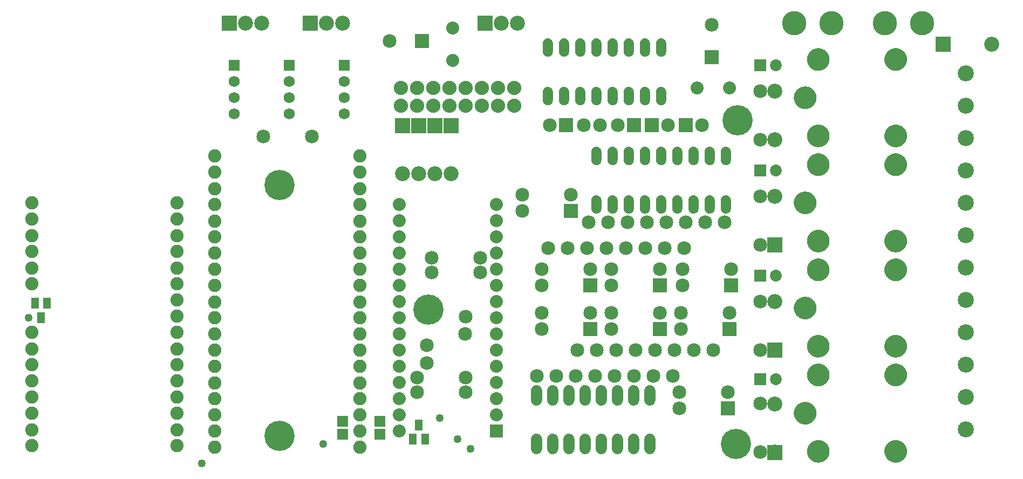
<source format=gts>
G04 MADE WITH FRITZING*
G04 WWW.FRITZING.ORG*
G04 DOUBLE SIDED*
G04 HOLES PLATED*
G04 CONTOUR ON CENTER OF CONTOUR VECTOR*
%ASAXBY*%
%FSLAX23Y23*%
%MOIN*%
%OFA0B0*%
%SFA1.0B1.0*%
%ADD10C,0.085000*%
%ADD11C,0.069000*%
%ADD12C,0.049370*%
%ADD13C,0.081858*%
%ADD14C,0.068189*%
%ADD15C,0.092000*%
%ADD16C,0.080000*%
%ADD17C,0.062000*%
%ADD18C,0.088000*%
%ADD19C,0.150000*%
%ADD20C,0.098750*%
%ADD21C,0.072992*%
%ADD22C,0.187165*%
%ADD23R,0.069000X0.069000*%
%ADD24R,0.049370X0.065118*%
%ADD25R,0.069055X0.065118*%
%ADD26R,0.085000X0.085000*%
%ADD27R,0.092000X0.092000*%
%ADD28R,0.072992X0.072992*%
%ADD29R,0.079972X0.080000*%
%ADD30C,0.030000*%
%ADD31R,0.001000X0.001000*%
%LNMASK1*%
G90*
G70*
G54D10*
X3317Y576D03*
X3570Y737D03*
G54D11*
X1447Y2496D03*
X1447Y2396D03*
X1447Y2296D03*
X1447Y2196D03*
X1787Y2496D03*
X1787Y2396D03*
X1787Y2296D03*
X1787Y2196D03*
X2127Y2496D03*
X2127Y2396D03*
X2127Y2296D03*
X2127Y2196D03*
G54D12*
X2717Y316D03*
X1247Y36D03*
X177Y936D03*
X1997Y156D03*
X2827Y186D03*
X2907Y126D03*
G54D13*
X1096Y146D03*
X1096Y245D03*
X1096Y346D03*
X1096Y446D03*
X1096Y546D03*
X1096Y646D03*
X1096Y745D03*
X1096Y846D03*
X1096Y946D03*
X1096Y1046D03*
X1096Y1146D03*
X1096Y1245D03*
X1096Y1346D03*
X1096Y1445D03*
X1096Y1546D03*
X1096Y1646D03*
X197Y1646D03*
X197Y1546D03*
X197Y1445D03*
X197Y1346D03*
X197Y1245D03*
X197Y1146D03*
X197Y846D03*
X197Y745D03*
X197Y646D03*
X197Y546D03*
X197Y446D03*
X197Y346D03*
X197Y245D03*
X197Y146D03*
X2226Y136D03*
X2226Y236D03*
X2226Y336D03*
X2226Y436D03*
X2226Y535D03*
X2226Y636D03*
X2226Y736D03*
X2226Y836D03*
X2226Y936D03*
X2226Y1035D03*
X2226Y1136D03*
X2226Y1236D03*
X2226Y1336D03*
X2226Y1436D03*
X2226Y1535D03*
X2226Y1636D03*
X2226Y1735D03*
X2226Y1836D03*
X2226Y1936D03*
X1327Y1936D03*
X1327Y1836D03*
X1327Y1735D03*
X1327Y1636D03*
X1327Y1535D03*
X1327Y1436D03*
X1327Y1336D03*
X1327Y1236D03*
X1327Y1136D03*
X1327Y1035D03*
X1327Y936D03*
X1327Y836D03*
X1327Y736D03*
X1327Y636D03*
X1327Y535D03*
X1327Y436D03*
X1327Y336D03*
X1327Y236D03*
X1327Y136D03*
G54D10*
X3527Y1596D03*
X3227Y1596D03*
X3527Y1696D03*
X3227Y1696D03*
X3647Y1136D03*
X3347Y1136D03*
X3647Y1236D03*
X3347Y1236D03*
X4077Y1136D03*
X3777Y1136D03*
X4077Y1236D03*
X3777Y1236D03*
X4517Y1136D03*
X4217Y1136D03*
X4517Y1236D03*
X4217Y1236D03*
X4497Y376D03*
X4197Y376D03*
X4497Y476D03*
X4197Y476D03*
X4507Y866D03*
X4207Y866D03*
X4507Y966D03*
X4207Y966D03*
X4077Y866D03*
X3777Y866D03*
X4077Y966D03*
X3777Y966D03*
X3647Y866D03*
X3347Y866D03*
X3647Y966D03*
X3347Y966D03*
X4697Y106D03*
X4697Y406D03*
X4697Y736D03*
X4697Y1036D03*
X4697Y2036D03*
X4697Y2336D03*
X4697Y1386D03*
X4697Y1686D03*
X4157Y576D03*
X4410Y737D03*
X4037Y576D03*
X4290Y737D03*
X3917Y576D03*
X4170Y737D03*
X3797Y576D03*
X4050Y737D03*
X3677Y576D03*
X3930Y737D03*
X3557Y576D03*
X3810Y737D03*
X3437Y576D03*
X3690Y737D03*
X3867Y1366D03*
X4120Y1527D03*
X3747Y1366D03*
X4000Y1527D03*
X3627Y1366D03*
X3880Y1527D03*
X3507Y1366D03*
X3760Y1527D03*
X3987Y1366D03*
X4240Y1527D03*
X4107Y1366D03*
X4360Y1527D03*
X4227Y1366D03*
X4480Y1527D03*
X3387Y1366D03*
X3640Y1527D03*
G54D14*
X3317Y156D03*
X3417Y156D03*
X3917Y156D03*
X4017Y156D03*
X3517Y156D03*
X3617Y156D03*
X3817Y156D03*
X3717Y156D03*
X4017Y456D03*
X3917Y456D03*
X3817Y456D03*
X3717Y456D03*
X3617Y456D03*
X3517Y456D03*
X3417Y456D03*
X3317Y456D03*
X3317Y156D03*
X3417Y156D03*
X3917Y156D03*
X4017Y156D03*
X3517Y156D03*
X3617Y156D03*
X3817Y156D03*
X3717Y156D03*
X4017Y456D03*
X3917Y456D03*
X3817Y456D03*
X3717Y456D03*
X3617Y456D03*
X3517Y456D03*
X3417Y456D03*
X3317Y456D03*
G54D15*
X4787Y2038D03*
X4787Y2336D03*
X4787Y1388D03*
X4787Y1686D03*
X4787Y738D03*
X4787Y1036D03*
X4787Y106D03*
X4787Y404D03*
G54D10*
X2607Y2646D03*
X2407Y2646D03*
X4397Y2546D03*
X4397Y2746D03*
G54D16*
X4507Y2356D03*
X4307Y2356D03*
X2797Y2726D03*
X2797Y2526D03*
G54D10*
X4237Y2126D03*
X4337Y2126D03*
G54D15*
X2687Y2124D03*
X2687Y1826D03*
X2787Y2124D03*
X2787Y1826D03*
X2487Y2124D03*
X2487Y1826D03*
X2587Y2124D03*
X2587Y1826D03*
G54D17*
X3687Y1636D03*
X3787Y1636D03*
X4287Y1636D03*
X4387Y1636D03*
X3887Y1636D03*
X3987Y1636D03*
X4187Y1636D03*
X4087Y1636D03*
X4487Y1636D03*
X4487Y1936D03*
X4387Y1936D03*
X4287Y1936D03*
X4187Y1936D03*
X4087Y1936D03*
X3987Y1936D03*
X3887Y1936D03*
X3787Y1936D03*
X3687Y1936D03*
X3687Y1636D03*
X3787Y1636D03*
X4287Y1636D03*
X4387Y1636D03*
X3887Y1636D03*
X3987Y1636D03*
X4187Y1636D03*
X4087Y1636D03*
X4487Y1636D03*
X4487Y1936D03*
X4387Y1936D03*
X4287Y1936D03*
X4187Y1936D03*
X4087Y1936D03*
X3987Y1936D03*
X3887Y1936D03*
X3787Y1936D03*
X3687Y1936D03*
G54D10*
X2967Y1216D03*
X2667Y1216D03*
X2878Y945D03*
X2637Y766D03*
X2877Y566D03*
X2577Y566D03*
X2875Y838D03*
X2637Y656D03*
X1927Y2056D03*
X1627Y2056D03*
X2877Y476D03*
X2577Y476D03*
X2967Y1306D03*
X2667Y1306D03*
G54D18*
X3177Y2356D03*
X3077Y2356D03*
X2977Y2356D03*
X2877Y2356D03*
X2777Y2356D03*
X2677Y2356D03*
X2577Y2356D03*
X2477Y2356D03*
X2477Y2246D03*
X2577Y2246D03*
X2677Y2246D03*
X2777Y2246D03*
X2877Y2246D03*
X2977Y2246D03*
X3077Y2246D03*
X3177Y2246D03*
G54D17*
X3387Y2306D03*
X3487Y2306D03*
X3587Y2306D03*
X3687Y2306D03*
X3787Y2306D03*
X3887Y2306D03*
X3987Y2306D03*
X4087Y2306D03*
X4087Y2606D03*
X3987Y2606D03*
X3887Y2606D03*
X3787Y2606D03*
X3687Y2606D03*
X3587Y2606D03*
X3487Y2606D03*
X3387Y2606D03*
X3387Y2306D03*
X3487Y2306D03*
X3587Y2306D03*
X3687Y2306D03*
X3787Y2306D03*
X3887Y2306D03*
X3987Y2306D03*
X4087Y2306D03*
X4087Y2606D03*
X3987Y2606D03*
X3887Y2606D03*
X3787Y2606D03*
X3687Y2606D03*
X3587Y2606D03*
X3487Y2606D03*
X3387Y2606D03*
G54D10*
X3917Y2126D03*
X3817Y2126D03*
X3707Y2126D03*
X3607Y2126D03*
X3497Y2126D03*
X3397Y2126D03*
X4027Y2126D03*
X4127Y2126D03*
G54D19*
X4910Y2756D03*
X5140Y2756D03*
X5697Y2756D03*
X5467Y2756D03*
X4910Y2756D03*
X5140Y2756D03*
X5697Y2756D03*
X5467Y2756D03*
G54D15*
X5829Y2626D03*
X6127Y2626D03*
X1417Y2756D03*
X1517Y2756D03*
X1617Y2756D03*
X1917Y2756D03*
X2017Y2756D03*
X2117Y2756D03*
X2997Y2756D03*
X3097Y2756D03*
X3197Y2756D03*
G54D20*
X5967Y1246D03*
X5967Y1446D03*
X5967Y1646D03*
X5967Y1846D03*
X5967Y2046D03*
X5967Y2246D03*
X5967Y2446D03*
X5967Y246D03*
X5967Y446D03*
X5967Y646D03*
X5967Y846D03*
X5967Y1046D03*
X5967Y1246D03*
X5967Y1446D03*
G54D21*
X4697Y1196D03*
X4795Y1196D03*
X4697Y1846D03*
X4795Y1846D03*
X4697Y2496D03*
X4795Y2496D03*
X4697Y556D03*
X4795Y556D03*
G54D16*
X3067Y236D03*
X3067Y336D03*
X3067Y436D03*
X3067Y536D03*
X3067Y636D03*
X3067Y736D03*
X3067Y836D03*
X3067Y936D03*
X3067Y1036D03*
X3067Y1136D03*
X3067Y1236D03*
X3067Y1336D03*
X3067Y1436D03*
X3067Y1536D03*
X3067Y1636D03*
X2467Y236D03*
X2467Y336D03*
X2467Y436D03*
X2467Y536D03*
X2467Y636D03*
X2467Y736D03*
X2467Y836D03*
X2467Y936D03*
X2467Y1036D03*
X2467Y1136D03*
X2467Y1236D03*
X2467Y1336D03*
X2467Y1436D03*
X2467Y1536D03*
X2467Y1636D03*
G54D22*
X1727Y206D03*
X4547Y156D03*
X4557Y2156D03*
X2647Y986D03*
X1727Y1756D03*
G54D23*
X1447Y2496D03*
X1787Y2496D03*
X2127Y2496D03*
G54D24*
X254Y939D03*
X217Y1026D03*
X292Y1026D03*
X2590Y273D03*
X2627Y186D03*
X2552Y186D03*
G54D25*
X2117Y297D03*
X2117Y216D03*
X2347Y297D03*
X2347Y216D03*
G54D26*
X3527Y1596D03*
X3647Y1136D03*
X4077Y1136D03*
X4517Y1136D03*
X4497Y376D03*
X4507Y866D03*
X4077Y866D03*
X3647Y866D03*
G54D27*
X4787Y1387D03*
X4787Y737D03*
X4787Y105D03*
G54D26*
X2607Y2646D03*
X4397Y2546D03*
X4237Y2126D03*
G54D27*
X2687Y2125D03*
X2787Y2125D03*
X2487Y2125D03*
X2587Y2125D03*
G54D26*
X3917Y2126D03*
X3497Y2126D03*
X4027Y2126D03*
G54D27*
X5828Y2626D03*
X1417Y2756D03*
X1917Y2756D03*
X2997Y2756D03*
G54D28*
X4697Y1196D03*
X4697Y1846D03*
X4697Y2496D03*
X4697Y556D03*
G54D29*
X3067Y236D03*
G54D30*
G36*
X4756Y2068D02*
X4818Y2068D01*
X4818Y2006D01*
X4756Y2006D01*
X4756Y2068D01*
G37*
D02*
G36*
X3679Y2098D02*
X3679Y2153D01*
X3734Y2153D01*
X3734Y2098D01*
X3679Y2098D01*
G37*
D02*
G54D31*
X3381Y2663D02*
X3392Y2663D01*
X3481Y2663D02*
X3492Y2663D01*
X3581Y2663D02*
X3592Y2663D01*
X3681Y2663D02*
X3692Y2663D01*
X3781Y2663D02*
X3792Y2663D01*
X3881Y2663D02*
X3892Y2663D01*
X3981Y2663D02*
X3992Y2663D01*
X4081Y2663D02*
X4092Y2663D01*
X3377Y2662D02*
X3395Y2662D01*
X3477Y2662D02*
X3495Y2662D01*
X3577Y2662D02*
X3595Y2662D01*
X3677Y2662D02*
X3695Y2662D01*
X3777Y2662D02*
X3795Y2662D01*
X3877Y2662D02*
X3895Y2662D01*
X3977Y2662D02*
X3995Y2662D01*
X4077Y2662D02*
X4095Y2662D01*
X3374Y2661D02*
X3398Y2661D01*
X3474Y2661D02*
X3498Y2661D01*
X3574Y2661D02*
X3598Y2661D01*
X3674Y2661D02*
X3698Y2661D01*
X3774Y2661D02*
X3798Y2661D01*
X3874Y2661D02*
X3898Y2661D01*
X3974Y2661D02*
X3998Y2661D01*
X4074Y2661D02*
X4098Y2661D01*
X3372Y2660D02*
X3400Y2660D01*
X3472Y2660D02*
X3500Y2660D01*
X3572Y2660D02*
X3600Y2660D01*
X3672Y2660D02*
X3700Y2660D01*
X3772Y2660D02*
X3800Y2660D01*
X3872Y2660D02*
X3900Y2660D01*
X3972Y2660D02*
X4000Y2660D01*
X4072Y2660D02*
X4100Y2660D01*
X3371Y2659D02*
X3402Y2659D01*
X3471Y2659D02*
X3502Y2659D01*
X3571Y2659D02*
X3602Y2659D01*
X3671Y2659D02*
X3702Y2659D01*
X3771Y2659D02*
X3802Y2659D01*
X3871Y2659D02*
X3902Y2659D01*
X3971Y2659D02*
X4002Y2659D01*
X4071Y2659D02*
X4102Y2659D01*
X3369Y2658D02*
X3404Y2658D01*
X3469Y2658D02*
X3504Y2658D01*
X3569Y2658D02*
X3604Y2658D01*
X3669Y2658D02*
X3703Y2658D01*
X3769Y2658D02*
X3803Y2658D01*
X3869Y2658D02*
X3903Y2658D01*
X3969Y2658D02*
X4003Y2658D01*
X4069Y2658D02*
X4103Y2658D01*
X3368Y2657D02*
X3405Y2657D01*
X3468Y2657D02*
X3505Y2657D01*
X3568Y2657D02*
X3605Y2657D01*
X3668Y2657D02*
X3705Y2657D01*
X3768Y2657D02*
X3805Y2657D01*
X3868Y2657D02*
X3905Y2657D01*
X3968Y2657D02*
X4005Y2657D01*
X4068Y2657D02*
X4105Y2657D01*
X3366Y2656D02*
X3406Y2656D01*
X3466Y2656D02*
X3506Y2656D01*
X3566Y2656D02*
X3606Y2656D01*
X3666Y2656D02*
X3706Y2656D01*
X3766Y2656D02*
X3806Y2656D01*
X3866Y2656D02*
X3906Y2656D01*
X3966Y2656D02*
X4006Y2656D01*
X4066Y2656D02*
X4106Y2656D01*
X3365Y2655D02*
X3407Y2655D01*
X3465Y2655D02*
X3507Y2655D01*
X3565Y2655D02*
X3607Y2655D01*
X3665Y2655D02*
X3707Y2655D01*
X3765Y2655D02*
X3807Y2655D01*
X3865Y2655D02*
X3907Y2655D01*
X3965Y2655D02*
X4007Y2655D01*
X4065Y2655D02*
X4107Y2655D01*
X3364Y2654D02*
X3408Y2654D01*
X3464Y2654D02*
X3508Y2654D01*
X3564Y2654D02*
X3608Y2654D01*
X3664Y2654D02*
X3708Y2654D01*
X3764Y2654D02*
X3808Y2654D01*
X3864Y2654D02*
X3908Y2654D01*
X3964Y2654D02*
X4008Y2654D01*
X4064Y2654D02*
X4108Y2654D01*
X3363Y2653D02*
X3409Y2653D01*
X3463Y2653D02*
X3509Y2653D01*
X3563Y2653D02*
X3609Y2653D01*
X3663Y2653D02*
X3709Y2653D01*
X3763Y2653D02*
X3809Y2653D01*
X3863Y2653D02*
X3909Y2653D01*
X3963Y2653D02*
X4009Y2653D01*
X4063Y2653D02*
X4109Y2653D01*
X3363Y2652D02*
X3410Y2652D01*
X3463Y2652D02*
X3510Y2652D01*
X3563Y2652D02*
X3610Y2652D01*
X3663Y2652D02*
X3710Y2652D01*
X3763Y2652D02*
X3810Y2652D01*
X3863Y2652D02*
X3910Y2652D01*
X3963Y2652D02*
X4010Y2652D01*
X4063Y2652D02*
X4110Y2652D01*
X3362Y2651D02*
X3411Y2651D01*
X3462Y2651D02*
X3511Y2651D01*
X3562Y2651D02*
X3611Y2651D01*
X3662Y2651D02*
X3711Y2651D01*
X3762Y2651D02*
X3811Y2651D01*
X3862Y2651D02*
X3911Y2651D01*
X3962Y2651D02*
X4011Y2651D01*
X4062Y2651D02*
X4111Y2651D01*
X3361Y2650D02*
X3411Y2650D01*
X3461Y2650D02*
X3511Y2650D01*
X3561Y2650D02*
X3611Y2650D01*
X3661Y2650D02*
X3711Y2650D01*
X3761Y2650D02*
X3811Y2650D01*
X3861Y2650D02*
X3911Y2650D01*
X3961Y2650D02*
X4011Y2650D01*
X4061Y2650D02*
X4111Y2650D01*
X3361Y2649D02*
X3412Y2649D01*
X3461Y2649D02*
X3512Y2649D01*
X3561Y2649D02*
X3612Y2649D01*
X3661Y2649D02*
X3712Y2649D01*
X3761Y2649D02*
X3812Y2649D01*
X3861Y2649D02*
X3912Y2649D01*
X3961Y2649D02*
X4012Y2649D01*
X4061Y2649D02*
X4112Y2649D01*
X3360Y2648D02*
X3413Y2648D01*
X3460Y2648D02*
X3513Y2648D01*
X3560Y2648D02*
X3613Y2648D01*
X3660Y2648D02*
X3713Y2648D01*
X3760Y2648D02*
X3813Y2648D01*
X3860Y2648D02*
X3913Y2648D01*
X3960Y2648D02*
X4013Y2648D01*
X4060Y2648D02*
X4113Y2648D01*
X3359Y2647D02*
X3413Y2647D01*
X3459Y2647D02*
X3513Y2647D01*
X3559Y2647D02*
X3613Y2647D01*
X3659Y2647D02*
X3713Y2647D01*
X3759Y2647D02*
X3813Y2647D01*
X3859Y2647D02*
X3913Y2647D01*
X3959Y2647D02*
X4013Y2647D01*
X4059Y2647D02*
X4113Y2647D01*
X3359Y2646D02*
X3414Y2646D01*
X3459Y2646D02*
X3514Y2646D01*
X3559Y2646D02*
X3614Y2646D01*
X3659Y2646D02*
X3714Y2646D01*
X3759Y2646D02*
X3814Y2646D01*
X3859Y2646D02*
X3914Y2646D01*
X3959Y2646D02*
X4014Y2646D01*
X4059Y2646D02*
X4114Y2646D01*
X3358Y2645D02*
X3414Y2645D01*
X3458Y2645D02*
X3514Y2645D01*
X3558Y2645D02*
X3614Y2645D01*
X3658Y2645D02*
X3714Y2645D01*
X3758Y2645D02*
X3814Y2645D01*
X3858Y2645D02*
X3914Y2645D01*
X3958Y2645D02*
X4014Y2645D01*
X4058Y2645D02*
X4114Y2645D01*
X3358Y2644D02*
X3415Y2644D01*
X3458Y2644D02*
X3514Y2644D01*
X3558Y2644D02*
X3614Y2644D01*
X3658Y2644D02*
X3714Y2644D01*
X3758Y2644D02*
X3814Y2644D01*
X3858Y2644D02*
X3914Y2644D01*
X3958Y2644D02*
X4014Y2644D01*
X4058Y2644D02*
X4114Y2644D01*
X3358Y2643D02*
X3415Y2643D01*
X3458Y2643D02*
X3515Y2643D01*
X3558Y2643D02*
X3615Y2643D01*
X3658Y2643D02*
X3715Y2643D01*
X3758Y2643D02*
X3815Y2643D01*
X3858Y2643D02*
X3915Y2643D01*
X3958Y2643D02*
X4015Y2643D01*
X4058Y2643D02*
X4115Y2643D01*
X3357Y2642D02*
X3415Y2642D01*
X3457Y2642D02*
X3515Y2642D01*
X3557Y2642D02*
X3615Y2642D01*
X3657Y2642D02*
X3715Y2642D01*
X3757Y2642D02*
X3815Y2642D01*
X3857Y2642D02*
X3915Y2642D01*
X3957Y2642D02*
X4015Y2642D01*
X4057Y2642D02*
X4115Y2642D01*
X3357Y2641D02*
X3416Y2641D01*
X3457Y2641D02*
X3516Y2641D01*
X3557Y2641D02*
X3616Y2641D01*
X3657Y2641D02*
X3716Y2641D01*
X3757Y2641D02*
X3816Y2641D01*
X3857Y2641D02*
X3915Y2641D01*
X3957Y2641D02*
X4015Y2641D01*
X4057Y2641D02*
X4115Y2641D01*
X3357Y2640D02*
X3416Y2640D01*
X3457Y2640D02*
X3516Y2640D01*
X3557Y2640D02*
X3616Y2640D01*
X3657Y2640D02*
X3716Y2640D01*
X3757Y2640D02*
X3816Y2640D01*
X3857Y2640D02*
X3916Y2640D01*
X3957Y2640D02*
X4016Y2640D01*
X4057Y2640D02*
X4116Y2640D01*
X3357Y2639D02*
X3416Y2639D01*
X3456Y2639D02*
X3516Y2639D01*
X3556Y2639D02*
X3616Y2639D01*
X3656Y2639D02*
X3716Y2639D01*
X3756Y2639D02*
X3816Y2639D01*
X3856Y2639D02*
X3916Y2639D01*
X3956Y2639D02*
X4016Y2639D01*
X4056Y2639D02*
X4116Y2639D01*
X3356Y2638D02*
X3416Y2638D01*
X3456Y2638D02*
X3516Y2638D01*
X3556Y2638D02*
X3616Y2638D01*
X3656Y2638D02*
X3716Y2638D01*
X3756Y2638D02*
X3816Y2638D01*
X3856Y2638D02*
X3916Y2638D01*
X3956Y2638D02*
X4016Y2638D01*
X4056Y2638D02*
X4116Y2638D01*
X3356Y2637D02*
X3416Y2637D01*
X3456Y2637D02*
X3516Y2637D01*
X3556Y2637D02*
X3616Y2637D01*
X3656Y2637D02*
X3716Y2637D01*
X3756Y2637D02*
X3816Y2637D01*
X3856Y2637D02*
X3916Y2637D01*
X3956Y2637D02*
X4016Y2637D01*
X4056Y2637D02*
X4116Y2637D01*
X3356Y2636D02*
X3417Y2636D01*
X3456Y2636D02*
X3517Y2636D01*
X3556Y2636D02*
X3617Y2636D01*
X3656Y2636D02*
X3717Y2636D01*
X3756Y2636D02*
X3817Y2636D01*
X3856Y2636D02*
X3917Y2636D01*
X3956Y2636D02*
X4017Y2636D01*
X4056Y2636D02*
X4117Y2636D01*
X3356Y2635D02*
X3417Y2635D01*
X3456Y2635D02*
X3517Y2635D01*
X3556Y2635D02*
X3617Y2635D01*
X3656Y2635D02*
X3717Y2635D01*
X3756Y2635D02*
X3817Y2635D01*
X3856Y2635D02*
X3917Y2635D01*
X3956Y2635D02*
X4017Y2635D01*
X4056Y2635D02*
X4117Y2635D01*
X3356Y2634D02*
X3417Y2634D01*
X3456Y2634D02*
X3517Y2634D01*
X3556Y2634D02*
X3617Y2634D01*
X3656Y2634D02*
X3717Y2634D01*
X3756Y2634D02*
X3817Y2634D01*
X3856Y2634D02*
X3917Y2634D01*
X3956Y2634D02*
X4017Y2634D01*
X4056Y2634D02*
X4117Y2634D01*
X3356Y2633D02*
X3417Y2633D01*
X3456Y2633D02*
X3517Y2633D01*
X3556Y2633D02*
X3617Y2633D01*
X3656Y2633D02*
X3717Y2633D01*
X3756Y2633D02*
X3817Y2633D01*
X3856Y2633D02*
X3917Y2633D01*
X3956Y2633D02*
X4017Y2633D01*
X4056Y2633D02*
X4117Y2633D01*
X3356Y2632D02*
X3417Y2632D01*
X3456Y2632D02*
X3517Y2632D01*
X3556Y2632D02*
X3617Y2632D01*
X3656Y2632D02*
X3717Y2632D01*
X3756Y2632D02*
X3817Y2632D01*
X3856Y2632D02*
X3917Y2632D01*
X3956Y2632D02*
X4017Y2632D01*
X4056Y2632D02*
X4117Y2632D01*
X3356Y2631D02*
X3417Y2631D01*
X3456Y2631D02*
X3517Y2631D01*
X3556Y2631D02*
X3617Y2631D01*
X3656Y2631D02*
X3717Y2631D01*
X3756Y2631D02*
X3817Y2631D01*
X3856Y2631D02*
X3917Y2631D01*
X3956Y2631D02*
X4017Y2631D01*
X4056Y2631D02*
X4117Y2631D01*
X3356Y2630D02*
X3417Y2630D01*
X3456Y2630D02*
X3517Y2630D01*
X3556Y2630D02*
X3617Y2630D01*
X3656Y2630D02*
X3717Y2630D01*
X3756Y2630D02*
X3817Y2630D01*
X3856Y2630D02*
X3917Y2630D01*
X3956Y2630D02*
X4017Y2630D01*
X4056Y2630D02*
X4117Y2630D01*
X3356Y2629D02*
X3417Y2629D01*
X3456Y2629D02*
X3517Y2629D01*
X3556Y2629D02*
X3617Y2629D01*
X3656Y2629D02*
X3717Y2629D01*
X3756Y2629D02*
X3817Y2629D01*
X3856Y2629D02*
X3917Y2629D01*
X3956Y2629D02*
X4017Y2629D01*
X4056Y2629D02*
X4117Y2629D01*
X3356Y2628D02*
X3417Y2628D01*
X3456Y2628D02*
X3517Y2628D01*
X3556Y2628D02*
X3617Y2628D01*
X3656Y2628D02*
X3717Y2628D01*
X3756Y2628D02*
X3817Y2628D01*
X3856Y2628D02*
X3917Y2628D01*
X3956Y2628D02*
X4017Y2628D01*
X4056Y2628D02*
X4117Y2628D01*
X3356Y2627D02*
X3417Y2627D01*
X3456Y2627D02*
X3517Y2627D01*
X3556Y2627D02*
X3617Y2627D01*
X3656Y2627D02*
X3717Y2627D01*
X3756Y2627D02*
X3817Y2627D01*
X3856Y2627D02*
X3917Y2627D01*
X3956Y2627D02*
X4017Y2627D01*
X4056Y2627D02*
X4117Y2627D01*
X3356Y2626D02*
X3417Y2626D01*
X3456Y2626D02*
X3517Y2626D01*
X3556Y2626D02*
X3617Y2626D01*
X3656Y2626D02*
X3717Y2626D01*
X3756Y2626D02*
X3817Y2626D01*
X3856Y2626D02*
X3917Y2626D01*
X3956Y2626D02*
X4017Y2626D01*
X4056Y2626D02*
X4117Y2626D01*
X3356Y2625D02*
X3417Y2625D01*
X3456Y2625D02*
X3517Y2625D01*
X3556Y2625D02*
X3617Y2625D01*
X3656Y2625D02*
X3717Y2625D01*
X3756Y2625D02*
X3817Y2625D01*
X3856Y2625D02*
X3917Y2625D01*
X3956Y2625D02*
X4017Y2625D01*
X4056Y2625D02*
X4117Y2625D01*
X3356Y2624D02*
X3417Y2624D01*
X3456Y2624D02*
X3517Y2624D01*
X3556Y2624D02*
X3617Y2624D01*
X3656Y2624D02*
X3717Y2624D01*
X3756Y2624D02*
X3817Y2624D01*
X3856Y2624D02*
X3917Y2624D01*
X3956Y2624D02*
X4017Y2624D01*
X4056Y2624D02*
X4117Y2624D01*
X3356Y2623D02*
X3417Y2623D01*
X3456Y2623D02*
X3517Y2623D01*
X3556Y2623D02*
X3617Y2623D01*
X3656Y2623D02*
X3717Y2623D01*
X3756Y2623D02*
X3817Y2623D01*
X3856Y2623D02*
X3917Y2623D01*
X3956Y2623D02*
X4017Y2623D01*
X4056Y2623D02*
X4117Y2623D01*
X3356Y2622D02*
X3417Y2622D01*
X3456Y2622D02*
X3517Y2622D01*
X3556Y2622D02*
X3617Y2622D01*
X3656Y2622D02*
X3717Y2622D01*
X3756Y2622D02*
X3817Y2622D01*
X3856Y2622D02*
X3917Y2622D01*
X3956Y2622D02*
X4017Y2622D01*
X4056Y2622D02*
X4117Y2622D01*
X3356Y2621D02*
X3417Y2621D01*
X3456Y2621D02*
X3517Y2621D01*
X3556Y2621D02*
X3617Y2621D01*
X3656Y2621D02*
X3717Y2621D01*
X3756Y2621D02*
X3817Y2621D01*
X3856Y2621D02*
X3917Y2621D01*
X3956Y2621D02*
X4017Y2621D01*
X4056Y2621D02*
X4117Y2621D01*
X3356Y2620D02*
X3417Y2620D01*
X3456Y2620D02*
X3517Y2620D01*
X3556Y2620D02*
X3617Y2620D01*
X3656Y2620D02*
X3717Y2620D01*
X3756Y2620D02*
X3817Y2620D01*
X3856Y2620D02*
X3917Y2620D01*
X3956Y2620D02*
X4017Y2620D01*
X4056Y2620D02*
X4117Y2620D01*
X3356Y2619D02*
X3417Y2619D01*
X3456Y2619D02*
X3517Y2619D01*
X3556Y2619D02*
X3617Y2619D01*
X3656Y2619D02*
X3717Y2619D01*
X3756Y2619D02*
X3817Y2619D01*
X3856Y2619D02*
X3917Y2619D01*
X3956Y2619D02*
X4017Y2619D01*
X4056Y2619D02*
X4117Y2619D01*
X3356Y2618D02*
X3417Y2618D01*
X3456Y2618D02*
X3517Y2618D01*
X3556Y2618D02*
X3617Y2618D01*
X3656Y2618D02*
X3717Y2618D01*
X3756Y2618D02*
X3817Y2618D01*
X3856Y2618D02*
X3917Y2618D01*
X3956Y2618D02*
X4017Y2618D01*
X4056Y2618D02*
X4117Y2618D01*
X3356Y2617D02*
X3382Y2617D01*
X3391Y2617D02*
X3417Y2617D01*
X3456Y2617D02*
X3482Y2617D01*
X3491Y2617D02*
X3517Y2617D01*
X3556Y2617D02*
X3582Y2617D01*
X3591Y2617D02*
X3617Y2617D01*
X3656Y2617D02*
X3682Y2617D01*
X3691Y2617D02*
X3717Y2617D01*
X3756Y2617D02*
X3782Y2617D01*
X3791Y2617D02*
X3817Y2617D01*
X3856Y2617D02*
X3882Y2617D01*
X3891Y2617D02*
X3917Y2617D01*
X3956Y2617D02*
X3982Y2617D01*
X3991Y2617D02*
X4017Y2617D01*
X4056Y2617D02*
X4082Y2617D01*
X4091Y2617D02*
X4117Y2617D01*
X3356Y2616D02*
X3380Y2616D01*
X3393Y2616D02*
X3417Y2616D01*
X3456Y2616D02*
X3480Y2616D01*
X3493Y2616D02*
X3517Y2616D01*
X3556Y2616D02*
X3580Y2616D01*
X3593Y2616D02*
X3617Y2616D01*
X3656Y2616D02*
X3680Y2616D01*
X3693Y2616D02*
X3717Y2616D01*
X3756Y2616D02*
X3780Y2616D01*
X3793Y2616D02*
X3817Y2616D01*
X3856Y2616D02*
X3880Y2616D01*
X3893Y2616D02*
X3917Y2616D01*
X3956Y2616D02*
X3980Y2616D01*
X3993Y2616D02*
X4017Y2616D01*
X4056Y2616D02*
X4080Y2616D01*
X4093Y2616D02*
X4117Y2616D01*
X3356Y2615D02*
X3379Y2615D01*
X3394Y2615D02*
X3417Y2615D01*
X3456Y2615D02*
X3479Y2615D01*
X3494Y2615D02*
X3517Y2615D01*
X3556Y2615D02*
X3579Y2615D01*
X3594Y2615D02*
X3617Y2615D01*
X3656Y2615D02*
X3679Y2615D01*
X3694Y2615D02*
X3717Y2615D01*
X3756Y2615D02*
X3779Y2615D01*
X3794Y2615D02*
X3817Y2615D01*
X3856Y2615D02*
X3879Y2615D01*
X3894Y2615D02*
X3917Y2615D01*
X3956Y2615D02*
X3979Y2615D01*
X3994Y2615D02*
X4017Y2615D01*
X4056Y2615D02*
X4079Y2615D01*
X4094Y2615D02*
X4117Y2615D01*
X3356Y2614D02*
X3378Y2614D01*
X3395Y2614D02*
X3417Y2614D01*
X3456Y2614D02*
X3478Y2614D01*
X3495Y2614D02*
X3517Y2614D01*
X3556Y2614D02*
X3578Y2614D01*
X3595Y2614D02*
X3617Y2614D01*
X3656Y2614D02*
X3678Y2614D01*
X3695Y2614D02*
X3717Y2614D01*
X3756Y2614D02*
X3778Y2614D01*
X3795Y2614D02*
X3817Y2614D01*
X3856Y2614D02*
X3878Y2614D01*
X3895Y2614D02*
X3917Y2614D01*
X3956Y2614D02*
X3978Y2614D01*
X3995Y2614D02*
X4017Y2614D01*
X4056Y2614D02*
X4078Y2614D01*
X4095Y2614D02*
X4117Y2614D01*
X3356Y2613D02*
X3377Y2613D01*
X3396Y2613D02*
X3417Y2613D01*
X3456Y2613D02*
X3477Y2613D01*
X3496Y2613D02*
X3517Y2613D01*
X3556Y2613D02*
X3577Y2613D01*
X3596Y2613D02*
X3617Y2613D01*
X3656Y2613D02*
X3677Y2613D01*
X3696Y2613D02*
X3717Y2613D01*
X3756Y2613D02*
X3777Y2613D01*
X3796Y2613D02*
X3817Y2613D01*
X3856Y2613D02*
X3877Y2613D01*
X3896Y2613D02*
X3917Y2613D01*
X3956Y2613D02*
X3977Y2613D01*
X3996Y2613D02*
X4017Y2613D01*
X4056Y2613D02*
X4077Y2613D01*
X4096Y2613D02*
X4117Y2613D01*
X3356Y2612D02*
X3376Y2612D01*
X3396Y2612D02*
X3417Y2612D01*
X3456Y2612D02*
X3476Y2612D01*
X3496Y2612D02*
X3517Y2612D01*
X3556Y2612D02*
X3576Y2612D01*
X3596Y2612D02*
X3617Y2612D01*
X3656Y2612D02*
X3676Y2612D01*
X3696Y2612D02*
X3717Y2612D01*
X3756Y2612D02*
X3776Y2612D01*
X3796Y2612D02*
X3817Y2612D01*
X3856Y2612D02*
X3876Y2612D01*
X3896Y2612D02*
X3917Y2612D01*
X3956Y2612D02*
X3976Y2612D01*
X3996Y2612D02*
X4017Y2612D01*
X4056Y2612D02*
X4076Y2612D01*
X4096Y2612D02*
X4117Y2612D01*
X3356Y2611D02*
X3376Y2611D01*
X3397Y2611D02*
X3417Y2611D01*
X3456Y2611D02*
X3476Y2611D01*
X3497Y2611D02*
X3517Y2611D01*
X3556Y2611D02*
X3576Y2611D01*
X3597Y2611D02*
X3617Y2611D01*
X3656Y2611D02*
X3676Y2611D01*
X3697Y2611D02*
X3717Y2611D01*
X3756Y2611D02*
X3776Y2611D01*
X3797Y2611D02*
X3817Y2611D01*
X3856Y2611D02*
X3876Y2611D01*
X3897Y2611D02*
X3917Y2611D01*
X3956Y2611D02*
X3976Y2611D01*
X3997Y2611D02*
X4017Y2611D01*
X4056Y2611D02*
X4076Y2611D01*
X4097Y2611D02*
X4117Y2611D01*
X3356Y2610D02*
X3375Y2610D01*
X3397Y2610D02*
X3417Y2610D01*
X3456Y2610D02*
X3475Y2610D01*
X3497Y2610D02*
X3517Y2610D01*
X3556Y2610D02*
X3575Y2610D01*
X3597Y2610D02*
X3617Y2610D01*
X3656Y2610D02*
X3675Y2610D01*
X3697Y2610D02*
X3717Y2610D01*
X3756Y2610D02*
X3775Y2610D01*
X3797Y2610D02*
X3817Y2610D01*
X3856Y2610D02*
X3875Y2610D01*
X3897Y2610D02*
X3917Y2610D01*
X3956Y2610D02*
X3975Y2610D01*
X3997Y2610D02*
X4017Y2610D01*
X4056Y2610D02*
X4075Y2610D01*
X4097Y2610D02*
X4117Y2610D01*
X3356Y2609D02*
X3375Y2609D01*
X3398Y2609D02*
X3417Y2609D01*
X3456Y2609D02*
X3475Y2609D01*
X3498Y2609D02*
X3517Y2609D01*
X3556Y2609D02*
X3575Y2609D01*
X3598Y2609D02*
X3617Y2609D01*
X3656Y2609D02*
X3675Y2609D01*
X3698Y2609D02*
X3717Y2609D01*
X3756Y2609D02*
X3775Y2609D01*
X3798Y2609D02*
X3817Y2609D01*
X3856Y2609D02*
X3875Y2609D01*
X3898Y2609D02*
X3917Y2609D01*
X3956Y2609D02*
X3975Y2609D01*
X3998Y2609D02*
X4017Y2609D01*
X4056Y2609D02*
X4075Y2609D01*
X4098Y2609D02*
X4117Y2609D01*
X3356Y2608D02*
X3375Y2608D01*
X3398Y2608D02*
X3417Y2608D01*
X3456Y2608D02*
X3475Y2608D01*
X3498Y2608D02*
X3517Y2608D01*
X3556Y2608D02*
X3575Y2608D01*
X3598Y2608D02*
X3617Y2608D01*
X3656Y2608D02*
X3675Y2608D01*
X3698Y2608D02*
X3717Y2608D01*
X3756Y2608D02*
X3775Y2608D01*
X3798Y2608D02*
X3817Y2608D01*
X3856Y2608D02*
X3875Y2608D01*
X3898Y2608D02*
X3917Y2608D01*
X3956Y2608D02*
X3975Y2608D01*
X3998Y2608D02*
X4017Y2608D01*
X4056Y2608D02*
X4075Y2608D01*
X4098Y2608D02*
X4117Y2608D01*
X3356Y2607D02*
X3375Y2607D01*
X3398Y2607D02*
X3417Y2607D01*
X3456Y2607D02*
X3475Y2607D01*
X3498Y2607D02*
X3517Y2607D01*
X3556Y2607D02*
X3575Y2607D01*
X3598Y2607D02*
X3617Y2607D01*
X3656Y2607D02*
X3675Y2607D01*
X3698Y2607D02*
X3717Y2607D01*
X3756Y2607D02*
X3775Y2607D01*
X3798Y2607D02*
X3817Y2607D01*
X3856Y2607D02*
X3875Y2607D01*
X3898Y2607D02*
X3917Y2607D01*
X3956Y2607D02*
X3975Y2607D01*
X3998Y2607D02*
X4017Y2607D01*
X4056Y2607D02*
X4075Y2607D01*
X4098Y2607D02*
X4117Y2607D01*
X3356Y2606D02*
X3375Y2606D01*
X3398Y2606D02*
X3417Y2606D01*
X3456Y2606D02*
X3475Y2606D01*
X3498Y2606D02*
X3517Y2606D01*
X3556Y2606D02*
X3575Y2606D01*
X3598Y2606D02*
X3617Y2606D01*
X3656Y2606D02*
X3675Y2606D01*
X3698Y2606D02*
X3717Y2606D01*
X3756Y2606D02*
X3775Y2606D01*
X3798Y2606D02*
X3817Y2606D01*
X3856Y2606D02*
X3875Y2606D01*
X3898Y2606D02*
X3917Y2606D01*
X3956Y2606D02*
X3975Y2606D01*
X3998Y2606D02*
X4017Y2606D01*
X4056Y2606D02*
X4075Y2606D01*
X4098Y2606D02*
X4117Y2606D01*
X3356Y2605D02*
X3375Y2605D01*
X3398Y2605D02*
X3417Y2605D01*
X3456Y2605D02*
X3475Y2605D01*
X3498Y2605D02*
X3517Y2605D01*
X3556Y2605D02*
X3575Y2605D01*
X3598Y2605D02*
X3617Y2605D01*
X3656Y2605D02*
X3675Y2605D01*
X3698Y2605D02*
X3717Y2605D01*
X3756Y2605D02*
X3775Y2605D01*
X3798Y2605D02*
X3817Y2605D01*
X3856Y2605D02*
X3875Y2605D01*
X3898Y2605D02*
X3917Y2605D01*
X3956Y2605D02*
X3975Y2605D01*
X3998Y2605D02*
X4017Y2605D01*
X4056Y2605D02*
X4075Y2605D01*
X4098Y2605D02*
X4117Y2605D01*
X3356Y2604D02*
X3375Y2604D01*
X3397Y2604D02*
X3417Y2604D01*
X3456Y2604D02*
X3475Y2604D01*
X3497Y2604D02*
X3517Y2604D01*
X3556Y2604D02*
X3575Y2604D01*
X3597Y2604D02*
X3617Y2604D01*
X3656Y2604D02*
X3675Y2604D01*
X3697Y2604D02*
X3717Y2604D01*
X3756Y2604D02*
X3775Y2604D01*
X3797Y2604D02*
X3817Y2604D01*
X3856Y2604D02*
X3875Y2604D01*
X3897Y2604D02*
X3917Y2604D01*
X3956Y2604D02*
X3975Y2604D01*
X3997Y2604D02*
X4017Y2604D01*
X4056Y2604D02*
X4075Y2604D01*
X4097Y2604D02*
X4117Y2604D01*
X3356Y2603D02*
X3375Y2603D01*
X3397Y2603D02*
X3417Y2603D01*
X3456Y2603D02*
X3475Y2603D01*
X3497Y2603D02*
X3517Y2603D01*
X3556Y2603D02*
X3575Y2603D01*
X3597Y2603D02*
X3617Y2603D01*
X3656Y2603D02*
X3675Y2603D01*
X3697Y2603D02*
X3717Y2603D01*
X3756Y2603D02*
X3775Y2603D01*
X3797Y2603D02*
X3817Y2603D01*
X3856Y2603D02*
X3875Y2603D01*
X3897Y2603D02*
X3917Y2603D01*
X3956Y2603D02*
X3975Y2603D01*
X3997Y2603D02*
X4017Y2603D01*
X4056Y2603D02*
X4075Y2603D01*
X4097Y2603D02*
X4117Y2603D01*
X3356Y2602D02*
X3376Y2602D01*
X3397Y2602D02*
X3417Y2602D01*
X3456Y2602D02*
X3476Y2602D01*
X3497Y2602D02*
X3517Y2602D01*
X3556Y2602D02*
X3576Y2602D01*
X3597Y2602D02*
X3617Y2602D01*
X3656Y2602D02*
X3676Y2602D01*
X3697Y2602D02*
X3717Y2602D01*
X3756Y2602D02*
X3776Y2602D01*
X3797Y2602D02*
X3817Y2602D01*
X3856Y2602D02*
X3876Y2602D01*
X3897Y2602D02*
X3917Y2602D01*
X3956Y2602D02*
X3976Y2602D01*
X3997Y2602D02*
X4017Y2602D01*
X4056Y2602D02*
X4076Y2602D01*
X4097Y2602D02*
X4117Y2602D01*
X5048Y2602D02*
X5066Y2602D01*
X5526Y2602D02*
X5544Y2602D01*
X3356Y2601D02*
X3376Y2601D01*
X3396Y2601D02*
X3417Y2601D01*
X3456Y2601D02*
X3476Y2601D01*
X3496Y2601D02*
X3517Y2601D01*
X3556Y2601D02*
X3576Y2601D01*
X3596Y2601D02*
X3617Y2601D01*
X3656Y2601D02*
X3676Y2601D01*
X3696Y2601D02*
X3717Y2601D01*
X3756Y2601D02*
X3776Y2601D01*
X3796Y2601D02*
X3817Y2601D01*
X3856Y2601D02*
X3876Y2601D01*
X3896Y2601D02*
X3917Y2601D01*
X3956Y2601D02*
X3976Y2601D01*
X3996Y2601D02*
X4017Y2601D01*
X4056Y2601D02*
X4076Y2601D01*
X4096Y2601D02*
X4117Y2601D01*
X5042Y2601D02*
X5072Y2601D01*
X5521Y2601D02*
X5550Y2601D01*
X3356Y2600D02*
X3377Y2600D01*
X3396Y2600D02*
X3417Y2600D01*
X3456Y2600D02*
X3477Y2600D01*
X3495Y2600D02*
X3517Y2600D01*
X3556Y2600D02*
X3577Y2600D01*
X3595Y2600D02*
X3617Y2600D01*
X3656Y2600D02*
X3677Y2600D01*
X3695Y2600D02*
X3717Y2600D01*
X3756Y2600D02*
X3777Y2600D01*
X3795Y2600D02*
X3817Y2600D01*
X3856Y2600D02*
X3877Y2600D01*
X3895Y2600D02*
X3917Y2600D01*
X3956Y2600D02*
X3977Y2600D01*
X3995Y2600D02*
X4017Y2600D01*
X4056Y2600D02*
X4077Y2600D01*
X4095Y2600D02*
X4117Y2600D01*
X5038Y2600D02*
X5076Y2600D01*
X5517Y2600D02*
X5554Y2600D01*
X3356Y2599D02*
X3378Y2599D01*
X3395Y2599D02*
X3417Y2599D01*
X3456Y2599D02*
X3478Y2599D01*
X3495Y2599D02*
X3517Y2599D01*
X3556Y2599D02*
X3578Y2599D01*
X3595Y2599D02*
X3617Y2599D01*
X3656Y2599D02*
X3678Y2599D01*
X3695Y2599D02*
X3717Y2599D01*
X3756Y2599D02*
X3778Y2599D01*
X3795Y2599D02*
X3817Y2599D01*
X3856Y2599D02*
X3878Y2599D01*
X3895Y2599D02*
X3917Y2599D01*
X3956Y2599D02*
X3978Y2599D01*
X3995Y2599D02*
X4017Y2599D01*
X4056Y2599D02*
X4078Y2599D01*
X4095Y2599D02*
X4117Y2599D01*
X5035Y2599D02*
X5079Y2599D01*
X5513Y2599D02*
X5557Y2599D01*
X3356Y2598D02*
X3379Y2598D01*
X3394Y2598D02*
X3417Y2598D01*
X3456Y2598D02*
X3479Y2598D01*
X3494Y2598D02*
X3517Y2598D01*
X3556Y2598D02*
X3579Y2598D01*
X3594Y2598D02*
X3617Y2598D01*
X3656Y2598D02*
X3679Y2598D01*
X3693Y2598D02*
X3717Y2598D01*
X3756Y2598D02*
X3779Y2598D01*
X3793Y2598D02*
X3817Y2598D01*
X3856Y2598D02*
X3879Y2598D01*
X3893Y2598D02*
X3917Y2598D01*
X3956Y2598D02*
X3979Y2598D01*
X3993Y2598D02*
X4017Y2598D01*
X4056Y2598D02*
X4079Y2598D01*
X4093Y2598D02*
X4117Y2598D01*
X5032Y2598D02*
X5082Y2598D01*
X5510Y2598D02*
X5560Y2598D01*
X3356Y2597D02*
X3380Y2597D01*
X3392Y2597D02*
X3417Y2597D01*
X3456Y2597D02*
X3480Y2597D01*
X3492Y2597D02*
X3517Y2597D01*
X3556Y2597D02*
X3580Y2597D01*
X3592Y2597D02*
X3617Y2597D01*
X3656Y2597D02*
X3680Y2597D01*
X3692Y2597D02*
X3717Y2597D01*
X3756Y2597D02*
X3780Y2597D01*
X3792Y2597D02*
X3817Y2597D01*
X3856Y2597D02*
X3880Y2597D01*
X3892Y2597D02*
X3917Y2597D01*
X3956Y2597D02*
X3980Y2597D01*
X3992Y2597D02*
X4017Y2597D01*
X4056Y2597D02*
X4080Y2597D01*
X4092Y2597D02*
X4117Y2597D01*
X5030Y2597D02*
X5084Y2597D01*
X5508Y2597D02*
X5563Y2597D01*
X3356Y2596D02*
X3383Y2596D01*
X3390Y2596D02*
X3417Y2596D01*
X3456Y2596D02*
X3483Y2596D01*
X3490Y2596D02*
X3517Y2596D01*
X3556Y2596D02*
X3583Y2596D01*
X3590Y2596D02*
X3617Y2596D01*
X3656Y2596D02*
X3683Y2596D01*
X3690Y2596D02*
X3717Y2596D01*
X3756Y2596D02*
X3783Y2596D01*
X3790Y2596D02*
X3817Y2596D01*
X3856Y2596D02*
X3883Y2596D01*
X3890Y2596D02*
X3917Y2596D01*
X3956Y2596D02*
X3983Y2596D01*
X3990Y2596D02*
X4017Y2596D01*
X4056Y2596D02*
X4083Y2596D01*
X4090Y2596D02*
X4117Y2596D01*
X5027Y2596D02*
X5086Y2596D01*
X5506Y2596D02*
X5565Y2596D01*
X3356Y2595D02*
X3417Y2595D01*
X3456Y2595D02*
X3517Y2595D01*
X3556Y2595D02*
X3617Y2595D01*
X3656Y2595D02*
X3717Y2595D01*
X3756Y2595D02*
X3817Y2595D01*
X3856Y2595D02*
X3917Y2595D01*
X3956Y2595D02*
X4017Y2595D01*
X4056Y2595D02*
X4117Y2595D01*
X5025Y2595D02*
X5088Y2595D01*
X5504Y2595D02*
X5567Y2595D01*
X3356Y2594D02*
X3417Y2594D01*
X3456Y2594D02*
X3517Y2594D01*
X3556Y2594D02*
X3617Y2594D01*
X3656Y2594D02*
X3717Y2594D01*
X3756Y2594D02*
X3817Y2594D01*
X3856Y2594D02*
X3917Y2594D01*
X3956Y2594D02*
X4017Y2594D01*
X4056Y2594D02*
X4117Y2594D01*
X5024Y2594D02*
X5090Y2594D01*
X5502Y2594D02*
X5569Y2594D01*
X3356Y2593D02*
X3417Y2593D01*
X3456Y2593D02*
X3517Y2593D01*
X3556Y2593D02*
X3617Y2593D01*
X3656Y2593D02*
X3717Y2593D01*
X3756Y2593D02*
X3817Y2593D01*
X3856Y2593D02*
X3917Y2593D01*
X3956Y2593D02*
X4017Y2593D01*
X4056Y2593D02*
X4117Y2593D01*
X5022Y2593D02*
X5092Y2593D01*
X5500Y2593D02*
X5570Y2593D01*
X3356Y2592D02*
X3417Y2592D01*
X3456Y2592D02*
X3517Y2592D01*
X3556Y2592D02*
X3617Y2592D01*
X3656Y2592D02*
X3717Y2592D01*
X3756Y2592D02*
X3817Y2592D01*
X3856Y2592D02*
X3917Y2592D01*
X3956Y2592D02*
X4017Y2592D01*
X4056Y2592D02*
X4117Y2592D01*
X5020Y2592D02*
X5093Y2592D01*
X5499Y2592D02*
X5572Y2592D01*
X3356Y2591D02*
X3417Y2591D01*
X3456Y2591D02*
X3517Y2591D01*
X3556Y2591D02*
X3617Y2591D01*
X3656Y2591D02*
X3717Y2591D01*
X3756Y2591D02*
X3817Y2591D01*
X3856Y2591D02*
X3917Y2591D01*
X3956Y2591D02*
X4017Y2591D01*
X4056Y2591D02*
X4117Y2591D01*
X5019Y2591D02*
X5095Y2591D01*
X5497Y2591D02*
X5573Y2591D01*
X3356Y2590D02*
X3417Y2590D01*
X3456Y2590D02*
X3517Y2590D01*
X3556Y2590D02*
X3617Y2590D01*
X3656Y2590D02*
X3717Y2590D01*
X3756Y2590D02*
X3817Y2590D01*
X3856Y2590D02*
X3917Y2590D01*
X3956Y2590D02*
X4017Y2590D01*
X4056Y2590D02*
X4117Y2590D01*
X5017Y2590D02*
X5097Y2590D01*
X5496Y2590D02*
X5575Y2590D01*
X3356Y2589D02*
X3417Y2589D01*
X3456Y2589D02*
X3517Y2589D01*
X3556Y2589D02*
X3617Y2589D01*
X3656Y2589D02*
X3717Y2589D01*
X3756Y2589D02*
X3817Y2589D01*
X3856Y2589D02*
X3917Y2589D01*
X3956Y2589D02*
X4017Y2589D01*
X4056Y2589D02*
X4117Y2589D01*
X5016Y2589D02*
X5098Y2589D01*
X5494Y2589D02*
X5576Y2589D01*
X3356Y2588D02*
X3417Y2588D01*
X3456Y2588D02*
X3517Y2588D01*
X3556Y2588D02*
X3617Y2588D01*
X3656Y2588D02*
X3717Y2588D01*
X3756Y2588D02*
X3817Y2588D01*
X3856Y2588D02*
X3917Y2588D01*
X3956Y2588D02*
X4017Y2588D01*
X4056Y2588D02*
X4117Y2588D01*
X5015Y2588D02*
X5099Y2588D01*
X5493Y2588D02*
X5578Y2588D01*
X3356Y2587D02*
X3417Y2587D01*
X3456Y2587D02*
X3517Y2587D01*
X3556Y2587D02*
X3617Y2587D01*
X3656Y2587D02*
X3717Y2587D01*
X3756Y2587D02*
X3817Y2587D01*
X3856Y2587D02*
X3917Y2587D01*
X3956Y2587D02*
X4017Y2587D01*
X4056Y2587D02*
X4117Y2587D01*
X5013Y2587D02*
X5101Y2587D01*
X5492Y2587D02*
X5579Y2587D01*
X3356Y2586D02*
X3417Y2586D01*
X3456Y2586D02*
X3517Y2586D01*
X3556Y2586D02*
X3617Y2586D01*
X3656Y2586D02*
X3717Y2586D01*
X3756Y2586D02*
X3817Y2586D01*
X3856Y2586D02*
X3917Y2586D01*
X3956Y2586D02*
X4017Y2586D01*
X4056Y2586D02*
X4117Y2586D01*
X5012Y2586D02*
X5102Y2586D01*
X5490Y2586D02*
X5580Y2586D01*
X3356Y2585D02*
X3417Y2585D01*
X3456Y2585D02*
X3517Y2585D01*
X3556Y2585D02*
X3617Y2585D01*
X3656Y2585D02*
X3717Y2585D01*
X3756Y2585D02*
X3817Y2585D01*
X3856Y2585D02*
X3917Y2585D01*
X3956Y2585D02*
X4017Y2585D01*
X4056Y2585D02*
X4117Y2585D01*
X5011Y2585D02*
X5103Y2585D01*
X5489Y2585D02*
X5581Y2585D01*
X3356Y2584D02*
X3417Y2584D01*
X3456Y2584D02*
X3517Y2584D01*
X3556Y2584D02*
X3617Y2584D01*
X3656Y2584D02*
X3717Y2584D01*
X3756Y2584D02*
X3817Y2584D01*
X3856Y2584D02*
X3917Y2584D01*
X3956Y2584D02*
X4017Y2584D01*
X4056Y2584D02*
X4117Y2584D01*
X5010Y2584D02*
X5104Y2584D01*
X5488Y2584D02*
X5582Y2584D01*
X3356Y2583D02*
X3417Y2583D01*
X3456Y2583D02*
X3517Y2583D01*
X3556Y2583D02*
X3617Y2583D01*
X3656Y2583D02*
X3717Y2583D01*
X3756Y2583D02*
X3817Y2583D01*
X3856Y2583D02*
X3917Y2583D01*
X3956Y2583D02*
X4017Y2583D01*
X4056Y2583D02*
X4117Y2583D01*
X5009Y2583D02*
X5105Y2583D01*
X5487Y2583D02*
X5583Y2583D01*
X3356Y2582D02*
X3417Y2582D01*
X3456Y2582D02*
X3517Y2582D01*
X3556Y2582D02*
X3617Y2582D01*
X3656Y2582D02*
X3717Y2582D01*
X3756Y2582D02*
X3817Y2582D01*
X3856Y2582D02*
X3917Y2582D01*
X3956Y2582D02*
X4017Y2582D01*
X4056Y2582D02*
X4117Y2582D01*
X5008Y2582D02*
X5106Y2582D01*
X5486Y2582D02*
X5584Y2582D01*
X3356Y2581D02*
X3417Y2581D01*
X3456Y2581D02*
X3517Y2581D01*
X3556Y2581D02*
X3617Y2581D01*
X3656Y2581D02*
X3717Y2581D01*
X3756Y2581D02*
X3817Y2581D01*
X3856Y2581D02*
X3917Y2581D01*
X3956Y2581D02*
X4017Y2581D01*
X4056Y2581D02*
X4117Y2581D01*
X5007Y2581D02*
X5107Y2581D01*
X5485Y2581D02*
X5585Y2581D01*
X3356Y2580D02*
X3417Y2580D01*
X3456Y2580D02*
X3517Y2580D01*
X3556Y2580D02*
X3617Y2580D01*
X3656Y2580D02*
X3717Y2580D01*
X3756Y2580D02*
X3817Y2580D01*
X3856Y2580D02*
X3917Y2580D01*
X3956Y2580D02*
X4017Y2580D01*
X4056Y2580D02*
X4117Y2580D01*
X5006Y2580D02*
X5108Y2580D01*
X5484Y2580D02*
X5586Y2580D01*
X3356Y2579D02*
X3417Y2579D01*
X3456Y2579D02*
X3517Y2579D01*
X3556Y2579D02*
X3617Y2579D01*
X3656Y2579D02*
X3717Y2579D01*
X3756Y2579D02*
X3817Y2579D01*
X3856Y2579D02*
X3917Y2579D01*
X3956Y2579D02*
X4017Y2579D01*
X4056Y2579D02*
X4117Y2579D01*
X5005Y2579D02*
X5109Y2579D01*
X5483Y2579D02*
X5587Y2579D01*
X3356Y2578D02*
X3417Y2578D01*
X3456Y2578D02*
X3517Y2578D01*
X3556Y2578D02*
X3617Y2578D01*
X3656Y2578D02*
X3717Y2578D01*
X3756Y2578D02*
X3817Y2578D01*
X3856Y2578D02*
X3917Y2578D01*
X3956Y2578D02*
X4017Y2578D01*
X4056Y2578D02*
X4117Y2578D01*
X5004Y2578D02*
X5110Y2578D01*
X5482Y2578D02*
X5588Y2578D01*
X3356Y2577D02*
X3417Y2577D01*
X3456Y2577D02*
X3517Y2577D01*
X3556Y2577D02*
X3616Y2577D01*
X3656Y2577D02*
X3716Y2577D01*
X3756Y2577D02*
X3816Y2577D01*
X3856Y2577D02*
X3916Y2577D01*
X3956Y2577D02*
X4016Y2577D01*
X4056Y2577D02*
X4116Y2577D01*
X5003Y2577D02*
X5111Y2577D01*
X5482Y2577D02*
X5589Y2577D01*
X3356Y2576D02*
X3416Y2576D01*
X3456Y2576D02*
X3516Y2576D01*
X3556Y2576D02*
X3616Y2576D01*
X3656Y2576D02*
X3716Y2576D01*
X3756Y2576D02*
X3816Y2576D01*
X3856Y2576D02*
X3916Y2576D01*
X3956Y2576D02*
X4016Y2576D01*
X4056Y2576D02*
X4116Y2576D01*
X5003Y2576D02*
X5111Y2576D01*
X5481Y2576D02*
X5590Y2576D01*
X3356Y2575D02*
X3416Y2575D01*
X3456Y2575D02*
X3516Y2575D01*
X3556Y2575D02*
X3616Y2575D01*
X3656Y2575D02*
X3716Y2575D01*
X3756Y2575D02*
X3816Y2575D01*
X3856Y2575D02*
X3916Y2575D01*
X3956Y2575D02*
X4016Y2575D01*
X4056Y2575D02*
X4116Y2575D01*
X5002Y2575D02*
X5112Y2575D01*
X5480Y2575D02*
X5590Y2575D01*
X3357Y2574D02*
X3416Y2574D01*
X3457Y2574D02*
X3516Y2574D01*
X3557Y2574D02*
X3616Y2574D01*
X3657Y2574D02*
X3716Y2574D01*
X3757Y2574D02*
X3816Y2574D01*
X3857Y2574D02*
X3916Y2574D01*
X3957Y2574D02*
X4016Y2574D01*
X4057Y2574D02*
X4116Y2574D01*
X5001Y2574D02*
X5113Y2574D01*
X5479Y2574D02*
X5591Y2574D01*
X3357Y2573D02*
X3416Y2573D01*
X3457Y2573D02*
X3516Y2573D01*
X3557Y2573D02*
X3616Y2573D01*
X3657Y2573D02*
X3716Y2573D01*
X3757Y2573D02*
X3816Y2573D01*
X3857Y2573D02*
X3916Y2573D01*
X3957Y2573D02*
X4016Y2573D01*
X4057Y2573D02*
X4116Y2573D01*
X5000Y2573D02*
X5114Y2573D01*
X5479Y2573D02*
X5592Y2573D01*
X3357Y2572D02*
X3415Y2572D01*
X3457Y2572D02*
X3515Y2572D01*
X3557Y2572D02*
X3615Y2572D01*
X3657Y2572D02*
X3715Y2572D01*
X3757Y2572D02*
X3815Y2572D01*
X3857Y2572D02*
X3915Y2572D01*
X3957Y2572D02*
X4015Y2572D01*
X4057Y2572D02*
X4115Y2572D01*
X5000Y2572D02*
X5114Y2572D01*
X5478Y2572D02*
X5593Y2572D01*
X3357Y2571D02*
X3415Y2571D01*
X3457Y2571D02*
X3515Y2571D01*
X3557Y2571D02*
X3615Y2571D01*
X3657Y2571D02*
X3715Y2571D01*
X3757Y2571D02*
X3815Y2571D01*
X3857Y2571D02*
X3915Y2571D01*
X3957Y2571D02*
X4015Y2571D01*
X4057Y2571D02*
X4115Y2571D01*
X4999Y2571D02*
X5115Y2571D01*
X5477Y2571D02*
X5593Y2571D01*
X3358Y2570D02*
X3415Y2570D01*
X3458Y2570D02*
X3515Y2570D01*
X3558Y2570D02*
X3615Y2570D01*
X3658Y2570D02*
X3715Y2570D01*
X3758Y2570D02*
X3815Y2570D01*
X3858Y2570D02*
X3915Y2570D01*
X3958Y2570D02*
X4015Y2570D01*
X4058Y2570D02*
X4115Y2570D01*
X4998Y2570D02*
X5115Y2570D01*
X5477Y2570D02*
X5594Y2570D01*
X3358Y2569D02*
X3414Y2569D01*
X3458Y2569D02*
X3514Y2569D01*
X3558Y2569D02*
X3614Y2569D01*
X3658Y2569D02*
X3714Y2569D01*
X3758Y2569D02*
X3814Y2569D01*
X3858Y2569D02*
X3914Y2569D01*
X3958Y2569D02*
X4014Y2569D01*
X4058Y2569D02*
X4114Y2569D01*
X4998Y2569D02*
X5116Y2569D01*
X5476Y2569D02*
X5594Y2569D01*
X3359Y2568D02*
X3414Y2568D01*
X3459Y2568D02*
X3514Y2568D01*
X3559Y2568D02*
X3614Y2568D01*
X3659Y2568D02*
X3714Y2568D01*
X3759Y2568D02*
X3814Y2568D01*
X3859Y2568D02*
X3914Y2568D01*
X3959Y2568D02*
X4014Y2568D01*
X4059Y2568D02*
X4114Y2568D01*
X4997Y2568D02*
X5117Y2568D01*
X5475Y2568D02*
X5595Y2568D01*
X3359Y2567D02*
X3413Y2567D01*
X3459Y2567D02*
X3513Y2567D01*
X3559Y2567D02*
X3613Y2567D01*
X3659Y2567D02*
X3713Y2567D01*
X3759Y2567D02*
X3813Y2567D01*
X3859Y2567D02*
X3913Y2567D01*
X3959Y2567D02*
X4013Y2567D01*
X4059Y2567D02*
X4113Y2567D01*
X4996Y2567D02*
X5117Y2567D01*
X5475Y2567D02*
X5596Y2567D01*
X3360Y2566D02*
X3413Y2566D01*
X3460Y2566D02*
X3513Y2566D01*
X3560Y2566D02*
X3613Y2566D01*
X3660Y2566D02*
X3713Y2566D01*
X3760Y2566D02*
X3813Y2566D01*
X3860Y2566D02*
X3913Y2566D01*
X3960Y2566D02*
X4013Y2566D01*
X4060Y2566D02*
X4113Y2566D01*
X4996Y2566D02*
X5118Y2566D01*
X5474Y2566D02*
X5596Y2566D01*
X3360Y2565D02*
X3412Y2565D01*
X3460Y2565D02*
X3512Y2565D01*
X3560Y2565D02*
X3612Y2565D01*
X3660Y2565D02*
X3712Y2565D01*
X3760Y2565D02*
X3812Y2565D01*
X3860Y2565D02*
X3912Y2565D01*
X3960Y2565D02*
X4012Y2565D01*
X4060Y2565D02*
X4112Y2565D01*
X4995Y2565D02*
X5118Y2565D01*
X5474Y2565D02*
X5597Y2565D01*
X3361Y2564D02*
X3412Y2564D01*
X3461Y2564D02*
X3512Y2564D01*
X3561Y2564D02*
X3612Y2564D01*
X3661Y2564D02*
X3712Y2564D01*
X3761Y2564D02*
X3812Y2564D01*
X3861Y2564D02*
X3912Y2564D01*
X3961Y2564D02*
X4012Y2564D01*
X4061Y2564D02*
X4112Y2564D01*
X4995Y2564D02*
X5119Y2564D01*
X5473Y2564D02*
X5597Y2564D01*
X3361Y2563D02*
X3411Y2563D01*
X3461Y2563D02*
X3511Y2563D01*
X3561Y2563D02*
X3611Y2563D01*
X3661Y2563D02*
X3711Y2563D01*
X3761Y2563D02*
X3811Y2563D01*
X3861Y2563D02*
X3911Y2563D01*
X3961Y2563D02*
X4011Y2563D01*
X4061Y2563D02*
X4111Y2563D01*
X4994Y2563D02*
X5119Y2563D01*
X5473Y2563D02*
X5598Y2563D01*
X3362Y2562D02*
X3410Y2562D01*
X3462Y2562D02*
X3510Y2562D01*
X3562Y2562D02*
X3610Y2562D01*
X3662Y2562D02*
X3710Y2562D01*
X3762Y2562D02*
X3810Y2562D01*
X3862Y2562D02*
X3910Y2562D01*
X3962Y2562D02*
X4010Y2562D01*
X4062Y2562D02*
X4110Y2562D01*
X4994Y2562D02*
X5120Y2562D01*
X5472Y2562D02*
X5598Y2562D01*
X3363Y2561D02*
X3410Y2561D01*
X3463Y2561D02*
X3510Y2561D01*
X3563Y2561D02*
X3610Y2561D01*
X3663Y2561D02*
X3710Y2561D01*
X3763Y2561D02*
X3810Y2561D01*
X3863Y2561D02*
X3910Y2561D01*
X3963Y2561D02*
X4010Y2561D01*
X4063Y2561D02*
X4110Y2561D01*
X4993Y2561D02*
X5120Y2561D01*
X5472Y2561D02*
X5599Y2561D01*
X3364Y2560D02*
X3409Y2560D01*
X3464Y2560D02*
X3509Y2560D01*
X3564Y2560D02*
X3609Y2560D01*
X3664Y2560D02*
X3709Y2560D01*
X3764Y2560D02*
X3809Y2560D01*
X3864Y2560D02*
X3909Y2560D01*
X3964Y2560D02*
X4009Y2560D01*
X4064Y2560D02*
X4109Y2560D01*
X4993Y2560D02*
X5121Y2560D01*
X5471Y2560D02*
X5599Y2560D01*
X3365Y2559D02*
X3408Y2559D01*
X3465Y2559D02*
X3508Y2559D01*
X3565Y2559D02*
X3608Y2559D01*
X3665Y2559D02*
X3708Y2559D01*
X3765Y2559D02*
X3808Y2559D01*
X3865Y2559D02*
X3908Y2559D01*
X3965Y2559D02*
X4008Y2559D01*
X4065Y2559D02*
X4108Y2559D01*
X4993Y2559D02*
X5121Y2559D01*
X5471Y2559D02*
X5600Y2559D01*
X3366Y2558D02*
X3407Y2558D01*
X3466Y2558D02*
X3507Y2558D01*
X3566Y2558D02*
X3607Y2558D01*
X3666Y2558D02*
X3707Y2558D01*
X3766Y2558D02*
X3807Y2558D01*
X3866Y2558D02*
X3907Y2558D01*
X3966Y2558D02*
X4007Y2558D01*
X4066Y2558D02*
X4107Y2558D01*
X4992Y2558D02*
X5122Y2558D01*
X5471Y2558D02*
X5600Y2558D01*
X3367Y2557D02*
X3406Y2557D01*
X3467Y2557D02*
X3506Y2557D01*
X3567Y2557D02*
X3606Y2557D01*
X3667Y2557D02*
X3706Y2557D01*
X3767Y2557D02*
X3806Y2557D01*
X3867Y2557D02*
X3906Y2557D01*
X3967Y2557D02*
X4006Y2557D01*
X4067Y2557D02*
X4106Y2557D01*
X4992Y2557D02*
X5122Y2557D01*
X5470Y2557D02*
X5600Y2557D01*
X3368Y2556D02*
X3404Y2556D01*
X3468Y2556D02*
X3504Y2556D01*
X3568Y2556D02*
X3604Y2556D01*
X3668Y2556D02*
X3704Y2556D01*
X3768Y2556D02*
X3804Y2556D01*
X3868Y2556D02*
X3904Y2556D01*
X3968Y2556D02*
X4004Y2556D01*
X4068Y2556D02*
X4104Y2556D01*
X4991Y2556D02*
X5122Y2556D01*
X5470Y2556D02*
X5601Y2556D01*
X3370Y2555D02*
X3403Y2555D01*
X3470Y2555D02*
X3503Y2555D01*
X3570Y2555D02*
X3603Y2555D01*
X3670Y2555D02*
X3703Y2555D01*
X3770Y2555D02*
X3803Y2555D01*
X3870Y2555D02*
X3903Y2555D01*
X3970Y2555D02*
X4003Y2555D01*
X4070Y2555D02*
X4103Y2555D01*
X4991Y2555D02*
X5123Y2555D01*
X5469Y2555D02*
X5601Y2555D01*
X3371Y2554D02*
X3401Y2554D01*
X3471Y2554D02*
X3501Y2554D01*
X3571Y2554D02*
X3601Y2554D01*
X3671Y2554D02*
X3701Y2554D01*
X3771Y2554D02*
X3801Y2554D01*
X3871Y2554D02*
X3901Y2554D01*
X3971Y2554D02*
X4001Y2554D01*
X4071Y2554D02*
X4101Y2554D01*
X4991Y2554D02*
X5123Y2554D01*
X5469Y2554D02*
X5601Y2554D01*
X3373Y2553D02*
X3399Y2553D01*
X3473Y2553D02*
X3499Y2553D01*
X3573Y2553D02*
X3599Y2553D01*
X3673Y2553D02*
X3699Y2553D01*
X3773Y2553D02*
X3799Y2553D01*
X3873Y2553D02*
X3899Y2553D01*
X3973Y2553D02*
X3999Y2553D01*
X4073Y2553D02*
X4099Y2553D01*
X4991Y2553D02*
X5123Y2553D01*
X5469Y2553D02*
X5602Y2553D01*
X3375Y2552D02*
X3397Y2552D01*
X3475Y2552D02*
X3497Y2552D01*
X3575Y2552D02*
X3597Y2552D01*
X3675Y2552D02*
X3697Y2552D01*
X3775Y2552D02*
X3797Y2552D01*
X3875Y2552D02*
X3897Y2552D01*
X3975Y2552D02*
X3997Y2552D01*
X4075Y2552D02*
X4097Y2552D01*
X4990Y2552D02*
X5124Y2552D01*
X5469Y2552D02*
X5602Y2552D01*
X3378Y2551D02*
X3394Y2551D01*
X3478Y2551D02*
X3494Y2551D01*
X3578Y2551D02*
X3594Y2551D01*
X3678Y2551D02*
X3694Y2551D01*
X3778Y2551D02*
X3794Y2551D01*
X3878Y2551D02*
X3894Y2551D01*
X3978Y2551D02*
X3994Y2551D01*
X4078Y2551D02*
X4094Y2551D01*
X4990Y2551D02*
X5124Y2551D01*
X5468Y2551D02*
X5602Y2551D01*
X3383Y2550D02*
X3390Y2550D01*
X3483Y2550D02*
X3490Y2550D01*
X3583Y2550D02*
X3590Y2550D01*
X3683Y2550D02*
X3690Y2550D01*
X3783Y2550D02*
X3790Y2550D01*
X3883Y2550D02*
X3890Y2550D01*
X3983Y2550D02*
X3990Y2550D01*
X4083Y2550D02*
X4090Y2550D01*
X4990Y2550D02*
X5124Y2550D01*
X5468Y2550D02*
X5602Y2550D01*
X4990Y2549D02*
X5124Y2549D01*
X5468Y2549D02*
X5603Y2549D01*
X4989Y2548D02*
X5125Y2548D01*
X5468Y2548D02*
X5603Y2548D01*
X4989Y2547D02*
X5125Y2547D01*
X5467Y2547D02*
X5603Y2547D01*
X4989Y2546D02*
X5125Y2546D01*
X5467Y2546D02*
X5603Y2546D01*
X4989Y2545D02*
X5125Y2545D01*
X5467Y2545D02*
X5603Y2545D01*
X4989Y2544D02*
X5125Y2544D01*
X5467Y2544D02*
X5604Y2544D01*
X4988Y2543D02*
X5125Y2543D01*
X5467Y2543D02*
X5604Y2543D01*
X4988Y2542D02*
X5126Y2542D01*
X5467Y2542D02*
X5604Y2542D01*
X4988Y2541D02*
X5126Y2541D01*
X5466Y2541D02*
X5604Y2541D01*
X4988Y2540D02*
X5126Y2540D01*
X5466Y2540D02*
X5604Y2540D01*
X4988Y2539D02*
X5126Y2539D01*
X5466Y2539D02*
X5604Y2539D01*
X4988Y2538D02*
X5126Y2538D01*
X5466Y2538D02*
X5604Y2538D01*
X4988Y2537D02*
X5126Y2537D01*
X5466Y2537D02*
X5604Y2537D01*
X4988Y2536D02*
X5126Y2536D01*
X5466Y2536D02*
X5604Y2536D01*
X4988Y2535D02*
X5126Y2535D01*
X5466Y2535D02*
X5605Y2535D01*
X4988Y2534D02*
X5126Y2534D01*
X5466Y2534D02*
X5605Y2534D01*
X4987Y2533D02*
X5126Y2533D01*
X5466Y2533D02*
X5605Y2533D01*
X4987Y2532D02*
X5126Y2532D01*
X5466Y2532D02*
X5605Y2532D01*
X4988Y2531D02*
X5126Y2531D01*
X5466Y2531D02*
X5605Y2531D01*
X4988Y2530D02*
X5126Y2530D01*
X5466Y2530D02*
X5604Y2530D01*
X4988Y2529D02*
X5126Y2529D01*
X5466Y2529D02*
X5604Y2529D01*
X4988Y2528D02*
X5126Y2528D01*
X5466Y2528D02*
X5604Y2528D01*
X4988Y2527D02*
X5126Y2527D01*
X5466Y2527D02*
X5604Y2527D01*
X4988Y2526D02*
X5126Y2526D01*
X5466Y2526D02*
X5604Y2526D01*
X4988Y2525D02*
X5126Y2525D01*
X5466Y2525D02*
X5604Y2525D01*
X4988Y2524D02*
X5126Y2524D01*
X5466Y2524D02*
X5604Y2524D01*
X4988Y2523D02*
X5125Y2523D01*
X5467Y2523D02*
X5604Y2523D01*
X4988Y2522D02*
X5125Y2522D01*
X5467Y2522D02*
X5604Y2522D01*
X4989Y2521D02*
X5125Y2521D01*
X5467Y2521D02*
X5603Y2521D01*
X4989Y2520D02*
X5125Y2520D01*
X5467Y2520D02*
X5603Y2520D01*
X4989Y2519D02*
X5125Y2519D01*
X5467Y2519D02*
X5603Y2519D01*
X4989Y2518D02*
X5125Y2518D01*
X5468Y2518D02*
X5603Y2518D01*
X4989Y2517D02*
X5124Y2517D01*
X5468Y2517D02*
X5603Y2517D01*
X4990Y2516D02*
X5124Y2516D01*
X5468Y2516D02*
X5602Y2516D01*
X4990Y2515D02*
X5124Y2515D01*
X5468Y2515D02*
X5602Y2515D01*
X4990Y2514D02*
X5124Y2514D01*
X5469Y2514D02*
X5602Y2514D01*
X4990Y2513D02*
X5123Y2513D01*
X5469Y2513D02*
X5602Y2513D01*
X4991Y2512D02*
X5123Y2512D01*
X5469Y2512D02*
X5601Y2512D01*
X4991Y2511D02*
X5123Y2511D01*
X5469Y2511D02*
X5601Y2511D01*
X4991Y2510D02*
X5122Y2510D01*
X5470Y2510D02*
X5601Y2510D01*
X4992Y2509D02*
X5122Y2509D01*
X5470Y2509D02*
X5600Y2509D01*
X4992Y2508D02*
X5122Y2508D01*
X5470Y2508D02*
X5600Y2508D01*
X4992Y2507D02*
X5121Y2507D01*
X5471Y2507D02*
X5600Y2507D01*
X4993Y2506D02*
X5121Y2506D01*
X5471Y2506D02*
X5599Y2506D01*
X4993Y2505D02*
X5121Y2505D01*
X5472Y2505D02*
X5599Y2505D01*
X4994Y2504D02*
X5120Y2504D01*
X5472Y2504D02*
X5598Y2504D01*
X4994Y2503D02*
X5120Y2503D01*
X5473Y2503D02*
X5598Y2503D01*
X4995Y2502D02*
X5119Y2502D01*
X5473Y2502D02*
X5597Y2502D01*
X4995Y2501D02*
X5119Y2501D01*
X5474Y2501D02*
X5597Y2501D01*
X4996Y2500D02*
X5118Y2500D01*
X5474Y2500D02*
X5596Y2500D01*
X4996Y2499D02*
X5117Y2499D01*
X5475Y2499D02*
X5596Y2499D01*
X4997Y2498D02*
X5117Y2498D01*
X5475Y2498D02*
X5595Y2498D01*
X4998Y2497D02*
X5116Y2497D01*
X5476Y2497D02*
X5595Y2497D01*
X4998Y2496D02*
X5116Y2496D01*
X5476Y2496D02*
X5594Y2496D01*
X4999Y2495D02*
X5115Y2495D01*
X5477Y2495D02*
X5593Y2495D01*
X4999Y2494D02*
X5114Y2494D01*
X5478Y2494D02*
X5593Y2494D01*
X5000Y2493D02*
X5114Y2493D01*
X5478Y2493D02*
X5592Y2493D01*
X5001Y2492D02*
X5113Y2492D01*
X5479Y2492D02*
X5591Y2492D01*
X5002Y2491D02*
X5112Y2491D01*
X5480Y2491D02*
X5590Y2491D01*
X5002Y2490D02*
X5111Y2490D01*
X5481Y2490D02*
X5590Y2490D01*
X5003Y2489D02*
X5111Y2489D01*
X5481Y2489D02*
X5589Y2489D01*
X5004Y2488D02*
X5110Y2488D01*
X5482Y2488D02*
X5588Y2488D01*
X5005Y2487D02*
X5109Y2487D01*
X5483Y2487D02*
X5587Y2487D01*
X5006Y2486D02*
X5108Y2486D01*
X5484Y2486D02*
X5586Y2486D01*
X5007Y2485D02*
X5107Y2485D01*
X5485Y2485D02*
X5586Y2485D01*
X5007Y2484D02*
X5106Y2484D01*
X5486Y2484D02*
X5585Y2484D01*
X5008Y2483D02*
X5105Y2483D01*
X5487Y2483D02*
X5584Y2483D01*
X5010Y2482D02*
X5104Y2482D01*
X5488Y2482D02*
X5583Y2482D01*
X5011Y2481D02*
X5103Y2481D01*
X5489Y2481D02*
X5581Y2481D01*
X5012Y2480D02*
X5102Y2480D01*
X5490Y2480D02*
X5580Y2480D01*
X5013Y2479D02*
X5101Y2479D01*
X5491Y2479D02*
X5579Y2479D01*
X5014Y2478D02*
X5099Y2478D01*
X5493Y2478D02*
X5578Y2478D01*
X5016Y2477D02*
X5098Y2477D01*
X5494Y2477D02*
X5576Y2477D01*
X5017Y2476D02*
X5097Y2476D01*
X5495Y2476D02*
X5575Y2476D01*
X5018Y2475D02*
X5095Y2475D01*
X5497Y2475D02*
X5574Y2475D01*
X5020Y2474D02*
X5094Y2474D01*
X5498Y2474D02*
X5572Y2474D01*
X5022Y2473D02*
X5092Y2473D01*
X5500Y2473D02*
X5570Y2473D01*
X5023Y2472D02*
X5091Y2472D01*
X5502Y2472D02*
X5569Y2472D01*
X5025Y2471D02*
X5089Y2471D01*
X5503Y2471D02*
X5567Y2471D01*
X5027Y2470D02*
X5087Y2470D01*
X5505Y2470D02*
X5565Y2470D01*
X5029Y2469D02*
X5085Y2469D01*
X5507Y2469D02*
X5563Y2469D01*
X5032Y2468D02*
X5082Y2468D01*
X5510Y2468D02*
X5561Y2468D01*
X5034Y2467D02*
X5079Y2467D01*
X5513Y2467D02*
X5558Y2467D01*
X5037Y2466D02*
X5076Y2466D01*
X5516Y2466D02*
X5555Y2466D01*
X5041Y2465D02*
X5072Y2465D01*
X5520Y2465D02*
X5551Y2465D01*
X5047Y2464D02*
X5067Y2464D01*
X5525Y2464D02*
X5545Y2464D01*
X5057Y2463D02*
X5057Y2463D01*
X5535Y2463D02*
X5535Y2463D01*
X4968Y2366D02*
X4984Y2366D01*
X4962Y2365D02*
X4990Y2365D01*
X4958Y2364D02*
X4994Y2364D01*
X3380Y2363D02*
X3392Y2363D01*
X3480Y2363D02*
X3492Y2363D01*
X3580Y2363D02*
X3592Y2363D01*
X3680Y2363D02*
X3692Y2363D01*
X3780Y2363D02*
X3792Y2363D01*
X3880Y2363D02*
X3892Y2363D01*
X3980Y2363D02*
X3992Y2363D01*
X4080Y2363D02*
X4092Y2363D01*
X4955Y2363D02*
X4998Y2363D01*
X3377Y2362D02*
X3396Y2362D01*
X3477Y2362D02*
X3496Y2362D01*
X3577Y2362D02*
X3596Y2362D01*
X3677Y2362D02*
X3696Y2362D01*
X3777Y2362D02*
X3796Y2362D01*
X3877Y2362D02*
X3896Y2362D01*
X3977Y2362D02*
X3996Y2362D01*
X4077Y2362D02*
X4096Y2362D01*
X4952Y2362D02*
X5001Y2362D01*
X3374Y2361D02*
X3398Y2361D01*
X3474Y2361D02*
X3498Y2361D01*
X3574Y2361D02*
X3598Y2361D01*
X3674Y2361D02*
X3698Y2361D01*
X3774Y2361D02*
X3798Y2361D01*
X3874Y2361D02*
X3898Y2361D01*
X3974Y2361D02*
X3998Y2361D01*
X4074Y2361D02*
X4098Y2361D01*
X4949Y2361D02*
X5003Y2361D01*
X3372Y2360D02*
X3400Y2360D01*
X3472Y2360D02*
X3500Y2360D01*
X3572Y2360D02*
X3600Y2360D01*
X3672Y2360D02*
X3700Y2360D01*
X3772Y2360D02*
X3800Y2360D01*
X3872Y2360D02*
X3900Y2360D01*
X3972Y2360D02*
X4000Y2360D01*
X4072Y2360D02*
X4100Y2360D01*
X4947Y2360D02*
X5005Y2360D01*
X3370Y2359D02*
X3402Y2359D01*
X3470Y2359D02*
X3502Y2359D01*
X3570Y2359D02*
X3602Y2359D01*
X3670Y2359D02*
X3702Y2359D01*
X3770Y2359D02*
X3802Y2359D01*
X3870Y2359D02*
X3902Y2359D01*
X3970Y2359D02*
X4002Y2359D01*
X4070Y2359D02*
X4102Y2359D01*
X4945Y2359D02*
X5007Y2359D01*
X3369Y2358D02*
X3404Y2358D01*
X3469Y2358D02*
X3504Y2358D01*
X3569Y2358D02*
X3604Y2358D01*
X3669Y2358D02*
X3704Y2358D01*
X3769Y2358D02*
X3804Y2358D01*
X3869Y2358D02*
X3904Y2358D01*
X3969Y2358D02*
X4004Y2358D01*
X4069Y2358D02*
X4104Y2358D01*
X4943Y2358D02*
X5009Y2358D01*
X3368Y2357D02*
X3405Y2357D01*
X3468Y2357D02*
X3505Y2357D01*
X3568Y2357D02*
X3605Y2357D01*
X3668Y2357D02*
X3705Y2357D01*
X3768Y2357D02*
X3805Y2357D01*
X3868Y2357D02*
X3905Y2357D01*
X3968Y2357D02*
X4005Y2357D01*
X4068Y2357D02*
X4105Y2357D01*
X4941Y2357D02*
X5011Y2357D01*
X3366Y2356D02*
X3406Y2356D01*
X3466Y2356D02*
X3506Y2356D01*
X3566Y2356D02*
X3606Y2356D01*
X3666Y2356D02*
X3706Y2356D01*
X3766Y2356D02*
X3806Y2356D01*
X3866Y2356D02*
X3906Y2356D01*
X3966Y2356D02*
X4006Y2356D01*
X4066Y2356D02*
X4106Y2356D01*
X4940Y2356D02*
X5013Y2356D01*
X3365Y2355D02*
X3407Y2355D01*
X3465Y2355D02*
X3507Y2355D01*
X3565Y2355D02*
X3607Y2355D01*
X3665Y2355D02*
X3707Y2355D01*
X3765Y2355D02*
X3807Y2355D01*
X3865Y2355D02*
X3907Y2355D01*
X3965Y2355D02*
X4007Y2355D01*
X4065Y2355D02*
X4107Y2355D01*
X4938Y2355D02*
X5014Y2355D01*
X3364Y2354D02*
X3408Y2354D01*
X3464Y2354D02*
X3508Y2354D01*
X3564Y2354D02*
X3608Y2354D01*
X3664Y2354D02*
X3708Y2354D01*
X3764Y2354D02*
X3808Y2354D01*
X3864Y2354D02*
X3908Y2354D01*
X3964Y2354D02*
X4008Y2354D01*
X4064Y2354D02*
X4108Y2354D01*
X4937Y2354D02*
X5016Y2354D01*
X3363Y2353D02*
X3409Y2353D01*
X3463Y2353D02*
X3509Y2353D01*
X3563Y2353D02*
X3609Y2353D01*
X3663Y2353D02*
X3709Y2353D01*
X3763Y2353D02*
X3809Y2353D01*
X3863Y2353D02*
X3909Y2353D01*
X3963Y2353D02*
X4009Y2353D01*
X4063Y2353D02*
X4109Y2353D01*
X4935Y2353D02*
X5017Y2353D01*
X3363Y2352D02*
X3410Y2352D01*
X3463Y2352D02*
X3510Y2352D01*
X3563Y2352D02*
X3610Y2352D01*
X3663Y2352D02*
X3710Y2352D01*
X3763Y2352D02*
X3810Y2352D01*
X3863Y2352D02*
X3910Y2352D01*
X3962Y2352D02*
X4010Y2352D01*
X4062Y2352D02*
X4110Y2352D01*
X4934Y2352D02*
X5018Y2352D01*
X3362Y2351D02*
X3411Y2351D01*
X3462Y2351D02*
X3511Y2351D01*
X3562Y2351D02*
X3611Y2351D01*
X3662Y2351D02*
X3711Y2351D01*
X3762Y2351D02*
X3811Y2351D01*
X3862Y2351D02*
X3911Y2351D01*
X3962Y2351D02*
X4011Y2351D01*
X4062Y2351D02*
X4111Y2351D01*
X4933Y2351D02*
X5020Y2351D01*
X3361Y2350D02*
X3411Y2350D01*
X3461Y2350D02*
X3511Y2350D01*
X3561Y2350D02*
X3611Y2350D01*
X3661Y2350D02*
X3711Y2350D01*
X3761Y2350D02*
X3811Y2350D01*
X3861Y2350D02*
X3911Y2350D01*
X3961Y2350D02*
X4011Y2350D01*
X4061Y2350D02*
X4111Y2350D01*
X4931Y2350D02*
X5021Y2350D01*
X3361Y2349D02*
X3412Y2349D01*
X3460Y2349D02*
X3512Y2349D01*
X3560Y2349D02*
X3612Y2349D01*
X3660Y2349D02*
X3712Y2349D01*
X3760Y2349D02*
X3812Y2349D01*
X3860Y2349D02*
X3912Y2349D01*
X3960Y2349D02*
X4012Y2349D01*
X4060Y2349D02*
X4112Y2349D01*
X4930Y2349D02*
X5022Y2349D01*
X3360Y2348D02*
X3413Y2348D01*
X3460Y2348D02*
X3513Y2348D01*
X3560Y2348D02*
X3613Y2348D01*
X3660Y2348D02*
X3713Y2348D01*
X3760Y2348D02*
X3813Y2348D01*
X3860Y2348D02*
X3913Y2348D01*
X3960Y2348D02*
X4013Y2348D01*
X4060Y2348D02*
X4113Y2348D01*
X4929Y2348D02*
X5023Y2348D01*
X3359Y2347D02*
X3413Y2347D01*
X3459Y2347D02*
X3513Y2347D01*
X3559Y2347D02*
X3613Y2347D01*
X3659Y2347D02*
X3713Y2347D01*
X3759Y2347D02*
X3813Y2347D01*
X3859Y2347D02*
X3913Y2347D01*
X3959Y2347D02*
X4013Y2347D01*
X4059Y2347D02*
X4113Y2347D01*
X4928Y2347D02*
X5024Y2347D01*
X3359Y2346D02*
X3414Y2346D01*
X3459Y2346D02*
X3514Y2346D01*
X3559Y2346D02*
X3614Y2346D01*
X3659Y2346D02*
X3714Y2346D01*
X3759Y2346D02*
X3814Y2346D01*
X3859Y2346D02*
X3914Y2346D01*
X3959Y2346D02*
X4014Y2346D01*
X4059Y2346D02*
X4114Y2346D01*
X4927Y2346D02*
X5025Y2346D01*
X3358Y2345D02*
X3414Y2345D01*
X3458Y2345D02*
X3514Y2345D01*
X3558Y2345D02*
X3614Y2345D01*
X3658Y2345D02*
X3714Y2345D01*
X3758Y2345D02*
X3814Y2345D01*
X3858Y2345D02*
X3914Y2345D01*
X3958Y2345D02*
X4014Y2345D01*
X4058Y2345D02*
X4114Y2345D01*
X4926Y2345D02*
X5026Y2345D01*
X3358Y2344D02*
X3415Y2344D01*
X3458Y2344D02*
X3515Y2344D01*
X3558Y2344D02*
X3615Y2344D01*
X3658Y2344D02*
X3715Y2344D01*
X3758Y2344D02*
X3815Y2344D01*
X3858Y2344D02*
X3915Y2344D01*
X3958Y2344D02*
X4015Y2344D01*
X4058Y2344D02*
X4115Y2344D01*
X4925Y2344D02*
X5027Y2344D01*
X3358Y2343D02*
X3415Y2343D01*
X3458Y2343D02*
X3515Y2343D01*
X3558Y2343D02*
X3615Y2343D01*
X3658Y2343D02*
X3715Y2343D01*
X3758Y2343D02*
X3815Y2343D01*
X3858Y2343D02*
X3915Y2343D01*
X3958Y2343D02*
X4015Y2343D01*
X4058Y2343D02*
X4115Y2343D01*
X4924Y2343D02*
X5028Y2343D01*
X3357Y2342D02*
X3415Y2342D01*
X3457Y2342D02*
X3515Y2342D01*
X3557Y2342D02*
X3615Y2342D01*
X3657Y2342D02*
X3715Y2342D01*
X3757Y2342D02*
X3815Y2342D01*
X3857Y2342D02*
X3915Y2342D01*
X3957Y2342D02*
X4015Y2342D01*
X4057Y2342D02*
X4115Y2342D01*
X4923Y2342D02*
X5029Y2342D01*
X3357Y2341D02*
X3416Y2341D01*
X3457Y2341D02*
X3516Y2341D01*
X3557Y2341D02*
X3616Y2341D01*
X3657Y2341D02*
X3716Y2341D01*
X3757Y2341D02*
X3816Y2341D01*
X3857Y2341D02*
X3916Y2341D01*
X3957Y2341D02*
X4016Y2341D01*
X4057Y2341D02*
X4116Y2341D01*
X4923Y2341D02*
X5030Y2341D01*
X3357Y2340D02*
X3416Y2340D01*
X3457Y2340D02*
X3516Y2340D01*
X3557Y2340D02*
X3616Y2340D01*
X3657Y2340D02*
X3716Y2340D01*
X3757Y2340D02*
X3816Y2340D01*
X3857Y2340D02*
X3916Y2340D01*
X3957Y2340D02*
X4016Y2340D01*
X4057Y2340D02*
X4116Y2340D01*
X4922Y2340D02*
X5030Y2340D01*
X3356Y2339D02*
X3416Y2339D01*
X3456Y2339D02*
X3516Y2339D01*
X3556Y2339D02*
X3616Y2339D01*
X3656Y2339D02*
X3716Y2339D01*
X3756Y2339D02*
X3816Y2339D01*
X3856Y2339D02*
X3916Y2339D01*
X3956Y2339D02*
X4016Y2339D01*
X4056Y2339D02*
X4116Y2339D01*
X4921Y2339D02*
X5031Y2339D01*
X3356Y2338D02*
X3416Y2338D01*
X3456Y2338D02*
X3516Y2338D01*
X3556Y2338D02*
X3616Y2338D01*
X3656Y2338D02*
X3716Y2338D01*
X3756Y2338D02*
X3816Y2338D01*
X3856Y2338D02*
X3916Y2338D01*
X3956Y2338D02*
X4016Y2338D01*
X4056Y2338D02*
X4116Y2338D01*
X4920Y2338D02*
X5032Y2338D01*
X3356Y2337D02*
X3416Y2337D01*
X3456Y2337D02*
X3516Y2337D01*
X3556Y2337D02*
X3616Y2337D01*
X3656Y2337D02*
X3716Y2337D01*
X3756Y2337D02*
X3816Y2337D01*
X3856Y2337D02*
X3916Y2337D01*
X3956Y2337D02*
X4016Y2337D01*
X4056Y2337D02*
X4116Y2337D01*
X4920Y2337D02*
X5033Y2337D01*
X3356Y2336D02*
X3417Y2336D01*
X3456Y2336D02*
X3517Y2336D01*
X3556Y2336D02*
X3617Y2336D01*
X3656Y2336D02*
X3717Y2336D01*
X3756Y2336D02*
X3817Y2336D01*
X3856Y2336D02*
X3917Y2336D01*
X3956Y2336D02*
X4017Y2336D01*
X4056Y2336D02*
X4117Y2336D01*
X4919Y2336D02*
X5033Y2336D01*
X3356Y2335D02*
X3417Y2335D01*
X3456Y2335D02*
X3517Y2335D01*
X3556Y2335D02*
X3617Y2335D01*
X3656Y2335D02*
X3717Y2335D01*
X3756Y2335D02*
X3817Y2335D01*
X3856Y2335D02*
X3917Y2335D01*
X3956Y2335D02*
X4017Y2335D01*
X4056Y2335D02*
X4117Y2335D01*
X4918Y2335D02*
X5034Y2335D01*
X3356Y2334D02*
X3417Y2334D01*
X3456Y2334D02*
X3517Y2334D01*
X3556Y2334D02*
X3617Y2334D01*
X3656Y2334D02*
X3717Y2334D01*
X3756Y2334D02*
X3817Y2334D01*
X3856Y2334D02*
X3917Y2334D01*
X3956Y2334D02*
X4017Y2334D01*
X4056Y2334D02*
X4117Y2334D01*
X4918Y2334D02*
X5035Y2334D01*
X3356Y2333D02*
X3417Y2333D01*
X3456Y2333D02*
X3517Y2333D01*
X3556Y2333D02*
X3617Y2333D01*
X3656Y2333D02*
X3717Y2333D01*
X3756Y2333D02*
X3817Y2333D01*
X3856Y2333D02*
X3917Y2333D01*
X3956Y2333D02*
X4017Y2333D01*
X4056Y2333D02*
X4117Y2333D01*
X4917Y2333D02*
X5035Y2333D01*
X3356Y2332D02*
X3417Y2332D01*
X3456Y2332D02*
X3517Y2332D01*
X3556Y2332D02*
X3617Y2332D01*
X3656Y2332D02*
X3717Y2332D01*
X3756Y2332D02*
X3817Y2332D01*
X3856Y2332D02*
X3917Y2332D01*
X3956Y2332D02*
X4017Y2332D01*
X4056Y2332D02*
X4117Y2332D01*
X4916Y2332D02*
X5036Y2332D01*
X3356Y2331D02*
X3417Y2331D01*
X3456Y2331D02*
X3517Y2331D01*
X3556Y2331D02*
X3617Y2331D01*
X3656Y2331D02*
X3717Y2331D01*
X3756Y2331D02*
X3817Y2331D01*
X3856Y2331D02*
X3917Y2331D01*
X3956Y2331D02*
X4017Y2331D01*
X4056Y2331D02*
X4117Y2331D01*
X4916Y2331D02*
X5037Y2331D01*
X3356Y2330D02*
X3417Y2330D01*
X3456Y2330D02*
X3517Y2330D01*
X3556Y2330D02*
X3617Y2330D01*
X3656Y2330D02*
X3717Y2330D01*
X3756Y2330D02*
X3817Y2330D01*
X3856Y2330D02*
X3917Y2330D01*
X3956Y2330D02*
X4017Y2330D01*
X4056Y2330D02*
X4117Y2330D01*
X4915Y2330D02*
X5037Y2330D01*
X3356Y2329D02*
X3417Y2329D01*
X3456Y2329D02*
X3517Y2329D01*
X3556Y2329D02*
X3617Y2329D01*
X3656Y2329D02*
X3717Y2329D01*
X3756Y2329D02*
X3817Y2329D01*
X3856Y2329D02*
X3917Y2329D01*
X3956Y2329D02*
X4017Y2329D01*
X4056Y2329D02*
X4117Y2329D01*
X4915Y2329D02*
X5038Y2329D01*
X3356Y2328D02*
X3417Y2328D01*
X3456Y2328D02*
X3517Y2328D01*
X3556Y2328D02*
X3617Y2328D01*
X3656Y2328D02*
X3717Y2328D01*
X3756Y2328D02*
X3817Y2328D01*
X3856Y2328D02*
X3917Y2328D01*
X3956Y2328D02*
X4017Y2328D01*
X4056Y2328D02*
X4117Y2328D01*
X4914Y2328D02*
X5038Y2328D01*
X3356Y2327D02*
X3417Y2327D01*
X3456Y2327D02*
X3517Y2327D01*
X3556Y2327D02*
X3617Y2327D01*
X3656Y2327D02*
X3717Y2327D01*
X3756Y2327D02*
X3817Y2327D01*
X3856Y2327D02*
X3917Y2327D01*
X3956Y2327D02*
X4017Y2327D01*
X4056Y2327D02*
X4117Y2327D01*
X4914Y2327D02*
X5039Y2327D01*
X3356Y2326D02*
X3417Y2326D01*
X3456Y2326D02*
X3517Y2326D01*
X3556Y2326D02*
X3617Y2326D01*
X3656Y2326D02*
X3717Y2326D01*
X3756Y2326D02*
X3817Y2326D01*
X3856Y2326D02*
X3917Y2326D01*
X3956Y2326D02*
X4017Y2326D01*
X4056Y2326D02*
X4117Y2326D01*
X4913Y2326D02*
X5039Y2326D01*
X3356Y2325D02*
X3417Y2325D01*
X3456Y2325D02*
X3517Y2325D01*
X3556Y2325D02*
X3617Y2325D01*
X3656Y2325D02*
X3717Y2325D01*
X3756Y2325D02*
X3817Y2325D01*
X3856Y2325D02*
X3917Y2325D01*
X3956Y2325D02*
X4017Y2325D01*
X4056Y2325D02*
X4117Y2325D01*
X4913Y2325D02*
X5040Y2325D01*
X3356Y2324D02*
X3417Y2324D01*
X3456Y2324D02*
X3517Y2324D01*
X3556Y2324D02*
X3617Y2324D01*
X3656Y2324D02*
X3717Y2324D01*
X3756Y2324D02*
X3817Y2324D01*
X3856Y2324D02*
X3917Y2324D01*
X3956Y2324D02*
X4017Y2324D01*
X4056Y2324D02*
X4117Y2324D01*
X4912Y2324D02*
X5040Y2324D01*
X3356Y2323D02*
X3417Y2323D01*
X3456Y2323D02*
X3517Y2323D01*
X3556Y2323D02*
X3617Y2323D01*
X3656Y2323D02*
X3717Y2323D01*
X3756Y2323D02*
X3817Y2323D01*
X3856Y2323D02*
X3917Y2323D01*
X3956Y2323D02*
X4017Y2323D01*
X4056Y2323D02*
X4117Y2323D01*
X4912Y2323D02*
X5040Y2323D01*
X3356Y2322D02*
X3417Y2322D01*
X3456Y2322D02*
X3517Y2322D01*
X3556Y2322D02*
X3617Y2322D01*
X3656Y2322D02*
X3717Y2322D01*
X3756Y2322D02*
X3817Y2322D01*
X3856Y2322D02*
X3917Y2322D01*
X3956Y2322D02*
X4017Y2322D01*
X4056Y2322D02*
X4117Y2322D01*
X4912Y2322D02*
X5041Y2322D01*
X3356Y2321D02*
X3417Y2321D01*
X3456Y2321D02*
X3517Y2321D01*
X3556Y2321D02*
X3617Y2321D01*
X3656Y2321D02*
X3717Y2321D01*
X3756Y2321D02*
X3817Y2321D01*
X3856Y2321D02*
X3917Y2321D01*
X3956Y2321D02*
X4017Y2321D01*
X4056Y2321D02*
X4117Y2321D01*
X4911Y2321D02*
X5041Y2321D01*
X3356Y2320D02*
X3417Y2320D01*
X3456Y2320D02*
X3517Y2320D01*
X3556Y2320D02*
X3617Y2320D01*
X3656Y2320D02*
X3717Y2320D01*
X3756Y2320D02*
X3817Y2320D01*
X3856Y2320D02*
X3917Y2320D01*
X3956Y2320D02*
X4017Y2320D01*
X4056Y2320D02*
X4117Y2320D01*
X4911Y2320D02*
X5042Y2320D01*
X3356Y2319D02*
X3417Y2319D01*
X3456Y2319D02*
X3517Y2319D01*
X3556Y2319D02*
X3617Y2319D01*
X3656Y2319D02*
X3717Y2319D01*
X3756Y2319D02*
X3817Y2319D01*
X3856Y2319D02*
X3917Y2319D01*
X3956Y2319D02*
X4017Y2319D01*
X4056Y2319D02*
X4117Y2319D01*
X4910Y2319D02*
X5042Y2319D01*
X3356Y2318D02*
X3417Y2318D01*
X3456Y2318D02*
X3517Y2318D01*
X3556Y2318D02*
X3617Y2318D01*
X3656Y2318D02*
X3717Y2318D01*
X3756Y2318D02*
X3817Y2318D01*
X3856Y2318D02*
X3917Y2318D01*
X3956Y2318D02*
X4017Y2318D01*
X4056Y2318D02*
X4117Y2318D01*
X4910Y2318D02*
X5042Y2318D01*
X3356Y2317D02*
X3382Y2317D01*
X3391Y2317D02*
X3417Y2317D01*
X3456Y2317D02*
X3482Y2317D01*
X3491Y2317D02*
X3517Y2317D01*
X3556Y2317D02*
X3582Y2317D01*
X3591Y2317D02*
X3617Y2317D01*
X3656Y2317D02*
X3682Y2317D01*
X3691Y2317D02*
X3717Y2317D01*
X3756Y2317D02*
X3782Y2317D01*
X3791Y2317D02*
X3817Y2317D01*
X3856Y2317D02*
X3882Y2317D01*
X3891Y2317D02*
X3917Y2317D01*
X3956Y2317D02*
X3982Y2317D01*
X3991Y2317D02*
X4017Y2317D01*
X4056Y2317D02*
X4082Y2317D01*
X4091Y2317D02*
X4117Y2317D01*
X4910Y2317D02*
X5043Y2317D01*
X3356Y2316D02*
X3380Y2316D01*
X3393Y2316D02*
X3417Y2316D01*
X3456Y2316D02*
X3480Y2316D01*
X3493Y2316D02*
X3517Y2316D01*
X3556Y2316D02*
X3580Y2316D01*
X3593Y2316D02*
X3617Y2316D01*
X3656Y2316D02*
X3680Y2316D01*
X3693Y2316D02*
X3717Y2316D01*
X3756Y2316D02*
X3780Y2316D01*
X3793Y2316D02*
X3817Y2316D01*
X3856Y2316D02*
X3880Y2316D01*
X3893Y2316D02*
X3917Y2316D01*
X3956Y2316D02*
X3980Y2316D01*
X3993Y2316D02*
X4017Y2316D01*
X4056Y2316D02*
X4080Y2316D01*
X4093Y2316D02*
X4117Y2316D01*
X4910Y2316D02*
X5043Y2316D01*
X3356Y2315D02*
X3379Y2315D01*
X3394Y2315D02*
X3417Y2315D01*
X3456Y2315D02*
X3479Y2315D01*
X3494Y2315D02*
X3517Y2315D01*
X3556Y2315D02*
X3579Y2315D01*
X3594Y2315D02*
X3617Y2315D01*
X3656Y2315D02*
X3679Y2315D01*
X3694Y2315D02*
X3717Y2315D01*
X3756Y2315D02*
X3779Y2315D01*
X3794Y2315D02*
X3817Y2315D01*
X3856Y2315D02*
X3879Y2315D01*
X3894Y2315D02*
X3917Y2315D01*
X3956Y2315D02*
X3979Y2315D01*
X3994Y2315D02*
X4017Y2315D01*
X4056Y2315D02*
X4079Y2315D01*
X4094Y2315D02*
X4117Y2315D01*
X4909Y2315D02*
X5043Y2315D01*
X3356Y2314D02*
X3378Y2314D01*
X3395Y2314D02*
X3417Y2314D01*
X3456Y2314D02*
X3478Y2314D01*
X3495Y2314D02*
X3517Y2314D01*
X3556Y2314D02*
X3578Y2314D01*
X3595Y2314D02*
X3617Y2314D01*
X3656Y2314D02*
X3678Y2314D01*
X3695Y2314D02*
X3717Y2314D01*
X3756Y2314D02*
X3778Y2314D01*
X3795Y2314D02*
X3817Y2314D01*
X3856Y2314D02*
X3878Y2314D01*
X3895Y2314D02*
X3917Y2314D01*
X3956Y2314D02*
X3978Y2314D01*
X3995Y2314D02*
X4017Y2314D01*
X4056Y2314D02*
X4078Y2314D01*
X4095Y2314D02*
X4117Y2314D01*
X4909Y2314D02*
X5043Y2314D01*
X3356Y2313D02*
X3377Y2313D01*
X3396Y2313D02*
X3417Y2313D01*
X3456Y2313D02*
X3477Y2313D01*
X3496Y2313D02*
X3517Y2313D01*
X3556Y2313D02*
X3577Y2313D01*
X3596Y2313D02*
X3617Y2313D01*
X3656Y2313D02*
X3677Y2313D01*
X3696Y2313D02*
X3717Y2313D01*
X3756Y2313D02*
X3777Y2313D01*
X3796Y2313D02*
X3817Y2313D01*
X3856Y2313D02*
X3877Y2313D01*
X3896Y2313D02*
X3917Y2313D01*
X3956Y2313D02*
X3977Y2313D01*
X3996Y2313D02*
X4017Y2313D01*
X4056Y2313D02*
X4077Y2313D01*
X4096Y2313D02*
X4117Y2313D01*
X4909Y2313D02*
X5044Y2313D01*
X3356Y2312D02*
X3376Y2312D01*
X3396Y2312D02*
X3417Y2312D01*
X3456Y2312D02*
X3476Y2312D01*
X3496Y2312D02*
X3517Y2312D01*
X3556Y2312D02*
X3576Y2312D01*
X3596Y2312D02*
X3617Y2312D01*
X3656Y2312D02*
X3676Y2312D01*
X3696Y2312D02*
X3717Y2312D01*
X3756Y2312D02*
X3776Y2312D01*
X3796Y2312D02*
X3817Y2312D01*
X3856Y2312D02*
X3876Y2312D01*
X3896Y2312D02*
X3917Y2312D01*
X3956Y2312D02*
X3976Y2312D01*
X3996Y2312D02*
X4017Y2312D01*
X4056Y2312D02*
X4076Y2312D01*
X4096Y2312D02*
X4117Y2312D01*
X4909Y2312D02*
X5044Y2312D01*
X3356Y2311D02*
X3376Y2311D01*
X3397Y2311D02*
X3417Y2311D01*
X3456Y2311D02*
X3476Y2311D01*
X3497Y2311D02*
X3517Y2311D01*
X3556Y2311D02*
X3576Y2311D01*
X3597Y2311D02*
X3617Y2311D01*
X3656Y2311D02*
X3676Y2311D01*
X3697Y2311D02*
X3717Y2311D01*
X3756Y2311D02*
X3776Y2311D01*
X3797Y2311D02*
X3817Y2311D01*
X3856Y2311D02*
X3876Y2311D01*
X3897Y2311D02*
X3917Y2311D01*
X3956Y2311D02*
X3976Y2311D01*
X3997Y2311D02*
X4017Y2311D01*
X4056Y2311D02*
X4076Y2311D01*
X4097Y2311D02*
X4117Y2311D01*
X4908Y2311D02*
X5044Y2311D01*
X3356Y2310D02*
X3375Y2310D01*
X3397Y2310D02*
X3417Y2310D01*
X3456Y2310D02*
X3475Y2310D01*
X3497Y2310D02*
X3517Y2310D01*
X3556Y2310D02*
X3575Y2310D01*
X3597Y2310D02*
X3617Y2310D01*
X3656Y2310D02*
X3675Y2310D01*
X3697Y2310D02*
X3717Y2310D01*
X3756Y2310D02*
X3775Y2310D01*
X3797Y2310D02*
X3817Y2310D01*
X3856Y2310D02*
X3875Y2310D01*
X3897Y2310D02*
X3917Y2310D01*
X3956Y2310D02*
X3975Y2310D01*
X3997Y2310D02*
X4017Y2310D01*
X4056Y2310D02*
X4075Y2310D01*
X4097Y2310D02*
X4117Y2310D01*
X4908Y2310D02*
X5044Y2310D01*
X3356Y2309D02*
X3375Y2309D01*
X3398Y2309D02*
X3417Y2309D01*
X3456Y2309D02*
X3475Y2309D01*
X3498Y2309D02*
X3517Y2309D01*
X3556Y2309D02*
X3575Y2309D01*
X3598Y2309D02*
X3617Y2309D01*
X3656Y2309D02*
X3675Y2309D01*
X3698Y2309D02*
X3717Y2309D01*
X3756Y2309D02*
X3775Y2309D01*
X3798Y2309D02*
X3817Y2309D01*
X3856Y2309D02*
X3875Y2309D01*
X3898Y2309D02*
X3917Y2309D01*
X3956Y2309D02*
X3975Y2309D01*
X3998Y2309D02*
X4017Y2309D01*
X4056Y2309D02*
X4075Y2309D01*
X4098Y2309D02*
X4117Y2309D01*
X4908Y2309D02*
X5044Y2309D01*
X3356Y2308D02*
X3375Y2308D01*
X3398Y2308D02*
X3417Y2308D01*
X3456Y2308D02*
X3475Y2308D01*
X3498Y2308D02*
X3517Y2308D01*
X3556Y2308D02*
X3575Y2308D01*
X3598Y2308D02*
X3617Y2308D01*
X3656Y2308D02*
X3675Y2308D01*
X3698Y2308D02*
X3717Y2308D01*
X3756Y2308D02*
X3775Y2308D01*
X3798Y2308D02*
X3817Y2308D01*
X3856Y2308D02*
X3875Y2308D01*
X3898Y2308D02*
X3917Y2308D01*
X3956Y2308D02*
X3975Y2308D01*
X3998Y2308D02*
X4017Y2308D01*
X4056Y2308D02*
X4075Y2308D01*
X4098Y2308D02*
X4117Y2308D01*
X4908Y2308D02*
X5045Y2308D01*
X3356Y2307D02*
X3375Y2307D01*
X3398Y2307D02*
X3417Y2307D01*
X3456Y2307D02*
X3475Y2307D01*
X3498Y2307D02*
X3517Y2307D01*
X3556Y2307D02*
X3575Y2307D01*
X3598Y2307D02*
X3617Y2307D01*
X3656Y2307D02*
X3675Y2307D01*
X3698Y2307D02*
X3717Y2307D01*
X3756Y2307D02*
X3775Y2307D01*
X3798Y2307D02*
X3817Y2307D01*
X3856Y2307D02*
X3875Y2307D01*
X3898Y2307D02*
X3917Y2307D01*
X3956Y2307D02*
X3975Y2307D01*
X3998Y2307D02*
X4017Y2307D01*
X4056Y2307D02*
X4075Y2307D01*
X4098Y2307D02*
X4117Y2307D01*
X4908Y2307D02*
X5045Y2307D01*
X3356Y2306D02*
X3375Y2306D01*
X3398Y2306D02*
X3417Y2306D01*
X3456Y2306D02*
X3475Y2306D01*
X3498Y2306D02*
X3517Y2306D01*
X3556Y2306D02*
X3575Y2306D01*
X3598Y2306D02*
X3617Y2306D01*
X3656Y2306D02*
X3675Y2306D01*
X3698Y2306D02*
X3717Y2306D01*
X3756Y2306D02*
X3775Y2306D01*
X3798Y2306D02*
X3817Y2306D01*
X3856Y2306D02*
X3875Y2306D01*
X3898Y2306D02*
X3917Y2306D01*
X3956Y2306D02*
X3975Y2306D01*
X3998Y2306D02*
X4017Y2306D01*
X4056Y2306D02*
X4075Y2306D01*
X4098Y2306D02*
X4117Y2306D01*
X4908Y2306D02*
X5045Y2306D01*
X3356Y2305D02*
X3375Y2305D01*
X3398Y2305D02*
X3417Y2305D01*
X3456Y2305D02*
X3475Y2305D01*
X3498Y2305D02*
X3517Y2305D01*
X3556Y2305D02*
X3575Y2305D01*
X3598Y2305D02*
X3617Y2305D01*
X3656Y2305D02*
X3675Y2305D01*
X3698Y2305D02*
X3717Y2305D01*
X3756Y2305D02*
X3775Y2305D01*
X3798Y2305D02*
X3817Y2305D01*
X3856Y2305D02*
X3875Y2305D01*
X3898Y2305D02*
X3917Y2305D01*
X3956Y2305D02*
X3975Y2305D01*
X3998Y2305D02*
X4017Y2305D01*
X4056Y2305D02*
X4075Y2305D01*
X4098Y2305D02*
X4117Y2305D01*
X4907Y2305D02*
X5045Y2305D01*
X3356Y2304D02*
X3375Y2304D01*
X3397Y2304D02*
X3417Y2304D01*
X3456Y2304D02*
X3475Y2304D01*
X3497Y2304D02*
X3517Y2304D01*
X3556Y2304D02*
X3575Y2304D01*
X3597Y2304D02*
X3617Y2304D01*
X3656Y2304D02*
X3675Y2304D01*
X3697Y2304D02*
X3717Y2304D01*
X3756Y2304D02*
X3775Y2304D01*
X3797Y2304D02*
X3817Y2304D01*
X3856Y2304D02*
X3875Y2304D01*
X3897Y2304D02*
X3917Y2304D01*
X3956Y2304D02*
X3975Y2304D01*
X3997Y2304D02*
X4017Y2304D01*
X4056Y2304D02*
X4075Y2304D01*
X4097Y2304D02*
X4117Y2304D01*
X4907Y2304D02*
X5045Y2304D01*
X3356Y2303D02*
X3375Y2303D01*
X3397Y2303D02*
X3417Y2303D01*
X3456Y2303D02*
X3475Y2303D01*
X3497Y2303D02*
X3517Y2303D01*
X3556Y2303D02*
X3575Y2303D01*
X3597Y2303D02*
X3617Y2303D01*
X3656Y2303D02*
X3675Y2303D01*
X3697Y2303D02*
X3717Y2303D01*
X3756Y2303D02*
X3775Y2303D01*
X3797Y2303D02*
X3817Y2303D01*
X3856Y2303D02*
X3875Y2303D01*
X3897Y2303D02*
X3917Y2303D01*
X3956Y2303D02*
X3975Y2303D01*
X3997Y2303D02*
X4017Y2303D01*
X4056Y2303D02*
X4075Y2303D01*
X4097Y2303D02*
X4117Y2303D01*
X4907Y2303D02*
X5045Y2303D01*
X3356Y2302D02*
X3376Y2302D01*
X3397Y2302D02*
X3417Y2302D01*
X3456Y2302D02*
X3476Y2302D01*
X3497Y2302D02*
X3517Y2302D01*
X3556Y2302D02*
X3576Y2302D01*
X3597Y2302D02*
X3617Y2302D01*
X3656Y2302D02*
X3676Y2302D01*
X3697Y2302D02*
X3717Y2302D01*
X3756Y2302D02*
X3776Y2302D01*
X3797Y2302D02*
X3817Y2302D01*
X3856Y2302D02*
X3876Y2302D01*
X3897Y2302D02*
X3917Y2302D01*
X3956Y2302D02*
X3976Y2302D01*
X3997Y2302D02*
X4017Y2302D01*
X4056Y2302D02*
X4076Y2302D01*
X4097Y2302D02*
X4117Y2302D01*
X4907Y2302D02*
X5045Y2302D01*
X3356Y2301D02*
X3376Y2301D01*
X3396Y2301D02*
X3417Y2301D01*
X3456Y2301D02*
X3476Y2301D01*
X3496Y2301D02*
X3517Y2301D01*
X3556Y2301D02*
X3576Y2301D01*
X3596Y2301D02*
X3617Y2301D01*
X3656Y2301D02*
X3676Y2301D01*
X3696Y2301D02*
X3717Y2301D01*
X3756Y2301D02*
X3776Y2301D01*
X3796Y2301D02*
X3817Y2301D01*
X3856Y2301D02*
X3876Y2301D01*
X3896Y2301D02*
X3917Y2301D01*
X3956Y2301D02*
X3976Y2301D01*
X3996Y2301D02*
X4017Y2301D01*
X4056Y2301D02*
X4076Y2301D01*
X4096Y2301D02*
X4117Y2301D01*
X4907Y2301D02*
X5045Y2301D01*
X3356Y2300D02*
X3377Y2300D01*
X3395Y2300D02*
X3417Y2300D01*
X3456Y2300D02*
X3477Y2300D01*
X3495Y2300D02*
X3517Y2300D01*
X3556Y2300D02*
X3577Y2300D01*
X3595Y2300D02*
X3617Y2300D01*
X3656Y2300D02*
X3677Y2300D01*
X3695Y2300D02*
X3717Y2300D01*
X3756Y2300D02*
X3777Y2300D01*
X3795Y2300D02*
X3817Y2300D01*
X3856Y2300D02*
X3877Y2300D01*
X3895Y2300D02*
X3917Y2300D01*
X3956Y2300D02*
X3977Y2300D01*
X3995Y2300D02*
X4017Y2300D01*
X4056Y2300D02*
X4077Y2300D01*
X4095Y2300D02*
X4117Y2300D01*
X4907Y2300D02*
X5045Y2300D01*
X3356Y2299D02*
X3378Y2299D01*
X3395Y2299D02*
X3417Y2299D01*
X3456Y2299D02*
X3478Y2299D01*
X3495Y2299D02*
X3517Y2299D01*
X3556Y2299D02*
X3578Y2299D01*
X3595Y2299D02*
X3617Y2299D01*
X3656Y2299D02*
X3678Y2299D01*
X3695Y2299D02*
X3717Y2299D01*
X3756Y2299D02*
X3778Y2299D01*
X3795Y2299D02*
X3817Y2299D01*
X3856Y2299D02*
X3878Y2299D01*
X3895Y2299D02*
X3917Y2299D01*
X3956Y2299D02*
X3978Y2299D01*
X3994Y2299D02*
X4017Y2299D01*
X4056Y2299D02*
X4078Y2299D01*
X4094Y2299D02*
X4117Y2299D01*
X4907Y2299D02*
X5046Y2299D01*
X3356Y2298D02*
X3379Y2298D01*
X3393Y2298D02*
X3417Y2298D01*
X3456Y2298D02*
X3479Y2298D01*
X3493Y2298D02*
X3517Y2298D01*
X3556Y2298D02*
X3579Y2298D01*
X3593Y2298D02*
X3617Y2298D01*
X3656Y2298D02*
X3679Y2298D01*
X3693Y2298D02*
X3717Y2298D01*
X3756Y2298D02*
X3779Y2298D01*
X3793Y2298D02*
X3817Y2298D01*
X3856Y2298D02*
X3879Y2298D01*
X3893Y2298D02*
X3917Y2298D01*
X3956Y2298D02*
X3979Y2298D01*
X3993Y2298D02*
X4017Y2298D01*
X4056Y2298D02*
X4079Y2298D01*
X4093Y2298D02*
X4117Y2298D01*
X4907Y2298D02*
X5046Y2298D01*
X3356Y2297D02*
X3381Y2297D01*
X3392Y2297D02*
X3417Y2297D01*
X3456Y2297D02*
X3481Y2297D01*
X3492Y2297D02*
X3517Y2297D01*
X3556Y2297D02*
X3581Y2297D01*
X3592Y2297D02*
X3617Y2297D01*
X3656Y2297D02*
X3681Y2297D01*
X3692Y2297D02*
X3717Y2297D01*
X3756Y2297D02*
X3781Y2297D01*
X3792Y2297D02*
X3817Y2297D01*
X3856Y2297D02*
X3881Y2297D01*
X3892Y2297D02*
X3917Y2297D01*
X3956Y2297D02*
X3981Y2297D01*
X3992Y2297D02*
X4017Y2297D01*
X4056Y2297D02*
X4081Y2297D01*
X4092Y2297D02*
X4117Y2297D01*
X4907Y2297D02*
X5046Y2297D01*
X3356Y2296D02*
X3383Y2296D01*
X3389Y2296D02*
X3417Y2296D01*
X3456Y2296D02*
X3483Y2296D01*
X3489Y2296D02*
X3517Y2296D01*
X3556Y2296D02*
X3583Y2296D01*
X3589Y2296D02*
X3617Y2296D01*
X3656Y2296D02*
X3683Y2296D01*
X3689Y2296D02*
X3717Y2296D01*
X3756Y2296D02*
X3783Y2296D01*
X3789Y2296D02*
X3817Y2296D01*
X3856Y2296D02*
X3883Y2296D01*
X3889Y2296D02*
X3917Y2296D01*
X3956Y2296D02*
X3983Y2296D01*
X3989Y2296D02*
X4017Y2296D01*
X4056Y2296D02*
X4083Y2296D01*
X4089Y2296D02*
X4117Y2296D01*
X4907Y2296D02*
X5046Y2296D01*
X3356Y2295D02*
X3417Y2295D01*
X3456Y2295D02*
X3517Y2295D01*
X3556Y2295D02*
X3617Y2295D01*
X3656Y2295D02*
X3717Y2295D01*
X3756Y2295D02*
X3817Y2295D01*
X3856Y2295D02*
X3917Y2295D01*
X3956Y2295D02*
X4017Y2295D01*
X4056Y2295D02*
X4117Y2295D01*
X4907Y2295D02*
X5046Y2295D01*
X3356Y2294D02*
X3417Y2294D01*
X3456Y2294D02*
X3517Y2294D01*
X3556Y2294D02*
X3617Y2294D01*
X3656Y2294D02*
X3717Y2294D01*
X3756Y2294D02*
X3817Y2294D01*
X3856Y2294D02*
X3917Y2294D01*
X3956Y2294D02*
X4017Y2294D01*
X4056Y2294D02*
X4117Y2294D01*
X4907Y2294D02*
X5045Y2294D01*
X3356Y2293D02*
X3417Y2293D01*
X3456Y2293D02*
X3517Y2293D01*
X3556Y2293D02*
X3617Y2293D01*
X3656Y2293D02*
X3717Y2293D01*
X3756Y2293D02*
X3817Y2293D01*
X3856Y2293D02*
X3917Y2293D01*
X3956Y2293D02*
X4017Y2293D01*
X4056Y2293D02*
X4117Y2293D01*
X4907Y2293D02*
X5045Y2293D01*
X3356Y2292D02*
X3417Y2292D01*
X3456Y2292D02*
X3517Y2292D01*
X3556Y2292D02*
X3617Y2292D01*
X3656Y2292D02*
X3717Y2292D01*
X3756Y2292D02*
X3817Y2292D01*
X3856Y2292D02*
X3917Y2292D01*
X3956Y2292D02*
X4017Y2292D01*
X4056Y2292D02*
X4117Y2292D01*
X4907Y2292D02*
X5045Y2292D01*
X3356Y2291D02*
X3417Y2291D01*
X3456Y2291D02*
X3517Y2291D01*
X3556Y2291D02*
X3617Y2291D01*
X3656Y2291D02*
X3717Y2291D01*
X3756Y2291D02*
X3817Y2291D01*
X3856Y2291D02*
X3917Y2291D01*
X3956Y2291D02*
X4017Y2291D01*
X4056Y2291D02*
X4117Y2291D01*
X4907Y2291D02*
X5045Y2291D01*
X3356Y2290D02*
X3417Y2290D01*
X3456Y2290D02*
X3517Y2290D01*
X3556Y2290D02*
X3617Y2290D01*
X3656Y2290D02*
X3717Y2290D01*
X3756Y2290D02*
X3817Y2290D01*
X3856Y2290D02*
X3917Y2290D01*
X3956Y2290D02*
X4017Y2290D01*
X4056Y2290D02*
X4117Y2290D01*
X4907Y2290D02*
X5045Y2290D01*
X3356Y2289D02*
X3417Y2289D01*
X3456Y2289D02*
X3517Y2289D01*
X3556Y2289D02*
X3617Y2289D01*
X3656Y2289D02*
X3717Y2289D01*
X3756Y2289D02*
X3817Y2289D01*
X3856Y2289D02*
X3917Y2289D01*
X3956Y2289D02*
X4017Y2289D01*
X4056Y2289D02*
X4117Y2289D01*
X4907Y2289D02*
X5045Y2289D01*
X3356Y2288D02*
X3417Y2288D01*
X3456Y2288D02*
X3517Y2288D01*
X3556Y2288D02*
X3617Y2288D01*
X3656Y2288D02*
X3717Y2288D01*
X3756Y2288D02*
X3817Y2288D01*
X3856Y2288D02*
X3917Y2288D01*
X3956Y2288D02*
X4017Y2288D01*
X4056Y2288D02*
X4117Y2288D01*
X4907Y2288D02*
X5045Y2288D01*
X3356Y2287D02*
X3417Y2287D01*
X3456Y2287D02*
X3517Y2287D01*
X3556Y2287D02*
X3617Y2287D01*
X3656Y2287D02*
X3717Y2287D01*
X3756Y2287D02*
X3817Y2287D01*
X3856Y2287D02*
X3917Y2287D01*
X3956Y2287D02*
X4017Y2287D01*
X4056Y2287D02*
X4117Y2287D01*
X4908Y2287D02*
X5045Y2287D01*
X3356Y2286D02*
X3417Y2286D01*
X3456Y2286D02*
X3517Y2286D01*
X3556Y2286D02*
X3617Y2286D01*
X3656Y2286D02*
X3717Y2286D01*
X3756Y2286D02*
X3817Y2286D01*
X3856Y2286D02*
X3917Y2286D01*
X3956Y2286D02*
X4017Y2286D01*
X4056Y2286D02*
X4117Y2286D01*
X4908Y2286D02*
X5045Y2286D01*
X3356Y2285D02*
X3417Y2285D01*
X3456Y2285D02*
X3517Y2285D01*
X3556Y2285D02*
X3617Y2285D01*
X3656Y2285D02*
X3717Y2285D01*
X3756Y2285D02*
X3817Y2285D01*
X3856Y2285D02*
X3917Y2285D01*
X3956Y2285D02*
X4017Y2285D01*
X4056Y2285D02*
X4117Y2285D01*
X4908Y2285D02*
X5044Y2285D01*
X3356Y2284D02*
X3417Y2284D01*
X3456Y2284D02*
X3517Y2284D01*
X3556Y2284D02*
X3617Y2284D01*
X3656Y2284D02*
X3717Y2284D01*
X3756Y2284D02*
X3817Y2284D01*
X3856Y2284D02*
X3917Y2284D01*
X3956Y2284D02*
X4017Y2284D01*
X4056Y2284D02*
X4117Y2284D01*
X4908Y2284D02*
X5044Y2284D01*
X3356Y2283D02*
X3417Y2283D01*
X3456Y2283D02*
X3517Y2283D01*
X3556Y2283D02*
X3617Y2283D01*
X3656Y2283D02*
X3717Y2283D01*
X3756Y2283D02*
X3817Y2283D01*
X3856Y2283D02*
X3917Y2283D01*
X3956Y2283D02*
X4017Y2283D01*
X4056Y2283D02*
X4117Y2283D01*
X4908Y2283D02*
X5044Y2283D01*
X3356Y2282D02*
X3417Y2282D01*
X3456Y2282D02*
X3517Y2282D01*
X3556Y2282D02*
X3617Y2282D01*
X3656Y2282D02*
X3717Y2282D01*
X3756Y2282D02*
X3817Y2282D01*
X3856Y2282D02*
X3917Y2282D01*
X3956Y2282D02*
X4017Y2282D01*
X4056Y2282D02*
X4117Y2282D01*
X4908Y2282D02*
X5044Y2282D01*
X3356Y2281D02*
X3417Y2281D01*
X3456Y2281D02*
X3517Y2281D01*
X3556Y2281D02*
X3617Y2281D01*
X3656Y2281D02*
X3717Y2281D01*
X3756Y2281D02*
X3817Y2281D01*
X3856Y2281D02*
X3917Y2281D01*
X3956Y2281D02*
X4017Y2281D01*
X4056Y2281D02*
X4117Y2281D01*
X4909Y2281D02*
X5044Y2281D01*
X3356Y2280D02*
X3417Y2280D01*
X3456Y2280D02*
X3517Y2280D01*
X3556Y2280D02*
X3617Y2280D01*
X3656Y2280D02*
X3717Y2280D01*
X3756Y2280D02*
X3817Y2280D01*
X3856Y2280D02*
X3917Y2280D01*
X3956Y2280D02*
X4017Y2280D01*
X4056Y2280D02*
X4117Y2280D01*
X4909Y2280D02*
X5043Y2280D01*
X3356Y2279D02*
X3417Y2279D01*
X3456Y2279D02*
X3517Y2279D01*
X3556Y2279D02*
X3617Y2279D01*
X3656Y2279D02*
X3717Y2279D01*
X3756Y2279D02*
X3817Y2279D01*
X3856Y2279D02*
X3917Y2279D01*
X3956Y2279D02*
X4017Y2279D01*
X4056Y2279D02*
X4117Y2279D01*
X4909Y2279D02*
X5043Y2279D01*
X3356Y2278D02*
X3417Y2278D01*
X3456Y2278D02*
X3517Y2278D01*
X3556Y2278D02*
X3617Y2278D01*
X3656Y2278D02*
X3717Y2278D01*
X3756Y2278D02*
X3817Y2278D01*
X3856Y2278D02*
X3917Y2278D01*
X3956Y2278D02*
X4017Y2278D01*
X4056Y2278D02*
X4117Y2278D01*
X4909Y2278D02*
X5043Y2278D01*
X3356Y2277D02*
X3416Y2277D01*
X3456Y2277D02*
X3516Y2277D01*
X3556Y2277D02*
X3616Y2277D01*
X3656Y2277D02*
X3716Y2277D01*
X3756Y2277D02*
X3816Y2277D01*
X3856Y2277D02*
X3916Y2277D01*
X3956Y2277D02*
X4016Y2277D01*
X4056Y2277D02*
X4116Y2277D01*
X4910Y2277D02*
X5043Y2277D01*
X3356Y2276D02*
X3416Y2276D01*
X3456Y2276D02*
X3516Y2276D01*
X3556Y2276D02*
X3616Y2276D01*
X3656Y2276D02*
X3716Y2276D01*
X3756Y2276D02*
X3816Y2276D01*
X3856Y2276D02*
X3916Y2276D01*
X3956Y2276D02*
X4016Y2276D01*
X4056Y2276D02*
X4116Y2276D01*
X4910Y2276D02*
X5042Y2276D01*
X3356Y2275D02*
X3416Y2275D01*
X3456Y2275D02*
X3516Y2275D01*
X3556Y2275D02*
X3616Y2275D01*
X3656Y2275D02*
X3716Y2275D01*
X3756Y2275D02*
X3816Y2275D01*
X3856Y2275D02*
X3916Y2275D01*
X3956Y2275D02*
X4016Y2275D01*
X4056Y2275D02*
X4116Y2275D01*
X4910Y2275D02*
X5042Y2275D01*
X3357Y2274D02*
X3416Y2274D01*
X3457Y2274D02*
X3516Y2274D01*
X3557Y2274D02*
X3616Y2274D01*
X3657Y2274D02*
X3716Y2274D01*
X3757Y2274D02*
X3816Y2274D01*
X3857Y2274D02*
X3916Y2274D01*
X3957Y2274D02*
X4016Y2274D01*
X4057Y2274D02*
X4116Y2274D01*
X4911Y2274D02*
X5042Y2274D01*
X3357Y2273D02*
X3416Y2273D01*
X3457Y2273D02*
X3516Y2273D01*
X3557Y2273D02*
X3616Y2273D01*
X3657Y2273D02*
X3716Y2273D01*
X3757Y2273D02*
X3816Y2273D01*
X3857Y2273D02*
X3916Y2273D01*
X3957Y2273D02*
X4016Y2273D01*
X4057Y2273D02*
X4116Y2273D01*
X4911Y2273D02*
X5041Y2273D01*
X3357Y2272D02*
X3415Y2272D01*
X3457Y2272D02*
X3515Y2272D01*
X3557Y2272D02*
X3615Y2272D01*
X3657Y2272D02*
X3715Y2272D01*
X3757Y2272D02*
X3815Y2272D01*
X3857Y2272D02*
X3915Y2272D01*
X3957Y2272D02*
X4015Y2272D01*
X4057Y2272D02*
X4115Y2272D01*
X4911Y2272D02*
X5041Y2272D01*
X3357Y2271D02*
X3415Y2271D01*
X3457Y2271D02*
X3515Y2271D01*
X3557Y2271D02*
X3615Y2271D01*
X3657Y2271D02*
X3715Y2271D01*
X3757Y2271D02*
X3815Y2271D01*
X3857Y2271D02*
X3915Y2271D01*
X3957Y2271D02*
X4015Y2271D01*
X4057Y2271D02*
X4115Y2271D01*
X4912Y2271D02*
X5041Y2271D01*
X3358Y2270D02*
X3415Y2270D01*
X3458Y2270D02*
X3515Y2270D01*
X3558Y2270D02*
X3615Y2270D01*
X3658Y2270D02*
X3715Y2270D01*
X3758Y2270D02*
X3815Y2270D01*
X3858Y2270D02*
X3915Y2270D01*
X3958Y2270D02*
X4015Y2270D01*
X4058Y2270D02*
X4115Y2270D01*
X4912Y2270D02*
X5040Y2270D01*
X3358Y2269D02*
X3414Y2269D01*
X3458Y2269D02*
X3514Y2269D01*
X3558Y2269D02*
X3614Y2269D01*
X3658Y2269D02*
X3714Y2269D01*
X3758Y2269D02*
X3814Y2269D01*
X3858Y2269D02*
X3914Y2269D01*
X3958Y2269D02*
X4014Y2269D01*
X4058Y2269D02*
X4114Y2269D01*
X4913Y2269D02*
X5040Y2269D01*
X3359Y2268D02*
X3414Y2268D01*
X3459Y2268D02*
X3514Y2268D01*
X3559Y2268D02*
X3614Y2268D01*
X3659Y2268D02*
X3714Y2268D01*
X3759Y2268D02*
X3814Y2268D01*
X3859Y2268D02*
X3914Y2268D01*
X3959Y2268D02*
X4014Y2268D01*
X4059Y2268D02*
X4114Y2268D01*
X4913Y2268D02*
X5039Y2268D01*
X3359Y2267D02*
X3413Y2267D01*
X3459Y2267D02*
X3513Y2267D01*
X3559Y2267D02*
X3613Y2267D01*
X3659Y2267D02*
X3713Y2267D01*
X3759Y2267D02*
X3813Y2267D01*
X3859Y2267D02*
X3913Y2267D01*
X3959Y2267D02*
X4013Y2267D01*
X4059Y2267D02*
X4113Y2267D01*
X4913Y2267D02*
X5039Y2267D01*
X3360Y2266D02*
X3413Y2266D01*
X3460Y2266D02*
X3513Y2266D01*
X3560Y2266D02*
X3613Y2266D01*
X3660Y2266D02*
X3713Y2266D01*
X3760Y2266D02*
X3813Y2266D01*
X3860Y2266D02*
X3913Y2266D01*
X3960Y2266D02*
X4013Y2266D01*
X4060Y2266D02*
X4113Y2266D01*
X4914Y2266D02*
X5038Y2266D01*
X3360Y2265D02*
X3412Y2265D01*
X3460Y2265D02*
X3512Y2265D01*
X3560Y2265D02*
X3612Y2265D01*
X3660Y2265D02*
X3712Y2265D01*
X3760Y2265D02*
X3812Y2265D01*
X3860Y2265D02*
X3912Y2265D01*
X3960Y2265D02*
X4012Y2265D01*
X4060Y2265D02*
X4112Y2265D01*
X4914Y2265D02*
X5038Y2265D01*
X3361Y2264D02*
X3412Y2264D01*
X3461Y2264D02*
X3512Y2264D01*
X3561Y2264D02*
X3612Y2264D01*
X3661Y2264D02*
X3712Y2264D01*
X3761Y2264D02*
X3812Y2264D01*
X3861Y2264D02*
X3912Y2264D01*
X3961Y2264D02*
X4012Y2264D01*
X4061Y2264D02*
X4112Y2264D01*
X4915Y2264D02*
X5037Y2264D01*
X3361Y2263D02*
X3411Y2263D01*
X3461Y2263D02*
X3511Y2263D01*
X3561Y2263D02*
X3611Y2263D01*
X3661Y2263D02*
X3711Y2263D01*
X3761Y2263D02*
X3811Y2263D01*
X3861Y2263D02*
X3911Y2263D01*
X3961Y2263D02*
X4011Y2263D01*
X4061Y2263D02*
X4111Y2263D01*
X4916Y2263D02*
X5037Y2263D01*
X3362Y2262D02*
X3410Y2262D01*
X3462Y2262D02*
X3510Y2262D01*
X3562Y2262D02*
X3610Y2262D01*
X3662Y2262D02*
X3710Y2262D01*
X3762Y2262D02*
X3810Y2262D01*
X3862Y2262D02*
X3910Y2262D01*
X3962Y2262D02*
X4010Y2262D01*
X4062Y2262D02*
X4110Y2262D01*
X4916Y2262D02*
X5036Y2262D01*
X3363Y2261D02*
X3410Y2261D01*
X3463Y2261D02*
X3510Y2261D01*
X3563Y2261D02*
X3610Y2261D01*
X3663Y2261D02*
X3710Y2261D01*
X3763Y2261D02*
X3810Y2261D01*
X3863Y2261D02*
X3910Y2261D01*
X3963Y2261D02*
X4010Y2261D01*
X4063Y2261D02*
X4110Y2261D01*
X4917Y2261D02*
X5036Y2261D01*
X3364Y2260D02*
X3409Y2260D01*
X3464Y2260D02*
X3509Y2260D01*
X3564Y2260D02*
X3609Y2260D01*
X3664Y2260D02*
X3709Y2260D01*
X3764Y2260D02*
X3809Y2260D01*
X3864Y2260D02*
X3909Y2260D01*
X3964Y2260D02*
X4009Y2260D01*
X4064Y2260D02*
X4109Y2260D01*
X4917Y2260D02*
X5035Y2260D01*
X3365Y2259D02*
X3408Y2259D01*
X3465Y2259D02*
X3508Y2259D01*
X3565Y2259D02*
X3608Y2259D01*
X3665Y2259D02*
X3708Y2259D01*
X3765Y2259D02*
X3808Y2259D01*
X3865Y2259D02*
X3908Y2259D01*
X3965Y2259D02*
X4008Y2259D01*
X4065Y2259D02*
X4108Y2259D01*
X4918Y2259D02*
X5034Y2259D01*
X3366Y2258D02*
X3407Y2258D01*
X3466Y2258D02*
X3507Y2258D01*
X3566Y2258D02*
X3607Y2258D01*
X3666Y2258D02*
X3707Y2258D01*
X3766Y2258D02*
X3807Y2258D01*
X3866Y2258D02*
X3907Y2258D01*
X3966Y2258D02*
X4007Y2258D01*
X4066Y2258D02*
X4107Y2258D01*
X4919Y2258D02*
X5034Y2258D01*
X3367Y2257D02*
X3406Y2257D01*
X3467Y2257D02*
X3506Y2257D01*
X3567Y2257D02*
X3606Y2257D01*
X3667Y2257D02*
X3706Y2257D01*
X3767Y2257D02*
X3806Y2257D01*
X3867Y2257D02*
X3906Y2257D01*
X3967Y2257D02*
X4006Y2257D01*
X4067Y2257D02*
X4106Y2257D01*
X4919Y2257D02*
X5033Y2257D01*
X3368Y2256D02*
X3404Y2256D01*
X3468Y2256D02*
X3504Y2256D01*
X3568Y2256D02*
X3604Y2256D01*
X3668Y2256D02*
X3704Y2256D01*
X3768Y2256D02*
X3804Y2256D01*
X3868Y2256D02*
X3904Y2256D01*
X3968Y2256D02*
X4004Y2256D01*
X4068Y2256D02*
X4104Y2256D01*
X4920Y2256D02*
X5032Y2256D01*
X3370Y2255D02*
X3403Y2255D01*
X3470Y2255D02*
X3503Y2255D01*
X3570Y2255D02*
X3603Y2255D01*
X3670Y2255D02*
X3703Y2255D01*
X3770Y2255D02*
X3803Y2255D01*
X3870Y2255D02*
X3903Y2255D01*
X3970Y2255D02*
X4003Y2255D01*
X4070Y2255D02*
X4103Y2255D01*
X4921Y2255D02*
X5032Y2255D01*
X3371Y2254D02*
X3401Y2254D01*
X3471Y2254D02*
X3501Y2254D01*
X3571Y2254D02*
X3601Y2254D01*
X3671Y2254D02*
X3701Y2254D01*
X3771Y2254D02*
X3801Y2254D01*
X3871Y2254D02*
X3901Y2254D01*
X3971Y2254D02*
X4001Y2254D01*
X4071Y2254D02*
X4101Y2254D01*
X4922Y2254D02*
X5031Y2254D01*
X3373Y2253D02*
X3399Y2253D01*
X3473Y2253D02*
X3499Y2253D01*
X3573Y2253D02*
X3599Y2253D01*
X3673Y2253D02*
X3699Y2253D01*
X3773Y2253D02*
X3799Y2253D01*
X3873Y2253D02*
X3899Y2253D01*
X3973Y2253D02*
X3999Y2253D01*
X4073Y2253D02*
X4099Y2253D01*
X4922Y2253D02*
X5030Y2253D01*
X3376Y2252D02*
X3397Y2252D01*
X3476Y2252D02*
X3497Y2252D01*
X3576Y2252D02*
X3597Y2252D01*
X3676Y2252D02*
X3697Y2252D01*
X3776Y2252D02*
X3797Y2252D01*
X3876Y2252D02*
X3897Y2252D01*
X3976Y2252D02*
X3997Y2252D01*
X4076Y2252D02*
X4097Y2252D01*
X4923Y2252D02*
X5029Y2252D01*
X3379Y2251D02*
X3394Y2251D01*
X3479Y2251D02*
X3494Y2251D01*
X3578Y2251D02*
X3594Y2251D01*
X3678Y2251D02*
X3694Y2251D01*
X3778Y2251D02*
X3794Y2251D01*
X3878Y2251D02*
X3894Y2251D01*
X3978Y2251D02*
X3994Y2251D01*
X4078Y2251D02*
X4094Y2251D01*
X4924Y2251D02*
X5028Y2251D01*
X3383Y2250D02*
X3389Y2250D01*
X3483Y2250D02*
X3489Y2250D01*
X3583Y2250D02*
X3589Y2250D01*
X3683Y2250D02*
X3689Y2250D01*
X3783Y2250D02*
X3789Y2250D01*
X3883Y2250D02*
X3889Y2250D01*
X3983Y2250D02*
X3989Y2250D01*
X4083Y2250D02*
X4089Y2250D01*
X4925Y2250D02*
X5028Y2250D01*
X4926Y2249D02*
X5027Y2249D01*
X4927Y2248D02*
X5026Y2248D01*
X4928Y2247D02*
X5025Y2247D01*
X4929Y2246D02*
X5024Y2246D01*
X4930Y2245D02*
X5023Y2245D01*
X4931Y2244D02*
X5021Y2244D01*
X4932Y2243D02*
X5020Y2243D01*
X4933Y2242D02*
X5019Y2242D01*
X4935Y2241D02*
X5018Y2241D01*
X4936Y2240D02*
X5016Y2240D01*
X4937Y2239D02*
X5015Y2239D01*
X4939Y2238D02*
X5013Y2238D01*
X4941Y2237D02*
X5012Y2237D01*
X4942Y2236D02*
X5010Y2236D01*
X4944Y2235D02*
X5008Y2235D01*
X4946Y2234D02*
X5006Y2234D01*
X4948Y2233D02*
X5004Y2233D01*
X4950Y2232D02*
X5002Y2232D01*
X4953Y2231D02*
X4999Y2231D01*
X4956Y2230D02*
X4996Y2230D01*
X4960Y2229D02*
X4992Y2229D01*
X4965Y2228D02*
X4987Y2228D01*
X4974Y2227D02*
X4978Y2227D01*
X5049Y2130D02*
X5064Y2130D01*
X5528Y2130D02*
X5543Y2130D01*
X5043Y2129D02*
X5071Y2129D01*
X5522Y2129D02*
X5549Y2129D01*
X5039Y2128D02*
X5075Y2128D01*
X5518Y2128D02*
X5553Y2128D01*
X5036Y2127D02*
X5078Y2127D01*
X5514Y2127D02*
X5557Y2127D01*
X5033Y2126D02*
X5081Y2126D01*
X5511Y2126D02*
X5559Y2126D01*
X5030Y2125D02*
X5084Y2125D01*
X5508Y2125D02*
X5562Y2125D01*
X5028Y2124D02*
X5086Y2124D01*
X5506Y2124D02*
X5564Y2124D01*
X5026Y2123D02*
X5088Y2123D01*
X5504Y2123D02*
X5566Y2123D01*
X5024Y2122D02*
X5090Y2122D01*
X5502Y2122D02*
X5568Y2122D01*
X5022Y2121D02*
X5091Y2121D01*
X5501Y2121D02*
X5570Y2121D01*
X5021Y2120D02*
X5093Y2120D01*
X5499Y2120D02*
X5571Y2120D01*
X5019Y2119D02*
X5095Y2119D01*
X5497Y2119D02*
X5573Y2119D01*
X5018Y2118D02*
X5096Y2118D01*
X5496Y2118D02*
X5574Y2118D01*
X5016Y2117D02*
X5098Y2117D01*
X5495Y2117D02*
X5576Y2117D01*
X5015Y2116D02*
X5099Y2116D01*
X5493Y2116D02*
X5577Y2116D01*
X5014Y2115D02*
X5100Y2115D01*
X5492Y2115D02*
X5579Y2115D01*
X5012Y2114D02*
X5101Y2114D01*
X5491Y2114D02*
X5580Y2114D01*
X5011Y2113D02*
X5103Y2113D01*
X5489Y2113D02*
X5581Y2113D01*
X5010Y2112D02*
X5104Y2112D01*
X5488Y2112D02*
X5582Y2112D01*
X5009Y2111D02*
X5105Y2111D01*
X5487Y2111D02*
X5583Y2111D01*
X5008Y2110D02*
X5106Y2110D01*
X5486Y2110D02*
X5584Y2110D01*
X5007Y2109D02*
X5107Y2109D01*
X5485Y2109D02*
X5585Y2109D01*
X5006Y2108D02*
X5108Y2108D01*
X5484Y2108D02*
X5586Y2108D01*
X5005Y2107D02*
X5109Y2107D01*
X5483Y2107D02*
X5587Y2107D01*
X5004Y2106D02*
X5110Y2106D01*
X5483Y2106D02*
X5588Y2106D01*
X5003Y2105D02*
X5110Y2105D01*
X5482Y2105D02*
X5589Y2105D01*
X5003Y2104D02*
X5111Y2104D01*
X5481Y2104D02*
X5589Y2104D01*
X5002Y2103D02*
X5112Y2103D01*
X5480Y2103D02*
X5590Y2103D01*
X5001Y2102D02*
X5113Y2102D01*
X5480Y2102D02*
X5591Y2102D01*
X5000Y2101D02*
X5113Y2101D01*
X5479Y2101D02*
X5592Y2101D01*
X5000Y2100D02*
X5114Y2100D01*
X5478Y2100D02*
X5592Y2100D01*
X4999Y2099D02*
X5115Y2099D01*
X5477Y2099D02*
X5593Y2099D01*
X4998Y2098D02*
X5115Y2098D01*
X5477Y2098D02*
X5594Y2098D01*
X4998Y2097D02*
X5116Y2097D01*
X5476Y2097D02*
X5594Y2097D01*
X4997Y2096D02*
X5117Y2096D01*
X5476Y2096D02*
X5595Y2096D01*
X4997Y2095D02*
X5117Y2095D01*
X5475Y2095D02*
X5595Y2095D01*
X4996Y2094D02*
X5118Y2094D01*
X5474Y2094D02*
X5596Y2094D01*
X4995Y2093D02*
X5118Y2093D01*
X5474Y2093D02*
X5597Y2093D01*
X4995Y2092D02*
X5119Y2092D01*
X5473Y2092D02*
X5597Y2092D01*
X4994Y2091D02*
X5119Y2091D01*
X5473Y2091D02*
X5598Y2091D01*
X4994Y2090D02*
X5120Y2090D01*
X5472Y2090D02*
X5598Y2090D01*
X4994Y2089D02*
X5120Y2089D01*
X5472Y2089D02*
X5599Y2089D01*
X4993Y2088D02*
X5121Y2088D01*
X5471Y2088D02*
X5599Y2088D01*
X4993Y2087D02*
X5121Y2087D01*
X5471Y2087D02*
X5599Y2087D01*
X4992Y2086D02*
X5122Y2086D01*
X5471Y2086D02*
X5600Y2086D01*
X4992Y2085D02*
X5122Y2085D01*
X5470Y2085D02*
X5600Y2085D01*
X4992Y2084D02*
X5122Y2084D01*
X5470Y2084D02*
X5601Y2084D01*
X4991Y2083D02*
X5123Y2083D01*
X5470Y2083D02*
X5601Y2083D01*
X4991Y2082D02*
X5123Y2082D01*
X5469Y2082D02*
X5601Y2082D01*
X4991Y2081D02*
X5123Y2081D01*
X5469Y2081D02*
X5602Y2081D01*
X4990Y2080D02*
X5123Y2080D01*
X5469Y2080D02*
X5602Y2080D01*
X4990Y2079D02*
X5124Y2079D01*
X5468Y2079D02*
X5602Y2079D01*
X4990Y2078D02*
X5124Y2078D01*
X5468Y2078D02*
X5602Y2078D01*
X4990Y2077D02*
X5124Y2077D01*
X5468Y2077D02*
X5603Y2077D01*
X4989Y2076D02*
X5124Y2076D01*
X5468Y2076D02*
X5603Y2076D01*
X4989Y2075D02*
X5125Y2075D01*
X5467Y2075D02*
X5603Y2075D01*
X4989Y2074D02*
X5125Y2074D01*
X5467Y2074D02*
X5603Y2074D01*
X4989Y2073D02*
X5125Y2073D01*
X5467Y2073D02*
X5603Y2073D01*
X4989Y2072D02*
X5125Y2072D01*
X5467Y2072D02*
X5604Y2072D01*
X4988Y2071D02*
X5125Y2071D01*
X5467Y2071D02*
X5604Y2071D01*
X4988Y2070D02*
X5126Y2070D01*
X5467Y2070D02*
X5604Y2070D01*
X4988Y2069D02*
X5126Y2069D01*
X5466Y2069D02*
X5604Y2069D01*
X4988Y2068D02*
X5126Y2068D01*
X5466Y2068D02*
X5604Y2068D01*
X4988Y2067D02*
X5126Y2067D01*
X5466Y2067D02*
X5604Y2067D01*
X4988Y2066D02*
X5126Y2066D01*
X5466Y2066D02*
X5604Y2066D01*
X4988Y2065D02*
X5126Y2065D01*
X5466Y2065D02*
X5604Y2065D01*
X4988Y2064D02*
X5126Y2064D01*
X5466Y2064D02*
X5604Y2064D01*
X4988Y2063D02*
X5126Y2063D01*
X5466Y2063D02*
X5605Y2063D01*
X4988Y2062D02*
X5126Y2062D01*
X5466Y2062D02*
X5605Y2062D01*
X4987Y2061D02*
X5126Y2061D01*
X5466Y2061D02*
X5605Y2061D01*
X4987Y2060D02*
X5126Y2060D01*
X5466Y2060D02*
X5605Y2060D01*
X4988Y2059D02*
X5126Y2059D01*
X5466Y2059D02*
X5605Y2059D01*
X4988Y2058D02*
X5126Y2058D01*
X5466Y2058D02*
X5605Y2058D01*
X4988Y2057D02*
X5126Y2057D01*
X5466Y2057D02*
X5604Y2057D01*
X4988Y2056D02*
X5126Y2056D01*
X5466Y2056D02*
X5604Y2056D01*
X4988Y2055D02*
X5126Y2055D01*
X5466Y2055D02*
X5604Y2055D01*
X4988Y2054D02*
X5126Y2054D01*
X5466Y2054D02*
X5604Y2054D01*
X4988Y2053D02*
X5126Y2053D01*
X5466Y2053D02*
X5604Y2053D01*
X4988Y2052D02*
X5126Y2052D01*
X5466Y2052D02*
X5604Y2052D01*
X4988Y2051D02*
X5125Y2051D01*
X5467Y2051D02*
X5604Y2051D01*
X4988Y2050D02*
X5125Y2050D01*
X5467Y2050D02*
X5604Y2050D01*
X4989Y2049D02*
X5125Y2049D01*
X5467Y2049D02*
X5604Y2049D01*
X4989Y2048D02*
X5125Y2048D01*
X5467Y2048D02*
X5603Y2048D01*
X4989Y2047D02*
X5125Y2047D01*
X5467Y2047D02*
X5603Y2047D01*
X4989Y2046D02*
X5125Y2046D01*
X5467Y2046D02*
X5603Y2046D01*
X4989Y2045D02*
X5124Y2045D01*
X5468Y2045D02*
X5603Y2045D01*
X4990Y2044D02*
X5124Y2044D01*
X5468Y2044D02*
X5602Y2044D01*
X4990Y2043D02*
X5124Y2043D01*
X5468Y2043D02*
X5602Y2043D01*
X4990Y2042D02*
X5124Y2042D01*
X5468Y2042D02*
X5602Y2042D01*
X4990Y2041D02*
X5123Y2041D01*
X5469Y2041D02*
X5602Y2041D01*
X4991Y2040D02*
X5123Y2040D01*
X5469Y2040D02*
X5601Y2040D01*
X4991Y2039D02*
X5123Y2039D01*
X5469Y2039D02*
X5601Y2039D01*
X4991Y2038D02*
X5122Y2038D01*
X5470Y2038D02*
X5601Y2038D01*
X4992Y2037D02*
X5122Y2037D01*
X5470Y2037D02*
X5600Y2037D01*
X4992Y2036D02*
X5122Y2036D01*
X5470Y2036D02*
X5600Y2036D01*
X4992Y2035D02*
X5121Y2035D01*
X5471Y2035D02*
X5600Y2035D01*
X4993Y2034D02*
X5121Y2034D01*
X5471Y2034D02*
X5599Y2034D01*
X4993Y2033D02*
X5121Y2033D01*
X5471Y2033D02*
X5599Y2033D01*
X4994Y2032D02*
X5120Y2032D01*
X5472Y2032D02*
X5598Y2032D01*
X4994Y2031D02*
X5120Y2031D01*
X5472Y2031D02*
X5598Y2031D01*
X4995Y2030D02*
X5119Y2030D01*
X5473Y2030D02*
X5597Y2030D01*
X4995Y2029D02*
X5119Y2029D01*
X5473Y2029D02*
X5597Y2029D01*
X4996Y2028D02*
X5118Y2028D01*
X5474Y2028D02*
X5596Y2028D01*
X4996Y2027D02*
X5118Y2027D01*
X5474Y2027D02*
X5596Y2027D01*
X4997Y2026D02*
X5117Y2026D01*
X5475Y2026D02*
X5595Y2026D01*
X4997Y2025D02*
X5116Y2025D01*
X5476Y2025D02*
X5595Y2025D01*
X4998Y2024D02*
X5116Y2024D01*
X5476Y2024D02*
X5594Y2024D01*
X4999Y2023D02*
X5115Y2023D01*
X5477Y2023D02*
X5593Y2023D01*
X4999Y2022D02*
X5115Y2022D01*
X5478Y2022D02*
X5593Y2022D01*
X5000Y2021D02*
X5114Y2021D01*
X5478Y2021D02*
X5592Y2021D01*
X5001Y2020D02*
X5113Y2020D01*
X5479Y2020D02*
X5591Y2020D01*
X5001Y2019D02*
X5112Y2019D01*
X5480Y2019D02*
X5591Y2019D01*
X5002Y2018D02*
X5112Y2018D01*
X5480Y2018D02*
X5590Y2018D01*
X5003Y2017D02*
X5111Y2017D01*
X5481Y2017D02*
X5589Y2017D01*
X5004Y2016D02*
X5110Y2016D01*
X5482Y2016D02*
X5588Y2016D01*
X5005Y2015D02*
X5109Y2015D01*
X5483Y2015D02*
X5588Y2015D01*
X5005Y2014D02*
X5108Y2014D01*
X5484Y2014D02*
X5587Y2014D01*
X5006Y2013D02*
X5107Y2013D01*
X5485Y2013D02*
X5586Y2013D01*
X5007Y2012D02*
X5107Y2012D01*
X5486Y2012D02*
X5585Y2012D01*
X5008Y2011D02*
X5106Y2011D01*
X5486Y2011D02*
X5584Y2011D01*
X5009Y2010D02*
X5105Y2010D01*
X5488Y2010D02*
X5583Y2010D01*
X5010Y2009D02*
X5103Y2009D01*
X5489Y2009D02*
X5582Y2009D01*
X5012Y2008D02*
X5102Y2008D01*
X5490Y2008D02*
X5581Y2008D01*
X5013Y2007D02*
X5101Y2007D01*
X5491Y2007D02*
X5579Y2007D01*
X5014Y2006D02*
X5100Y2006D01*
X5492Y2006D02*
X5578Y2006D01*
X5015Y2005D02*
X5098Y2005D01*
X5494Y2005D02*
X5577Y2005D01*
X5017Y2004D02*
X5097Y2004D01*
X5495Y2004D02*
X5575Y2004D01*
X5018Y2003D02*
X5096Y2003D01*
X5496Y2003D02*
X5574Y2003D01*
X5020Y2002D02*
X5094Y2002D01*
X5498Y2002D02*
X5573Y2002D01*
X5021Y2001D02*
X5093Y2001D01*
X5500Y2001D02*
X5571Y2001D01*
X5023Y2000D02*
X5091Y2000D01*
X5501Y2000D02*
X5569Y2000D01*
X5025Y1999D02*
X5089Y1999D01*
X5503Y1999D02*
X5568Y1999D01*
X5027Y1998D02*
X5087Y1998D01*
X5505Y1998D02*
X5566Y1998D01*
X5029Y1997D02*
X5085Y1997D01*
X5507Y1997D02*
X5564Y1997D01*
X5031Y1996D02*
X5083Y1996D01*
X5509Y1996D02*
X5561Y1996D01*
X5034Y1995D02*
X5080Y1995D01*
X5512Y1995D02*
X5559Y1995D01*
X5036Y1994D02*
X5077Y1994D01*
X5515Y1994D02*
X5556Y1994D01*
X3680Y1993D02*
X3693Y1993D01*
X3780Y1993D02*
X3793Y1993D01*
X3880Y1993D02*
X3893Y1993D01*
X3980Y1993D02*
X3993Y1993D01*
X4080Y1993D02*
X4093Y1993D01*
X4180Y1993D02*
X4193Y1993D01*
X4280Y1993D02*
X4293Y1993D01*
X4380Y1993D02*
X4393Y1993D01*
X4480Y1993D02*
X4493Y1993D01*
X5040Y1993D02*
X5073Y1993D01*
X5519Y1993D02*
X5552Y1993D01*
X3677Y1992D02*
X3696Y1992D01*
X3777Y1992D02*
X3796Y1992D01*
X3877Y1992D02*
X3896Y1992D01*
X3977Y1992D02*
X3996Y1992D01*
X4077Y1992D02*
X4096Y1992D01*
X4177Y1992D02*
X4196Y1992D01*
X4277Y1992D02*
X4296Y1992D01*
X4376Y1992D02*
X4396Y1992D01*
X4476Y1992D02*
X4496Y1992D01*
X5045Y1992D02*
X5069Y1992D01*
X5523Y1992D02*
X5547Y1992D01*
X3674Y1991D02*
X3698Y1991D01*
X3774Y1991D02*
X3798Y1991D01*
X3874Y1991D02*
X3898Y1991D01*
X3974Y1991D02*
X3998Y1991D01*
X4074Y1991D02*
X4098Y1991D01*
X4174Y1991D02*
X4198Y1991D01*
X4274Y1991D02*
X4298Y1991D01*
X4374Y1991D02*
X4398Y1991D01*
X4474Y1991D02*
X4498Y1991D01*
X5053Y1991D02*
X5061Y1991D01*
X5531Y1991D02*
X5540Y1991D01*
X3672Y1990D02*
X3701Y1990D01*
X3772Y1990D02*
X3801Y1990D01*
X3872Y1990D02*
X3901Y1990D01*
X3972Y1990D02*
X4001Y1990D01*
X4072Y1990D02*
X4101Y1990D01*
X4172Y1990D02*
X4201Y1990D01*
X4272Y1990D02*
X4301Y1990D01*
X4372Y1990D02*
X4400Y1990D01*
X4472Y1990D02*
X4500Y1990D01*
X3670Y1989D02*
X3702Y1989D01*
X3770Y1989D02*
X3802Y1989D01*
X3870Y1989D02*
X3902Y1989D01*
X3970Y1989D02*
X4002Y1989D01*
X4070Y1989D02*
X4102Y1989D01*
X4170Y1989D02*
X4202Y1989D01*
X4270Y1989D02*
X4302Y1989D01*
X4370Y1989D02*
X4402Y1989D01*
X4470Y1989D02*
X4502Y1989D01*
X3669Y1988D02*
X3704Y1988D01*
X3769Y1988D02*
X3804Y1988D01*
X3869Y1988D02*
X3904Y1988D01*
X3969Y1988D02*
X4004Y1988D01*
X4069Y1988D02*
X4104Y1988D01*
X4169Y1988D02*
X4204Y1988D01*
X4269Y1988D02*
X4304Y1988D01*
X4369Y1988D02*
X4404Y1988D01*
X4469Y1988D02*
X4504Y1988D01*
X3667Y1987D02*
X3705Y1987D01*
X3767Y1987D02*
X3805Y1987D01*
X3867Y1987D02*
X3905Y1987D01*
X3967Y1987D02*
X4005Y1987D01*
X4067Y1987D02*
X4105Y1987D01*
X4167Y1987D02*
X4205Y1987D01*
X4267Y1987D02*
X4305Y1987D01*
X4367Y1987D02*
X4405Y1987D01*
X4467Y1987D02*
X4505Y1987D01*
X3666Y1986D02*
X3706Y1986D01*
X3766Y1986D02*
X3806Y1986D01*
X3866Y1986D02*
X3906Y1986D01*
X3966Y1986D02*
X4006Y1986D01*
X4066Y1986D02*
X4106Y1986D01*
X4166Y1986D02*
X4206Y1986D01*
X4266Y1986D02*
X4306Y1986D01*
X4366Y1986D02*
X4406Y1986D01*
X4466Y1986D02*
X4506Y1986D01*
X3665Y1985D02*
X3707Y1985D01*
X3765Y1985D02*
X3807Y1985D01*
X3865Y1985D02*
X3907Y1985D01*
X3965Y1985D02*
X4007Y1985D01*
X4065Y1985D02*
X4107Y1985D01*
X4165Y1985D02*
X4207Y1985D01*
X4265Y1985D02*
X4307Y1985D01*
X4365Y1985D02*
X4407Y1985D01*
X4465Y1985D02*
X4507Y1985D01*
X3664Y1984D02*
X3708Y1984D01*
X3764Y1984D02*
X3808Y1984D01*
X3864Y1984D02*
X3908Y1984D01*
X3964Y1984D02*
X4008Y1984D01*
X4064Y1984D02*
X4108Y1984D01*
X4164Y1984D02*
X4208Y1984D01*
X4264Y1984D02*
X4308Y1984D01*
X4364Y1984D02*
X4408Y1984D01*
X4464Y1984D02*
X4508Y1984D01*
X3663Y1983D02*
X3709Y1983D01*
X3763Y1983D02*
X3809Y1983D01*
X3863Y1983D02*
X3909Y1983D01*
X3963Y1983D02*
X4009Y1983D01*
X4063Y1983D02*
X4109Y1983D01*
X4163Y1983D02*
X4209Y1983D01*
X4263Y1983D02*
X4309Y1983D01*
X4363Y1983D02*
X4409Y1983D01*
X4463Y1983D02*
X4509Y1983D01*
X3662Y1982D02*
X3710Y1982D01*
X3762Y1982D02*
X3810Y1982D01*
X3862Y1982D02*
X3910Y1982D01*
X3962Y1982D02*
X4010Y1982D01*
X4062Y1982D02*
X4110Y1982D01*
X4162Y1982D02*
X4210Y1982D01*
X4262Y1982D02*
X4310Y1982D01*
X4362Y1982D02*
X4410Y1982D01*
X4462Y1982D02*
X4510Y1982D01*
X3662Y1981D02*
X3711Y1981D01*
X3762Y1981D02*
X3811Y1981D01*
X3862Y1981D02*
X3911Y1981D01*
X3962Y1981D02*
X4011Y1981D01*
X4062Y1981D02*
X4111Y1981D01*
X4162Y1981D02*
X4211Y1981D01*
X4262Y1981D02*
X4311Y1981D01*
X4362Y1981D02*
X4411Y1981D01*
X4462Y1981D02*
X4511Y1981D01*
X3661Y1980D02*
X3712Y1980D01*
X3761Y1980D02*
X3812Y1980D01*
X3861Y1980D02*
X3911Y1980D01*
X3961Y1980D02*
X4011Y1980D01*
X4061Y1980D02*
X4111Y1980D01*
X4161Y1980D02*
X4211Y1980D01*
X4261Y1980D02*
X4311Y1980D01*
X4361Y1980D02*
X4411Y1980D01*
X4461Y1980D02*
X4511Y1980D01*
X3660Y1979D02*
X3712Y1979D01*
X3760Y1979D02*
X3812Y1979D01*
X3860Y1979D02*
X3912Y1979D01*
X3960Y1979D02*
X4012Y1979D01*
X4060Y1979D02*
X4112Y1979D01*
X4160Y1979D02*
X4212Y1979D01*
X4260Y1979D02*
X4312Y1979D01*
X4360Y1979D02*
X4412Y1979D01*
X4460Y1979D02*
X4512Y1979D01*
X3660Y1978D02*
X3713Y1978D01*
X3760Y1978D02*
X3813Y1978D01*
X3860Y1978D02*
X3913Y1978D01*
X3960Y1978D02*
X4013Y1978D01*
X4060Y1978D02*
X4113Y1978D01*
X4160Y1978D02*
X4213Y1978D01*
X4260Y1978D02*
X4313Y1978D01*
X4360Y1978D02*
X4413Y1978D01*
X4460Y1978D02*
X4513Y1978D01*
X3659Y1977D02*
X3713Y1977D01*
X3759Y1977D02*
X3813Y1977D01*
X3859Y1977D02*
X3913Y1977D01*
X3959Y1977D02*
X4013Y1977D01*
X4059Y1977D02*
X4113Y1977D01*
X4159Y1977D02*
X4213Y1977D01*
X4259Y1977D02*
X4313Y1977D01*
X4359Y1977D02*
X4413Y1977D01*
X4459Y1977D02*
X4513Y1977D01*
X3659Y1976D02*
X3714Y1976D01*
X3759Y1976D02*
X3814Y1976D01*
X3859Y1976D02*
X3914Y1976D01*
X3959Y1976D02*
X4014Y1976D01*
X4059Y1976D02*
X4114Y1976D01*
X4159Y1976D02*
X4214Y1976D01*
X4259Y1976D02*
X4314Y1976D01*
X4359Y1976D02*
X4414Y1976D01*
X4459Y1976D02*
X4514Y1976D01*
X3658Y1975D02*
X3714Y1975D01*
X3758Y1975D02*
X3814Y1975D01*
X3858Y1975D02*
X3914Y1975D01*
X3958Y1975D02*
X4014Y1975D01*
X4058Y1975D02*
X4114Y1975D01*
X4158Y1975D02*
X4214Y1975D01*
X4258Y1975D02*
X4314Y1975D01*
X4358Y1975D02*
X4414Y1975D01*
X4458Y1975D02*
X4514Y1975D01*
X3658Y1974D02*
X3715Y1974D01*
X3758Y1974D02*
X3815Y1974D01*
X3858Y1974D02*
X3915Y1974D01*
X3958Y1974D02*
X4015Y1974D01*
X4058Y1974D02*
X4115Y1974D01*
X4158Y1974D02*
X4215Y1974D01*
X4258Y1974D02*
X4315Y1974D01*
X4358Y1974D02*
X4415Y1974D01*
X4458Y1974D02*
X4515Y1974D01*
X3658Y1973D02*
X3715Y1973D01*
X3758Y1973D02*
X3815Y1973D01*
X3858Y1973D02*
X3915Y1973D01*
X3958Y1973D02*
X4015Y1973D01*
X4058Y1973D02*
X4115Y1973D01*
X4158Y1973D02*
X4215Y1973D01*
X4258Y1973D02*
X4315Y1973D01*
X4358Y1973D02*
X4415Y1973D01*
X4458Y1973D02*
X4515Y1973D01*
X3657Y1972D02*
X3715Y1972D01*
X3757Y1972D02*
X3815Y1972D01*
X3857Y1972D02*
X3915Y1972D01*
X3957Y1972D02*
X4015Y1972D01*
X4057Y1972D02*
X4115Y1972D01*
X4157Y1972D02*
X4215Y1972D01*
X4257Y1972D02*
X4315Y1972D01*
X4357Y1972D02*
X4415Y1972D01*
X4457Y1972D02*
X4515Y1972D01*
X3657Y1971D02*
X3716Y1971D01*
X3757Y1971D02*
X3816Y1971D01*
X3857Y1971D02*
X3916Y1971D01*
X3957Y1971D02*
X4016Y1971D01*
X4057Y1971D02*
X4116Y1971D01*
X4157Y1971D02*
X4216Y1971D01*
X4257Y1971D02*
X4316Y1971D01*
X4357Y1971D02*
X4416Y1971D01*
X4457Y1971D02*
X4516Y1971D01*
X3657Y1970D02*
X3716Y1970D01*
X3757Y1970D02*
X3816Y1970D01*
X3857Y1970D02*
X3916Y1970D01*
X3957Y1970D02*
X4016Y1970D01*
X4057Y1970D02*
X4116Y1970D01*
X4157Y1970D02*
X4216Y1970D01*
X4257Y1970D02*
X4316Y1970D01*
X4357Y1970D02*
X4416Y1970D01*
X4457Y1970D02*
X4516Y1970D01*
X3656Y1969D02*
X3716Y1969D01*
X3756Y1969D02*
X3816Y1969D01*
X3856Y1969D02*
X3916Y1969D01*
X3956Y1969D02*
X4016Y1969D01*
X4056Y1969D02*
X4116Y1969D01*
X4156Y1969D02*
X4216Y1969D01*
X4256Y1969D02*
X4316Y1969D01*
X4356Y1969D02*
X4416Y1969D01*
X4456Y1969D02*
X4516Y1969D01*
X3656Y1968D02*
X3716Y1968D01*
X3756Y1968D02*
X3816Y1968D01*
X3856Y1968D02*
X3916Y1968D01*
X3956Y1968D02*
X4016Y1968D01*
X4056Y1968D02*
X4116Y1968D01*
X4156Y1968D02*
X4216Y1968D01*
X4256Y1968D02*
X4316Y1968D01*
X4356Y1968D02*
X4416Y1968D01*
X4456Y1968D02*
X4516Y1968D01*
X3656Y1967D02*
X3716Y1967D01*
X3756Y1967D02*
X3816Y1967D01*
X3856Y1967D02*
X3916Y1967D01*
X3956Y1967D02*
X4016Y1967D01*
X4056Y1967D02*
X4116Y1967D01*
X4156Y1967D02*
X4216Y1967D01*
X4256Y1967D02*
X4316Y1967D01*
X4356Y1967D02*
X4416Y1967D01*
X4456Y1967D02*
X4516Y1967D01*
X3656Y1966D02*
X3717Y1966D01*
X3756Y1966D02*
X3817Y1966D01*
X3856Y1966D02*
X3917Y1966D01*
X3956Y1966D02*
X4017Y1966D01*
X4056Y1966D02*
X4117Y1966D01*
X4156Y1966D02*
X4217Y1966D01*
X4256Y1966D02*
X4317Y1966D01*
X4356Y1966D02*
X4417Y1966D01*
X4456Y1966D02*
X4517Y1966D01*
X3656Y1965D02*
X3717Y1965D01*
X3756Y1965D02*
X3817Y1965D01*
X3856Y1965D02*
X3917Y1965D01*
X3956Y1965D02*
X4017Y1965D01*
X4056Y1965D02*
X4117Y1965D01*
X4156Y1965D02*
X4217Y1965D01*
X4256Y1965D02*
X4317Y1965D01*
X4356Y1965D02*
X4417Y1965D01*
X4456Y1965D02*
X4517Y1965D01*
X3656Y1964D02*
X3717Y1964D01*
X3756Y1964D02*
X3817Y1964D01*
X3856Y1964D02*
X3917Y1964D01*
X3956Y1964D02*
X4017Y1964D01*
X4056Y1964D02*
X4117Y1964D01*
X4156Y1964D02*
X4217Y1964D01*
X4256Y1964D02*
X4317Y1964D01*
X4356Y1964D02*
X4417Y1964D01*
X4456Y1964D02*
X4517Y1964D01*
X3656Y1963D02*
X3717Y1963D01*
X3756Y1963D02*
X3817Y1963D01*
X3856Y1963D02*
X3917Y1963D01*
X3956Y1963D02*
X4017Y1963D01*
X4056Y1963D02*
X4117Y1963D01*
X4156Y1963D02*
X4217Y1963D01*
X4256Y1963D02*
X4317Y1963D01*
X4356Y1963D02*
X4417Y1963D01*
X4456Y1963D02*
X4517Y1963D01*
X3656Y1962D02*
X3717Y1962D01*
X3756Y1962D02*
X3817Y1962D01*
X3856Y1962D02*
X3917Y1962D01*
X3956Y1962D02*
X4017Y1962D01*
X4056Y1962D02*
X4117Y1962D01*
X4156Y1962D02*
X4217Y1962D01*
X4256Y1962D02*
X4317Y1962D01*
X4356Y1962D02*
X4417Y1962D01*
X4456Y1962D02*
X4517Y1962D01*
X3656Y1961D02*
X3717Y1961D01*
X3756Y1961D02*
X3817Y1961D01*
X3856Y1961D02*
X3917Y1961D01*
X3956Y1961D02*
X4017Y1961D01*
X4056Y1961D02*
X4117Y1961D01*
X4156Y1961D02*
X4217Y1961D01*
X4256Y1961D02*
X4317Y1961D01*
X4356Y1961D02*
X4417Y1961D01*
X4456Y1961D02*
X4517Y1961D01*
X3656Y1960D02*
X3717Y1960D01*
X3756Y1960D02*
X3817Y1960D01*
X3856Y1960D02*
X3917Y1960D01*
X3956Y1960D02*
X4017Y1960D01*
X4056Y1960D02*
X4117Y1960D01*
X4156Y1960D02*
X4217Y1960D01*
X4256Y1960D02*
X4317Y1960D01*
X4356Y1960D02*
X4417Y1960D01*
X4456Y1960D02*
X4517Y1960D01*
X3656Y1959D02*
X3717Y1959D01*
X3756Y1959D02*
X3817Y1959D01*
X3856Y1959D02*
X3917Y1959D01*
X3956Y1959D02*
X4017Y1959D01*
X4056Y1959D02*
X4117Y1959D01*
X4156Y1959D02*
X4217Y1959D01*
X4256Y1959D02*
X4317Y1959D01*
X4356Y1959D02*
X4417Y1959D01*
X4456Y1959D02*
X4517Y1959D01*
X3656Y1958D02*
X3717Y1958D01*
X3756Y1958D02*
X3817Y1958D01*
X3856Y1958D02*
X3917Y1958D01*
X3956Y1958D02*
X4017Y1958D01*
X4056Y1958D02*
X4117Y1958D01*
X4156Y1958D02*
X4217Y1958D01*
X4256Y1958D02*
X4317Y1958D01*
X4356Y1958D02*
X4417Y1958D01*
X4456Y1958D02*
X4517Y1958D01*
X3656Y1957D02*
X3717Y1957D01*
X3756Y1957D02*
X3817Y1957D01*
X3856Y1957D02*
X3917Y1957D01*
X3956Y1957D02*
X4017Y1957D01*
X4056Y1957D02*
X4117Y1957D01*
X4156Y1957D02*
X4217Y1957D01*
X4256Y1957D02*
X4317Y1957D01*
X4356Y1957D02*
X4417Y1957D01*
X4456Y1957D02*
X4517Y1957D01*
X3656Y1956D02*
X3717Y1956D01*
X3756Y1956D02*
X3817Y1956D01*
X3856Y1956D02*
X3917Y1956D01*
X3956Y1956D02*
X4017Y1956D01*
X4056Y1956D02*
X4117Y1956D01*
X4156Y1956D02*
X4217Y1956D01*
X4256Y1956D02*
X4317Y1956D01*
X4356Y1956D02*
X4417Y1956D01*
X4456Y1956D02*
X4517Y1956D01*
X3656Y1955D02*
X3717Y1955D01*
X3756Y1955D02*
X3817Y1955D01*
X3856Y1955D02*
X3917Y1955D01*
X3956Y1955D02*
X4017Y1955D01*
X4056Y1955D02*
X4117Y1955D01*
X4156Y1955D02*
X4217Y1955D01*
X4256Y1955D02*
X4317Y1955D01*
X4356Y1955D02*
X4417Y1955D01*
X4456Y1955D02*
X4517Y1955D01*
X3656Y1954D02*
X3717Y1954D01*
X3756Y1954D02*
X3817Y1954D01*
X3856Y1954D02*
X3917Y1954D01*
X3956Y1954D02*
X4017Y1954D01*
X4056Y1954D02*
X4117Y1954D01*
X4156Y1954D02*
X4217Y1954D01*
X4256Y1954D02*
X4317Y1954D01*
X4356Y1954D02*
X4417Y1954D01*
X4456Y1954D02*
X4517Y1954D01*
X3656Y1953D02*
X3717Y1953D01*
X3756Y1953D02*
X3817Y1953D01*
X3856Y1953D02*
X3917Y1953D01*
X3956Y1953D02*
X4017Y1953D01*
X4056Y1953D02*
X4117Y1953D01*
X4156Y1953D02*
X4217Y1953D01*
X4256Y1953D02*
X4317Y1953D01*
X4356Y1953D02*
X4417Y1953D01*
X4456Y1953D02*
X4517Y1953D01*
X5057Y1953D02*
X5057Y1953D01*
X5535Y1953D02*
X5535Y1953D01*
X3656Y1952D02*
X3717Y1952D01*
X3756Y1952D02*
X3817Y1952D01*
X3856Y1952D02*
X3917Y1952D01*
X3956Y1952D02*
X4017Y1952D01*
X4056Y1952D02*
X4117Y1952D01*
X4156Y1952D02*
X4217Y1952D01*
X4256Y1952D02*
X4317Y1952D01*
X4356Y1952D02*
X4417Y1952D01*
X4456Y1952D02*
X4517Y1952D01*
X5047Y1952D02*
X5067Y1952D01*
X5525Y1952D02*
X5546Y1952D01*
X3656Y1951D02*
X3717Y1951D01*
X3756Y1951D02*
X3817Y1951D01*
X3856Y1951D02*
X3917Y1951D01*
X3956Y1951D02*
X4017Y1951D01*
X4056Y1951D02*
X4117Y1951D01*
X4156Y1951D02*
X4217Y1951D01*
X4256Y1951D02*
X4317Y1951D01*
X4356Y1951D02*
X4417Y1951D01*
X4456Y1951D02*
X4517Y1951D01*
X5041Y1951D02*
X5072Y1951D01*
X5520Y1951D02*
X5551Y1951D01*
X3656Y1950D02*
X3717Y1950D01*
X3756Y1950D02*
X3817Y1950D01*
X3856Y1950D02*
X3917Y1950D01*
X3956Y1950D02*
X4017Y1950D01*
X4056Y1950D02*
X4117Y1950D01*
X4156Y1950D02*
X4217Y1950D01*
X4256Y1950D02*
X4317Y1950D01*
X4356Y1950D02*
X4417Y1950D01*
X4456Y1950D02*
X4517Y1950D01*
X5037Y1950D02*
X5076Y1950D01*
X5516Y1950D02*
X5555Y1950D01*
X3656Y1949D02*
X3717Y1949D01*
X3756Y1949D02*
X3817Y1949D01*
X3856Y1949D02*
X3917Y1949D01*
X3956Y1949D02*
X4017Y1949D01*
X4056Y1949D02*
X4117Y1949D01*
X4156Y1949D02*
X4217Y1949D01*
X4256Y1949D02*
X4317Y1949D01*
X4356Y1949D02*
X4417Y1949D01*
X4456Y1949D02*
X4517Y1949D01*
X5034Y1949D02*
X5079Y1949D01*
X5513Y1949D02*
X5558Y1949D01*
X3656Y1948D02*
X3717Y1948D01*
X3756Y1948D02*
X3817Y1948D01*
X3856Y1948D02*
X3917Y1948D01*
X3956Y1948D02*
X4017Y1948D01*
X4056Y1948D02*
X4117Y1948D01*
X4156Y1948D02*
X4217Y1948D01*
X4256Y1948D02*
X4317Y1948D01*
X4356Y1948D02*
X4417Y1948D01*
X4456Y1948D02*
X4517Y1948D01*
X5031Y1948D02*
X5082Y1948D01*
X5510Y1948D02*
X5561Y1948D01*
X3656Y1947D02*
X3681Y1947D01*
X3691Y1947D02*
X3717Y1947D01*
X3756Y1947D02*
X3781Y1947D01*
X3791Y1947D02*
X3817Y1947D01*
X3856Y1947D02*
X3881Y1947D01*
X3891Y1947D02*
X3917Y1947D01*
X3956Y1947D02*
X3981Y1947D01*
X3991Y1947D02*
X4017Y1947D01*
X4056Y1947D02*
X4081Y1947D01*
X4091Y1947D02*
X4117Y1947D01*
X4156Y1947D02*
X4181Y1947D01*
X4191Y1947D02*
X4217Y1947D01*
X4256Y1947D02*
X4281Y1947D01*
X4291Y1947D02*
X4317Y1947D01*
X4356Y1947D02*
X4381Y1947D01*
X4391Y1947D02*
X4417Y1947D01*
X4456Y1947D02*
X4481Y1947D01*
X4491Y1947D02*
X4517Y1947D01*
X5029Y1947D02*
X5085Y1947D01*
X5507Y1947D02*
X5563Y1947D01*
X3656Y1946D02*
X3680Y1946D01*
X3693Y1946D02*
X3717Y1946D01*
X3756Y1946D02*
X3780Y1946D01*
X3793Y1946D02*
X3817Y1946D01*
X3856Y1946D02*
X3880Y1946D01*
X3893Y1946D02*
X3917Y1946D01*
X3956Y1946D02*
X3980Y1946D01*
X3993Y1946D02*
X4017Y1946D01*
X4056Y1946D02*
X4080Y1946D01*
X4093Y1946D02*
X4117Y1946D01*
X4156Y1946D02*
X4180Y1946D01*
X4193Y1946D02*
X4217Y1946D01*
X4256Y1946D02*
X4280Y1946D01*
X4293Y1946D02*
X4317Y1946D01*
X4356Y1946D02*
X4380Y1946D01*
X4393Y1946D02*
X4417Y1946D01*
X4456Y1946D02*
X4480Y1946D01*
X4493Y1946D02*
X4517Y1946D01*
X5027Y1946D02*
X5087Y1946D01*
X5505Y1946D02*
X5565Y1946D01*
X3656Y1945D02*
X3678Y1945D01*
X3694Y1945D02*
X3717Y1945D01*
X3756Y1945D02*
X3778Y1945D01*
X3794Y1945D02*
X3817Y1945D01*
X3856Y1945D02*
X3878Y1945D01*
X3894Y1945D02*
X3917Y1945D01*
X3956Y1945D02*
X3978Y1945D01*
X3994Y1945D02*
X4017Y1945D01*
X4056Y1945D02*
X4078Y1945D01*
X4094Y1945D02*
X4117Y1945D01*
X4156Y1945D02*
X4178Y1945D01*
X4194Y1945D02*
X4217Y1945D01*
X4256Y1945D02*
X4278Y1945D01*
X4294Y1945D02*
X4317Y1945D01*
X4356Y1945D02*
X4378Y1945D01*
X4394Y1945D02*
X4417Y1945D01*
X4456Y1945D02*
X4478Y1945D01*
X4494Y1945D02*
X4517Y1945D01*
X5025Y1945D02*
X5089Y1945D01*
X5503Y1945D02*
X5567Y1945D01*
X3656Y1944D02*
X3677Y1944D01*
X3695Y1944D02*
X3717Y1944D01*
X3756Y1944D02*
X3777Y1944D01*
X3795Y1944D02*
X3817Y1944D01*
X3856Y1944D02*
X3877Y1944D01*
X3895Y1944D02*
X3917Y1944D01*
X3956Y1944D02*
X3977Y1944D01*
X3995Y1944D02*
X4017Y1944D01*
X4056Y1944D02*
X4077Y1944D01*
X4095Y1944D02*
X4117Y1944D01*
X4156Y1944D02*
X4177Y1944D01*
X4195Y1944D02*
X4217Y1944D01*
X4256Y1944D02*
X4277Y1944D01*
X4295Y1944D02*
X4317Y1944D01*
X4356Y1944D02*
X4377Y1944D01*
X4395Y1944D02*
X4417Y1944D01*
X4456Y1944D02*
X4477Y1944D01*
X4495Y1944D02*
X4517Y1944D01*
X5023Y1944D02*
X5091Y1944D01*
X5502Y1944D02*
X5569Y1944D01*
X3656Y1943D02*
X3677Y1943D01*
X3696Y1943D02*
X3717Y1943D01*
X3756Y1943D02*
X3777Y1943D01*
X3796Y1943D02*
X3817Y1943D01*
X3856Y1943D02*
X3877Y1943D01*
X3896Y1943D02*
X3917Y1943D01*
X3956Y1943D02*
X3977Y1943D01*
X3996Y1943D02*
X4017Y1943D01*
X4056Y1943D02*
X4077Y1943D01*
X4096Y1943D02*
X4117Y1943D01*
X4156Y1943D02*
X4177Y1943D01*
X4196Y1943D02*
X4217Y1943D01*
X4256Y1943D02*
X4277Y1943D01*
X4296Y1943D02*
X4317Y1943D01*
X4356Y1943D02*
X4377Y1943D01*
X4396Y1943D02*
X4417Y1943D01*
X4456Y1943D02*
X4477Y1943D01*
X4496Y1943D02*
X4517Y1943D01*
X5022Y1943D02*
X5092Y1943D01*
X5500Y1943D02*
X5570Y1943D01*
X3656Y1942D02*
X3676Y1942D01*
X3697Y1942D02*
X3717Y1942D01*
X3756Y1942D02*
X3776Y1942D01*
X3797Y1942D02*
X3817Y1942D01*
X3856Y1942D02*
X3876Y1942D01*
X3897Y1942D02*
X3917Y1942D01*
X3956Y1942D02*
X3976Y1942D01*
X3996Y1942D02*
X4017Y1942D01*
X4056Y1942D02*
X4076Y1942D01*
X4096Y1942D02*
X4117Y1942D01*
X4156Y1942D02*
X4176Y1942D01*
X4196Y1942D02*
X4217Y1942D01*
X4256Y1942D02*
X4276Y1942D01*
X4296Y1942D02*
X4317Y1942D01*
X4356Y1942D02*
X4376Y1942D01*
X4396Y1942D02*
X4417Y1942D01*
X4456Y1942D02*
X4476Y1942D01*
X4496Y1942D02*
X4517Y1942D01*
X5020Y1942D02*
X5094Y1942D01*
X5498Y1942D02*
X5572Y1942D01*
X3656Y1941D02*
X3675Y1941D01*
X3697Y1941D02*
X3717Y1941D01*
X3756Y1941D02*
X3775Y1941D01*
X3797Y1941D02*
X3817Y1941D01*
X3856Y1941D02*
X3875Y1941D01*
X3897Y1941D02*
X3917Y1941D01*
X3956Y1941D02*
X3975Y1941D01*
X3997Y1941D02*
X4017Y1941D01*
X4056Y1941D02*
X4075Y1941D01*
X4097Y1941D02*
X4117Y1941D01*
X4156Y1941D02*
X4175Y1941D01*
X4197Y1941D02*
X4217Y1941D01*
X4256Y1941D02*
X4275Y1941D01*
X4297Y1941D02*
X4317Y1941D01*
X4356Y1941D02*
X4375Y1941D01*
X4397Y1941D02*
X4417Y1941D01*
X4456Y1941D02*
X4475Y1941D01*
X4497Y1941D02*
X4517Y1941D01*
X5018Y1941D02*
X5095Y1941D01*
X5497Y1941D02*
X5574Y1941D01*
X3656Y1940D02*
X3675Y1940D01*
X3697Y1940D02*
X3717Y1940D01*
X3756Y1940D02*
X3775Y1940D01*
X3797Y1940D02*
X3817Y1940D01*
X3856Y1940D02*
X3875Y1940D01*
X3897Y1940D02*
X3917Y1940D01*
X3956Y1940D02*
X3975Y1940D01*
X3997Y1940D02*
X4017Y1940D01*
X4056Y1940D02*
X4075Y1940D01*
X4097Y1940D02*
X4117Y1940D01*
X4156Y1940D02*
X4175Y1940D01*
X4197Y1940D02*
X4217Y1940D01*
X4256Y1940D02*
X4275Y1940D01*
X4297Y1940D02*
X4317Y1940D01*
X4356Y1940D02*
X4375Y1940D01*
X4397Y1940D02*
X4417Y1940D01*
X4456Y1940D02*
X4475Y1940D01*
X4497Y1940D02*
X4517Y1940D01*
X5017Y1940D02*
X5097Y1940D01*
X5495Y1940D02*
X5575Y1940D01*
X3656Y1939D02*
X3675Y1939D01*
X3698Y1939D02*
X3717Y1939D01*
X3756Y1939D02*
X3775Y1939D01*
X3798Y1939D02*
X3817Y1939D01*
X3856Y1939D02*
X3875Y1939D01*
X3898Y1939D02*
X3917Y1939D01*
X3956Y1939D02*
X3975Y1939D01*
X3998Y1939D02*
X4017Y1939D01*
X4056Y1939D02*
X4075Y1939D01*
X4098Y1939D02*
X4117Y1939D01*
X4156Y1939D02*
X4175Y1939D01*
X4198Y1939D02*
X4217Y1939D01*
X4256Y1939D02*
X4275Y1939D01*
X4298Y1939D02*
X4317Y1939D01*
X4356Y1939D02*
X4375Y1939D01*
X4398Y1939D02*
X4417Y1939D01*
X4456Y1939D02*
X4475Y1939D01*
X4498Y1939D02*
X4517Y1939D01*
X5016Y1939D02*
X5098Y1939D01*
X5494Y1939D02*
X5576Y1939D01*
X3656Y1938D02*
X3675Y1938D01*
X3698Y1938D02*
X3717Y1938D01*
X3756Y1938D02*
X3775Y1938D01*
X3798Y1938D02*
X3817Y1938D01*
X3856Y1938D02*
X3875Y1938D01*
X3898Y1938D02*
X3917Y1938D01*
X3956Y1938D02*
X3975Y1938D01*
X3998Y1938D02*
X4017Y1938D01*
X4056Y1938D02*
X4075Y1938D01*
X4098Y1938D02*
X4117Y1938D01*
X4156Y1938D02*
X4175Y1938D01*
X4198Y1938D02*
X4217Y1938D01*
X4256Y1938D02*
X4275Y1938D01*
X4298Y1938D02*
X4317Y1938D01*
X4356Y1938D02*
X4375Y1938D01*
X4398Y1938D02*
X4417Y1938D01*
X4456Y1938D02*
X4475Y1938D01*
X4498Y1938D02*
X4517Y1938D01*
X5014Y1938D02*
X5099Y1938D01*
X5493Y1938D02*
X5578Y1938D01*
X3656Y1937D02*
X3675Y1937D01*
X3698Y1937D02*
X3717Y1937D01*
X3756Y1937D02*
X3775Y1937D01*
X3798Y1937D02*
X3817Y1937D01*
X3856Y1937D02*
X3875Y1937D01*
X3898Y1937D02*
X3917Y1937D01*
X3956Y1937D02*
X3975Y1937D01*
X3998Y1937D02*
X4017Y1937D01*
X4056Y1937D02*
X4075Y1937D01*
X4098Y1937D02*
X4117Y1937D01*
X4156Y1937D02*
X4175Y1937D01*
X4198Y1937D02*
X4217Y1937D01*
X4256Y1937D02*
X4275Y1937D01*
X4298Y1937D02*
X4317Y1937D01*
X4356Y1937D02*
X4375Y1937D01*
X4398Y1937D02*
X4417Y1937D01*
X4456Y1937D02*
X4475Y1937D01*
X4498Y1937D02*
X4517Y1937D01*
X5013Y1937D02*
X5101Y1937D01*
X5491Y1937D02*
X5579Y1937D01*
X3656Y1936D02*
X3675Y1936D01*
X3698Y1936D02*
X3717Y1936D01*
X3756Y1936D02*
X3775Y1936D01*
X3798Y1936D02*
X3817Y1936D01*
X3856Y1936D02*
X3875Y1936D01*
X3898Y1936D02*
X3917Y1936D01*
X3956Y1936D02*
X3975Y1936D01*
X3998Y1936D02*
X4017Y1936D01*
X4056Y1936D02*
X4075Y1936D01*
X4098Y1936D02*
X4117Y1936D01*
X4156Y1936D02*
X4175Y1936D01*
X4198Y1936D02*
X4217Y1936D01*
X4256Y1936D02*
X4275Y1936D01*
X4298Y1936D02*
X4317Y1936D01*
X4356Y1936D02*
X4375Y1936D01*
X4398Y1936D02*
X4417Y1936D01*
X4456Y1936D02*
X4475Y1936D01*
X4498Y1936D02*
X4517Y1936D01*
X5012Y1936D02*
X5102Y1936D01*
X5490Y1936D02*
X5580Y1936D01*
X3656Y1935D02*
X3675Y1935D01*
X3698Y1935D02*
X3717Y1935D01*
X3756Y1935D02*
X3775Y1935D01*
X3798Y1935D02*
X3817Y1935D01*
X3856Y1935D02*
X3875Y1935D01*
X3898Y1935D02*
X3917Y1935D01*
X3956Y1935D02*
X3975Y1935D01*
X3998Y1935D02*
X4017Y1935D01*
X4056Y1935D02*
X4075Y1935D01*
X4098Y1935D02*
X4117Y1935D01*
X4156Y1935D02*
X4175Y1935D01*
X4198Y1935D02*
X4217Y1935D01*
X4256Y1935D02*
X4275Y1935D01*
X4298Y1935D02*
X4317Y1935D01*
X4356Y1935D02*
X4375Y1935D01*
X4398Y1935D02*
X4417Y1935D01*
X4456Y1935D02*
X4475Y1935D01*
X4498Y1935D02*
X4517Y1935D01*
X5011Y1935D02*
X5103Y1935D01*
X5489Y1935D02*
X5581Y1935D01*
X3656Y1934D02*
X3675Y1934D01*
X3697Y1934D02*
X3717Y1934D01*
X3756Y1934D02*
X3775Y1934D01*
X3797Y1934D02*
X3817Y1934D01*
X3856Y1934D02*
X3875Y1934D01*
X3897Y1934D02*
X3917Y1934D01*
X3956Y1934D02*
X3975Y1934D01*
X3997Y1934D02*
X4017Y1934D01*
X4056Y1934D02*
X4075Y1934D01*
X4097Y1934D02*
X4117Y1934D01*
X4156Y1934D02*
X4175Y1934D01*
X4197Y1934D02*
X4217Y1934D01*
X4256Y1934D02*
X4275Y1934D01*
X4297Y1934D02*
X4317Y1934D01*
X4356Y1934D02*
X4375Y1934D01*
X4397Y1934D02*
X4417Y1934D01*
X4456Y1934D02*
X4475Y1934D01*
X4497Y1934D02*
X4517Y1934D01*
X5010Y1934D02*
X5104Y1934D01*
X5488Y1934D02*
X5583Y1934D01*
X3656Y1933D02*
X3675Y1933D01*
X3697Y1933D02*
X3717Y1933D01*
X3756Y1933D02*
X3775Y1933D01*
X3797Y1933D02*
X3817Y1933D01*
X3856Y1933D02*
X3875Y1933D01*
X3897Y1933D02*
X3917Y1933D01*
X3956Y1933D02*
X3975Y1933D01*
X3997Y1933D02*
X4017Y1933D01*
X4056Y1933D02*
X4075Y1933D01*
X4097Y1933D02*
X4117Y1933D01*
X4156Y1933D02*
X4175Y1933D01*
X4197Y1933D02*
X4217Y1933D01*
X4256Y1933D02*
X4275Y1933D01*
X4297Y1933D02*
X4317Y1933D01*
X4356Y1933D02*
X4375Y1933D01*
X4397Y1933D02*
X4417Y1933D01*
X4456Y1933D02*
X4475Y1933D01*
X4497Y1933D02*
X4517Y1933D01*
X5008Y1933D02*
X5105Y1933D01*
X5487Y1933D02*
X5584Y1933D01*
X3656Y1932D02*
X3676Y1932D01*
X3697Y1932D02*
X3717Y1932D01*
X3756Y1932D02*
X3776Y1932D01*
X3797Y1932D02*
X3817Y1932D01*
X3856Y1932D02*
X3876Y1932D01*
X3897Y1932D02*
X3917Y1932D01*
X3956Y1932D02*
X3976Y1932D01*
X3997Y1932D02*
X4017Y1932D01*
X4056Y1932D02*
X4076Y1932D01*
X4097Y1932D02*
X4117Y1932D01*
X4156Y1932D02*
X4176Y1932D01*
X4197Y1932D02*
X4217Y1932D01*
X4256Y1932D02*
X4276Y1932D01*
X4297Y1932D02*
X4317Y1932D01*
X4356Y1932D02*
X4376Y1932D01*
X4397Y1932D02*
X4417Y1932D01*
X4456Y1932D02*
X4476Y1932D01*
X4497Y1932D02*
X4517Y1932D01*
X5007Y1932D02*
X5106Y1932D01*
X5486Y1932D02*
X5585Y1932D01*
X3656Y1931D02*
X3676Y1931D01*
X3696Y1931D02*
X3717Y1931D01*
X3756Y1931D02*
X3776Y1931D01*
X3796Y1931D02*
X3817Y1931D01*
X3856Y1931D02*
X3876Y1931D01*
X3896Y1931D02*
X3917Y1931D01*
X3956Y1931D02*
X3976Y1931D01*
X3996Y1931D02*
X4017Y1931D01*
X4056Y1931D02*
X4076Y1931D01*
X4096Y1931D02*
X4117Y1931D01*
X4156Y1931D02*
X4176Y1931D01*
X4196Y1931D02*
X4217Y1931D01*
X4256Y1931D02*
X4276Y1931D01*
X4296Y1931D02*
X4317Y1931D01*
X4356Y1931D02*
X4376Y1931D01*
X4396Y1931D02*
X4417Y1931D01*
X4456Y1931D02*
X4476Y1931D01*
X4496Y1931D02*
X4517Y1931D01*
X5007Y1931D02*
X5107Y1931D01*
X5485Y1931D02*
X5586Y1931D01*
X3656Y1930D02*
X3677Y1930D01*
X3695Y1930D02*
X3717Y1930D01*
X3756Y1930D02*
X3777Y1930D01*
X3795Y1930D02*
X3817Y1930D01*
X3856Y1930D02*
X3877Y1930D01*
X3895Y1930D02*
X3917Y1930D01*
X3956Y1930D02*
X3977Y1930D01*
X3995Y1930D02*
X4017Y1930D01*
X4056Y1930D02*
X4077Y1930D01*
X4095Y1930D02*
X4117Y1930D01*
X4156Y1930D02*
X4177Y1930D01*
X4195Y1930D02*
X4217Y1930D01*
X4256Y1930D02*
X4277Y1930D01*
X4295Y1930D02*
X4317Y1930D01*
X4356Y1930D02*
X4377Y1930D01*
X4395Y1930D02*
X4417Y1930D01*
X4456Y1930D02*
X4477Y1930D01*
X4495Y1930D02*
X4517Y1930D01*
X5006Y1930D02*
X5108Y1930D01*
X5484Y1930D02*
X5586Y1930D01*
X3656Y1929D02*
X3678Y1929D01*
X3694Y1929D02*
X3717Y1929D01*
X3756Y1929D02*
X3778Y1929D01*
X3794Y1929D02*
X3817Y1929D01*
X3856Y1929D02*
X3878Y1929D01*
X3894Y1929D02*
X3917Y1929D01*
X3956Y1929D02*
X3978Y1929D01*
X3994Y1929D02*
X4017Y1929D01*
X4056Y1929D02*
X4078Y1929D01*
X4094Y1929D02*
X4117Y1929D01*
X4156Y1929D02*
X4178Y1929D01*
X4194Y1929D02*
X4217Y1929D01*
X4256Y1929D02*
X4278Y1929D01*
X4294Y1929D02*
X4317Y1929D01*
X4356Y1929D02*
X4378Y1929D01*
X4394Y1929D02*
X4417Y1929D01*
X4456Y1929D02*
X4478Y1929D01*
X4494Y1929D02*
X4517Y1929D01*
X5005Y1929D02*
X5109Y1929D01*
X5483Y1929D02*
X5587Y1929D01*
X3656Y1928D02*
X3679Y1928D01*
X3693Y1928D02*
X3717Y1928D01*
X3756Y1928D02*
X3779Y1928D01*
X3793Y1928D02*
X3817Y1928D01*
X3856Y1928D02*
X3879Y1928D01*
X3893Y1928D02*
X3917Y1928D01*
X3956Y1928D02*
X3979Y1928D01*
X3993Y1928D02*
X4017Y1928D01*
X4056Y1928D02*
X4079Y1928D01*
X4093Y1928D02*
X4117Y1928D01*
X4156Y1928D02*
X4179Y1928D01*
X4193Y1928D02*
X4217Y1928D01*
X4256Y1928D02*
X4279Y1928D01*
X4293Y1928D02*
X4317Y1928D01*
X4356Y1928D02*
X4379Y1928D01*
X4393Y1928D02*
X4417Y1928D01*
X4456Y1928D02*
X4479Y1928D01*
X4493Y1928D02*
X4517Y1928D01*
X5004Y1928D02*
X5110Y1928D01*
X5482Y1928D02*
X5588Y1928D01*
X3656Y1927D02*
X3681Y1927D01*
X3692Y1927D02*
X3717Y1927D01*
X3756Y1927D02*
X3781Y1927D01*
X3792Y1927D02*
X3817Y1927D01*
X3856Y1927D02*
X3881Y1927D01*
X3892Y1927D02*
X3917Y1927D01*
X3956Y1927D02*
X3981Y1927D01*
X3992Y1927D02*
X4017Y1927D01*
X4056Y1927D02*
X4081Y1927D01*
X4092Y1927D02*
X4117Y1927D01*
X4156Y1927D02*
X4181Y1927D01*
X4192Y1927D02*
X4217Y1927D01*
X4256Y1927D02*
X4281Y1927D01*
X4292Y1927D02*
X4317Y1927D01*
X4356Y1927D02*
X4381Y1927D01*
X4392Y1927D02*
X4417Y1927D01*
X4456Y1927D02*
X4481Y1927D01*
X4492Y1927D02*
X4517Y1927D01*
X5003Y1927D02*
X5111Y1927D01*
X5481Y1927D02*
X5589Y1927D01*
X3656Y1926D02*
X3684Y1926D01*
X3688Y1926D02*
X3717Y1926D01*
X3756Y1926D02*
X3784Y1926D01*
X3788Y1926D02*
X3817Y1926D01*
X3856Y1926D02*
X3884Y1926D01*
X3888Y1926D02*
X3917Y1926D01*
X3956Y1926D02*
X3984Y1926D01*
X3988Y1926D02*
X4017Y1926D01*
X4056Y1926D02*
X4084Y1926D01*
X4088Y1926D02*
X4117Y1926D01*
X4156Y1926D02*
X4184Y1926D01*
X4188Y1926D02*
X4217Y1926D01*
X4256Y1926D02*
X4284Y1926D01*
X4288Y1926D02*
X4317Y1926D01*
X4356Y1926D02*
X4384Y1926D01*
X4388Y1926D02*
X4417Y1926D01*
X4456Y1926D02*
X4484Y1926D01*
X4488Y1926D02*
X4517Y1926D01*
X5002Y1926D02*
X5111Y1926D01*
X5481Y1926D02*
X5590Y1926D01*
X3656Y1925D02*
X3717Y1925D01*
X3756Y1925D02*
X3817Y1925D01*
X3856Y1925D02*
X3917Y1925D01*
X3956Y1925D02*
X4017Y1925D01*
X4056Y1925D02*
X4117Y1925D01*
X4156Y1925D02*
X4217Y1925D01*
X4256Y1925D02*
X4317Y1925D01*
X4356Y1925D02*
X4417Y1925D01*
X4456Y1925D02*
X4517Y1925D01*
X5002Y1925D02*
X5112Y1925D01*
X5480Y1925D02*
X5590Y1925D01*
X3656Y1924D02*
X3717Y1924D01*
X3756Y1924D02*
X3817Y1924D01*
X3856Y1924D02*
X3917Y1924D01*
X3956Y1924D02*
X4017Y1924D01*
X4056Y1924D02*
X4117Y1924D01*
X4156Y1924D02*
X4217Y1924D01*
X4256Y1924D02*
X4317Y1924D01*
X4356Y1924D02*
X4417Y1924D01*
X4456Y1924D02*
X4517Y1924D01*
X5001Y1924D02*
X5113Y1924D01*
X5479Y1924D02*
X5591Y1924D01*
X3656Y1923D02*
X3717Y1923D01*
X3756Y1923D02*
X3817Y1923D01*
X3856Y1923D02*
X3917Y1923D01*
X3956Y1923D02*
X4017Y1923D01*
X4056Y1923D02*
X4117Y1923D01*
X4156Y1923D02*
X4217Y1923D01*
X4256Y1923D02*
X4317Y1923D01*
X4356Y1923D02*
X4417Y1923D01*
X4456Y1923D02*
X4517Y1923D01*
X5000Y1923D02*
X5114Y1923D01*
X5478Y1923D02*
X5592Y1923D01*
X3656Y1922D02*
X3717Y1922D01*
X3756Y1922D02*
X3817Y1922D01*
X3856Y1922D02*
X3917Y1922D01*
X3956Y1922D02*
X4017Y1922D01*
X4056Y1922D02*
X4117Y1922D01*
X4156Y1922D02*
X4217Y1922D01*
X4256Y1922D02*
X4317Y1922D01*
X4356Y1922D02*
X4417Y1922D01*
X4456Y1922D02*
X4517Y1922D01*
X4999Y1922D02*
X5114Y1922D01*
X5478Y1922D02*
X5593Y1922D01*
X3656Y1921D02*
X3717Y1921D01*
X3756Y1921D02*
X3817Y1921D01*
X3856Y1921D02*
X3917Y1921D01*
X3956Y1921D02*
X4017Y1921D01*
X4056Y1921D02*
X4117Y1921D01*
X4156Y1921D02*
X4217Y1921D01*
X4256Y1921D02*
X4317Y1921D01*
X4356Y1921D02*
X4417Y1921D01*
X4456Y1921D02*
X4517Y1921D01*
X4999Y1921D02*
X5115Y1921D01*
X5477Y1921D02*
X5593Y1921D01*
X3656Y1920D02*
X3717Y1920D01*
X3756Y1920D02*
X3817Y1920D01*
X3856Y1920D02*
X3917Y1920D01*
X3956Y1920D02*
X4017Y1920D01*
X4056Y1920D02*
X4117Y1920D01*
X4156Y1920D02*
X4217Y1920D01*
X4256Y1920D02*
X4317Y1920D01*
X4356Y1920D02*
X4417Y1920D01*
X4456Y1920D02*
X4517Y1920D01*
X4998Y1920D02*
X5116Y1920D01*
X5477Y1920D02*
X5594Y1920D01*
X3656Y1919D02*
X3717Y1919D01*
X3756Y1919D02*
X3817Y1919D01*
X3856Y1919D02*
X3917Y1919D01*
X3956Y1919D02*
X4017Y1919D01*
X4056Y1919D02*
X4117Y1919D01*
X4156Y1919D02*
X4217Y1919D01*
X4256Y1919D02*
X4317Y1919D01*
X4356Y1919D02*
X4417Y1919D01*
X4456Y1919D02*
X4517Y1919D01*
X4998Y1919D02*
X5116Y1919D01*
X5476Y1919D02*
X5595Y1919D01*
X3656Y1918D02*
X3717Y1918D01*
X3756Y1918D02*
X3817Y1918D01*
X3856Y1918D02*
X3917Y1918D01*
X3956Y1918D02*
X4017Y1918D01*
X4056Y1918D02*
X4117Y1918D01*
X4156Y1918D02*
X4217Y1918D01*
X4256Y1918D02*
X4317Y1918D01*
X4356Y1918D02*
X4417Y1918D01*
X4456Y1918D02*
X4517Y1918D01*
X4997Y1918D02*
X5117Y1918D01*
X5475Y1918D02*
X5595Y1918D01*
X3656Y1917D02*
X3717Y1917D01*
X3756Y1917D02*
X3817Y1917D01*
X3856Y1917D02*
X3917Y1917D01*
X3956Y1917D02*
X4017Y1917D01*
X4056Y1917D02*
X4117Y1917D01*
X4156Y1917D02*
X4217Y1917D01*
X4256Y1917D02*
X4317Y1917D01*
X4356Y1917D02*
X4417Y1917D01*
X4456Y1917D02*
X4517Y1917D01*
X4996Y1917D02*
X5117Y1917D01*
X5475Y1917D02*
X5596Y1917D01*
X3656Y1916D02*
X3717Y1916D01*
X3756Y1916D02*
X3817Y1916D01*
X3856Y1916D02*
X3917Y1916D01*
X3956Y1916D02*
X4017Y1916D01*
X4056Y1916D02*
X4117Y1916D01*
X4156Y1916D02*
X4217Y1916D01*
X4256Y1916D02*
X4317Y1916D01*
X4356Y1916D02*
X4417Y1916D01*
X4456Y1916D02*
X4517Y1916D01*
X4996Y1916D02*
X5118Y1916D01*
X5474Y1916D02*
X5596Y1916D01*
X3656Y1915D02*
X3717Y1915D01*
X3756Y1915D02*
X3817Y1915D01*
X3856Y1915D02*
X3917Y1915D01*
X3956Y1915D02*
X4017Y1915D01*
X4056Y1915D02*
X4117Y1915D01*
X4156Y1915D02*
X4217Y1915D01*
X4256Y1915D02*
X4317Y1915D01*
X4356Y1915D02*
X4417Y1915D01*
X4456Y1915D02*
X4517Y1915D01*
X4995Y1915D02*
X5119Y1915D01*
X5474Y1915D02*
X5597Y1915D01*
X3656Y1914D02*
X3717Y1914D01*
X3756Y1914D02*
X3817Y1914D01*
X3856Y1914D02*
X3917Y1914D01*
X3956Y1914D02*
X4017Y1914D01*
X4056Y1914D02*
X4117Y1914D01*
X4156Y1914D02*
X4217Y1914D01*
X4256Y1914D02*
X4317Y1914D01*
X4356Y1914D02*
X4417Y1914D01*
X4456Y1914D02*
X4517Y1914D01*
X4995Y1914D02*
X5119Y1914D01*
X5473Y1914D02*
X5597Y1914D01*
X3656Y1913D02*
X3717Y1913D01*
X3756Y1913D02*
X3817Y1913D01*
X3856Y1913D02*
X3917Y1913D01*
X3956Y1913D02*
X4017Y1913D01*
X4056Y1913D02*
X4117Y1913D01*
X4156Y1913D02*
X4217Y1913D01*
X4256Y1913D02*
X4317Y1913D01*
X4356Y1913D02*
X4417Y1913D01*
X4456Y1913D02*
X4517Y1913D01*
X4994Y1913D02*
X5120Y1913D01*
X5473Y1913D02*
X5598Y1913D01*
X3656Y1912D02*
X3717Y1912D01*
X3756Y1912D02*
X3817Y1912D01*
X3856Y1912D02*
X3917Y1912D01*
X3956Y1912D02*
X4017Y1912D01*
X4056Y1912D02*
X4117Y1912D01*
X4156Y1912D02*
X4217Y1912D01*
X4256Y1912D02*
X4317Y1912D01*
X4356Y1912D02*
X4417Y1912D01*
X4456Y1912D02*
X4517Y1912D01*
X4994Y1912D02*
X5120Y1912D01*
X5472Y1912D02*
X5598Y1912D01*
X3656Y1911D02*
X3717Y1911D01*
X3756Y1911D02*
X3817Y1911D01*
X3856Y1911D02*
X3917Y1911D01*
X3956Y1911D02*
X4017Y1911D01*
X4056Y1911D02*
X4117Y1911D01*
X4156Y1911D02*
X4217Y1911D01*
X4256Y1911D02*
X4317Y1911D01*
X4356Y1911D02*
X4417Y1911D01*
X4456Y1911D02*
X4517Y1911D01*
X4993Y1911D02*
X5121Y1911D01*
X5472Y1911D02*
X5599Y1911D01*
X3656Y1910D02*
X3717Y1910D01*
X3756Y1910D02*
X3817Y1910D01*
X3856Y1910D02*
X3917Y1910D01*
X3956Y1910D02*
X4017Y1910D01*
X4056Y1910D02*
X4117Y1910D01*
X4156Y1910D02*
X4217Y1910D01*
X4256Y1910D02*
X4317Y1910D01*
X4356Y1910D02*
X4417Y1910D01*
X4456Y1910D02*
X4517Y1910D01*
X4993Y1910D02*
X5121Y1910D01*
X5471Y1910D02*
X5599Y1910D01*
X3656Y1909D02*
X3717Y1909D01*
X3756Y1909D02*
X3817Y1909D01*
X3856Y1909D02*
X3917Y1909D01*
X3956Y1909D02*
X4017Y1909D01*
X4056Y1909D02*
X4117Y1909D01*
X4156Y1909D02*
X4217Y1909D01*
X4256Y1909D02*
X4317Y1909D01*
X4356Y1909D02*
X4417Y1909D01*
X4456Y1909D02*
X4517Y1909D01*
X4992Y1909D02*
X5121Y1909D01*
X5471Y1909D02*
X5600Y1909D01*
X3656Y1908D02*
X3717Y1908D01*
X3756Y1908D02*
X3817Y1908D01*
X3856Y1908D02*
X3917Y1908D01*
X3956Y1908D02*
X4017Y1908D01*
X4056Y1908D02*
X4117Y1908D01*
X4156Y1908D02*
X4217Y1908D01*
X4256Y1908D02*
X4317Y1908D01*
X4356Y1908D02*
X4417Y1908D01*
X4456Y1908D02*
X4517Y1908D01*
X4992Y1908D02*
X5122Y1908D01*
X5470Y1908D02*
X5600Y1908D01*
X3656Y1907D02*
X3716Y1907D01*
X3756Y1907D02*
X3816Y1907D01*
X3856Y1907D02*
X3916Y1907D01*
X3956Y1907D02*
X4016Y1907D01*
X4056Y1907D02*
X4116Y1907D01*
X4156Y1907D02*
X4216Y1907D01*
X4256Y1907D02*
X4316Y1907D01*
X4356Y1907D02*
X4416Y1907D01*
X4456Y1907D02*
X4516Y1907D01*
X4992Y1907D02*
X5122Y1907D01*
X5470Y1907D02*
X5600Y1907D01*
X3656Y1906D02*
X3716Y1906D01*
X3756Y1906D02*
X3816Y1906D01*
X3856Y1906D02*
X3916Y1906D01*
X3956Y1906D02*
X4016Y1906D01*
X4056Y1906D02*
X4116Y1906D01*
X4156Y1906D02*
X4216Y1906D01*
X4256Y1906D02*
X4316Y1906D01*
X4356Y1906D02*
X4416Y1906D01*
X4456Y1906D02*
X4516Y1906D01*
X4991Y1906D02*
X5122Y1906D01*
X5470Y1906D02*
X5601Y1906D01*
X3656Y1905D02*
X3716Y1905D01*
X3756Y1905D02*
X3816Y1905D01*
X3856Y1905D02*
X3916Y1905D01*
X3956Y1905D02*
X4016Y1905D01*
X4056Y1905D02*
X4116Y1905D01*
X4156Y1905D02*
X4216Y1905D01*
X4256Y1905D02*
X4316Y1905D01*
X4356Y1905D02*
X4416Y1905D01*
X4456Y1905D02*
X4516Y1905D01*
X4991Y1905D02*
X5123Y1905D01*
X5469Y1905D02*
X5601Y1905D01*
X3657Y1904D02*
X3716Y1904D01*
X3757Y1904D02*
X3816Y1904D01*
X3857Y1904D02*
X3916Y1904D01*
X3957Y1904D02*
X4016Y1904D01*
X4057Y1904D02*
X4116Y1904D01*
X4157Y1904D02*
X4216Y1904D01*
X4257Y1904D02*
X4316Y1904D01*
X4357Y1904D02*
X4416Y1904D01*
X4457Y1904D02*
X4516Y1904D01*
X4991Y1904D02*
X5123Y1904D01*
X5469Y1904D02*
X5601Y1904D01*
X3657Y1903D02*
X3716Y1903D01*
X3757Y1903D02*
X3816Y1903D01*
X3857Y1903D02*
X3916Y1903D01*
X3957Y1903D02*
X4016Y1903D01*
X4057Y1903D02*
X4116Y1903D01*
X4157Y1903D02*
X4216Y1903D01*
X4257Y1903D02*
X4316Y1903D01*
X4357Y1903D02*
X4416Y1903D01*
X4457Y1903D02*
X4516Y1903D01*
X4990Y1903D02*
X5123Y1903D01*
X5469Y1903D02*
X5602Y1903D01*
X3657Y1902D02*
X3715Y1902D01*
X3757Y1902D02*
X3815Y1902D01*
X3857Y1902D02*
X3915Y1902D01*
X3957Y1902D02*
X4015Y1902D01*
X4057Y1902D02*
X4115Y1902D01*
X4157Y1902D02*
X4215Y1902D01*
X4257Y1902D02*
X4315Y1902D01*
X4357Y1902D02*
X4415Y1902D01*
X4457Y1902D02*
X4515Y1902D01*
X4990Y1902D02*
X5124Y1902D01*
X5469Y1902D02*
X5602Y1902D01*
X3657Y1901D02*
X3715Y1901D01*
X3757Y1901D02*
X3815Y1901D01*
X3857Y1901D02*
X3915Y1901D01*
X3957Y1901D02*
X4015Y1901D01*
X4057Y1901D02*
X4115Y1901D01*
X4157Y1901D02*
X4215Y1901D01*
X4257Y1901D02*
X4315Y1901D01*
X4357Y1901D02*
X4415Y1901D01*
X4457Y1901D02*
X4515Y1901D01*
X4990Y1901D02*
X5124Y1901D01*
X5468Y1901D02*
X5602Y1901D01*
X3658Y1900D02*
X3715Y1900D01*
X3758Y1900D02*
X3815Y1900D01*
X3858Y1900D02*
X3915Y1900D01*
X3958Y1900D02*
X4015Y1900D01*
X4058Y1900D02*
X4115Y1900D01*
X4158Y1900D02*
X4215Y1900D01*
X4258Y1900D02*
X4315Y1900D01*
X4358Y1900D02*
X4415Y1900D01*
X4458Y1900D02*
X4515Y1900D01*
X4990Y1900D02*
X5124Y1900D01*
X5468Y1900D02*
X5602Y1900D01*
X3658Y1899D02*
X3714Y1899D01*
X3758Y1899D02*
X3814Y1899D01*
X3858Y1899D02*
X3914Y1899D01*
X3958Y1899D02*
X4014Y1899D01*
X4058Y1899D02*
X4114Y1899D01*
X4158Y1899D02*
X4214Y1899D01*
X4258Y1899D02*
X4314Y1899D01*
X4358Y1899D02*
X4414Y1899D01*
X4458Y1899D02*
X4514Y1899D01*
X4989Y1899D02*
X5124Y1899D01*
X5468Y1899D02*
X5603Y1899D01*
X3659Y1898D02*
X3714Y1898D01*
X3759Y1898D02*
X3814Y1898D01*
X3859Y1898D02*
X3914Y1898D01*
X3959Y1898D02*
X4014Y1898D01*
X4059Y1898D02*
X4114Y1898D01*
X4159Y1898D02*
X4214Y1898D01*
X4259Y1898D02*
X4314Y1898D01*
X4359Y1898D02*
X4414Y1898D01*
X4459Y1898D02*
X4514Y1898D01*
X4989Y1898D02*
X5125Y1898D01*
X5468Y1898D02*
X5603Y1898D01*
X3659Y1897D02*
X3713Y1897D01*
X3759Y1897D02*
X3813Y1897D01*
X3859Y1897D02*
X3913Y1897D01*
X3959Y1897D02*
X4013Y1897D01*
X4059Y1897D02*
X4113Y1897D01*
X4159Y1897D02*
X4213Y1897D01*
X4259Y1897D02*
X4313Y1897D01*
X4359Y1897D02*
X4413Y1897D01*
X4459Y1897D02*
X4513Y1897D01*
X4989Y1897D02*
X5125Y1897D01*
X5467Y1897D02*
X5603Y1897D01*
X3660Y1896D02*
X3713Y1896D01*
X3760Y1896D02*
X3813Y1896D01*
X3860Y1896D02*
X3913Y1896D01*
X3960Y1896D02*
X4013Y1896D01*
X4060Y1896D02*
X4113Y1896D01*
X4160Y1896D02*
X4213Y1896D01*
X4260Y1896D02*
X4313Y1896D01*
X4360Y1896D02*
X4413Y1896D01*
X4460Y1896D02*
X4513Y1896D01*
X4989Y1896D02*
X5125Y1896D01*
X5467Y1896D02*
X5603Y1896D01*
X3660Y1895D02*
X3712Y1895D01*
X3760Y1895D02*
X3812Y1895D01*
X3860Y1895D02*
X3912Y1895D01*
X3960Y1895D02*
X4012Y1895D01*
X4060Y1895D02*
X4112Y1895D01*
X4160Y1895D02*
X4212Y1895D01*
X4260Y1895D02*
X4312Y1895D01*
X4360Y1895D02*
X4412Y1895D01*
X4460Y1895D02*
X4512Y1895D01*
X4989Y1895D02*
X5125Y1895D01*
X5467Y1895D02*
X5603Y1895D01*
X3661Y1894D02*
X3712Y1894D01*
X3761Y1894D02*
X3812Y1894D01*
X3861Y1894D02*
X3912Y1894D01*
X3961Y1894D02*
X4012Y1894D01*
X4061Y1894D02*
X4112Y1894D01*
X4161Y1894D02*
X4212Y1894D01*
X4261Y1894D02*
X4312Y1894D01*
X4361Y1894D02*
X4412Y1894D01*
X4461Y1894D02*
X4512Y1894D01*
X4988Y1894D02*
X5125Y1894D01*
X5467Y1894D02*
X5604Y1894D01*
X3662Y1893D02*
X3711Y1893D01*
X3762Y1893D02*
X3811Y1893D01*
X3862Y1893D02*
X3911Y1893D01*
X3962Y1893D02*
X4011Y1893D01*
X4062Y1893D02*
X4111Y1893D01*
X4161Y1893D02*
X4211Y1893D01*
X4261Y1893D02*
X4311Y1893D01*
X4361Y1893D02*
X4411Y1893D01*
X4461Y1893D02*
X4511Y1893D01*
X4988Y1893D02*
X5125Y1893D01*
X5467Y1893D02*
X5604Y1893D01*
X3662Y1892D02*
X3710Y1892D01*
X3762Y1892D02*
X3810Y1892D01*
X3862Y1892D02*
X3910Y1892D01*
X3962Y1892D02*
X4010Y1892D01*
X4062Y1892D02*
X4110Y1892D01*
X4162Y1892D02*
X4210Y1892D01*
X4262Y1892D02*
X4310Y1892D01*
X4362Y1892D02*
X4410Y1892D01*
X4462Y1892D02*
X4510Y1892D01*
X4988Y1892D02*
X5126Y1892D01*
X5466Y1892D02*
X5604Y1892D01*
X3663Y1891D02*
X3710Y1891D01*
X3763Y1891D02*
X3809Y1891D01*
X3863Y1891D02*
X3909Y1891D01*
X3963Y1891D02*
X4009Y1891D01*
X4063Y1891D02*
X4109Y1891D01*
X4163Y1891D02*
X4209Y1891D01*
X4263Y1891D02*
X4309Y1891D01*
X4363Y1891D02*
X4409Y1891D01*
X4463Y1891D02*
X4509Y1891D01*
X4988Y1891D02*
X5126Y1891D01*
X5466Y1891D02*
X5604Y1891D01*
X3664Y1890D02*
X3709Y1890D01*
X3764Y1890D02*
X3809Y1890D01*
X3864Y1890D02*
X3909Y1890D01*
X3964Y1890D02*
X4009Y1890D01*
X4064Y1890D02*
X4109Y1890D01*
X4164Y1890D02*
X4209Y1890D01*
X4264Y1890D02*
X4309Y1890D01*
X4364Y1890D02*
X4409Y1890D01*
X4464Y1890D02*
X4509Y1890D01*
X4988Y1890D02*
X5126Y1890D01*
X5466Y1890D02*
X5604Y1890D01*
X3665Y1889D02*
X3708Y1889D01*
X3765Y1889D02*
X3808Y1889D01*
X3865Y1889D02*
X3908Y1889D01*
X3965Y1889D02*
X4008Y1889D01*
X4065Y1889D02*
X4108Y1889D01*
X4165Y1889D02*
X4208Y1889D01*
X4265Y1889D02*
X4308Y1889D01*
X4365Y1889D02*
X4408Y1889D01*
X4465Y1889D02*
X4508Y1889D01*
X4988Y1889D02*
X5126Y1889D01*
X5466Y1889D02*
X5604Y1889D01*
X3666Y1888D02*
X3707Y1888D01*
X3766Y1888D02*
X3807Y1888D01*
X3866Y1888D02*
X3907Y1888D01*
X3966Y1888D02*
X4007Y1888D01*
X4066Y1888D02*
X4107Y1888D01*
X4166Y1888D02*
X4207Y1888D01*
X4266Y1888D02*
X4307Y1888D01*
X4366Y1888D02*
X4407Y1888D01*
X4466Y1888D02*
X4507Y1888D01*
X4988Y1888D02*
X5126Y1888D01*
X5466Y1888D02*
X5604Y1888D01*
X3667Y1887D02*
X3705Y1887D01*
X3767Y1887D02*
X3805Y1887D01*
X3867Y1887D02*
X3905Y1887D01*
X3967Y1887D02*
X4005Y1887D01*
X4067Y1887D02*
X4105Y1887D01*
X4167Y1887D02*
X4205Y1887D01*
X4267Y1887D02*
X4305Y1887D01*
X4367Y1887D02*
X4405Y1887D01*
X4467Y1887D02*
X4505Y1887D01*
X4988Y1887D02*
X5126Y1887D01*
X5466Y1887D02*
X5604Y1887D01*
X3668Y1886D02*
X3704Y1886D01*
X3768Y1886D02*
X3804Y1886D01*
X3868Y1886D02*
X3904Y1886D01*
X3968Y1886D02*
X4004Y1886D01*
X4068Y1886D02*
X4104Y1886D01*
X4168Y1886D02*
X4204Y1886D01*
X4268Y1886D02*
X4304Y1886D01*
X4368Y1886D02*
X4404Y1886D01*
X4468Y1886D02*
X4504Y1886D01*
X4988Y1886D02*
X5126Y1886D01*
X5466Y1886D02*
X5604Y1886D01*
X3670Y1885D02*
X3703Y1885D01*
X3770Y1885D02*
X3803Y1885D01*
X3870Y1885D02*
X3903Y1885D01*
X3970Y1885D02*
X4003Y1885D01*
X4070Y1885D02*
X4103Y1885D01*
X4170Y1885D02*
X4203Y1885D01*
X4270Y1885D02*
X4303Y1885D01*
X4370Y1885D02*
X4403Y1885D01*
X4470Y1885D02*
X4503Y1885D01*
X4988Y1885D02*
X5126Y1885D01*
X5466Y1885D02*
X5605Y1885D01*
X3672Y1884D02*
X3701Y1884D01*
X3772Y1884D02*
X3801Y1884D01*
X3872Y1884D02*
X3901Y1884D01*
X3972Y1884D02*
X4001Y1884D01*
X4072Y1884D02*
X4101Y1884D01*
X4171Y1884D02*
X4201Y1884D01*
X4271Y1884D02*
X4301Y1884D01*
X4371Y1884D02*
X4401Y1884D01*
X4471Y1884D02*
X4501Y1884D01*
X4988Y1884D02*
X5126Y1884D01*
X5466Y1884D02*
X5605Y1884D01*
X3674Y1883D02*
X3699Y1883D01*
X3774Y1883D02*
X3799Y1883D01*
X3873Y1883D02*
X3899Y1883D01*
X3973Y1883D02*
X3999Y1883D01*
X4073Y1883D02*
X4099Y1883D01*
X4173Y1883D02*
X4199Y1883D01*
X4273Y1883D02*
X4299Y1883D01*
X4373Y1883D02*
X4399Y1883D01*
X4473Y1883D02*
X4499Y1883D01*
X4987Y1883D02*
X5126Y1883D01*
X5466Y1883D02*
X5605Y1883D01*
X3676Y1882D02*
X3697Y1882D01*
X3776Y1882D02*
X3797Y1882D01*
X3876Y1882D02*
X3897Y1882D01*
X3976Y1882D02*
X3997Y1882D01*
X4076Y1882D02*
X4097Y1882D01*
X4176Y1882D02*
X4197Y1882D01*
X4276Y1882D02*
X4297Y1882D01*
X4376Y1882D02*
X4397Y1882D01*
X4476Y1882D02*
X4497Y1882D01*
X4988Y1882D02*
X5126Y1882D01*
X5466Y1882D02*
X5605Y1882D01*
X3679Y1881D02*
X3694Y1881D01*
X3779Y1881D02*
X3794Y1881D01*
X3879Y1881D02*
X3894Y1881D01*
X3979Y1881D02*
X3994Y1881D01*
X4079Y1881D02*
X4094Y1881D01*
X4179Y1881D02*
X4194Y1881D01*
X4279Y1881D02*
X4294Y1881D01*
X4379Y1881D02*
X4394Y1881D01*
X4479Y1881D02*
X4494Y1881D01*
X4988Y1881D02*
X5126Y1881D01*
X5466Y1881D02*
X5605Y1881D01*
X3685Y1880D02*
X3688Y1880D01*
X3785Y1880D02*
X3788Y1880D01*
X3885Y1880D02*
X3888Y1880D01*
X3985Y1880D02*
X3988Y1880D01*
X4085Y1880D02*
X4088Y1880D01*
X4185Y1880D02*
X4188Y1880D01*
X4285Y1880D02*
X4288Y1880D01*
X4385Y1880D02*
X4388Y1880D01*
X4485Y1880D02*
X4488Y1880D01*
X4988Y1880D02*
X5126Y1880D01*
X5466Y1880D02*
X5604Y1880D01*
X4988Y1879D02*
X5126Y1879D01*
X5466Y1879D02*
X5604Y1879D01*
X4988Y1878D02*
X5126Y1878D01*
X5466Y1878D02*
X5604Y1878D01*
X4988Y1877D02*
X5126Y1877D01*
X5466Y1877D02*
X5604Y1877D01*
X4988Y1876D02*
X5126Y1876D01*
X5466Y1876D02*
X5604Y1876D01*
X4988Y1875D02*
X5126Y1875D01*
X5466Y1875D02*
X5604Y1875D01*
X4988Y1874D02*
X5126Y1874D01*
X5467Y1874D02*
X5604Y1874D01*
X4988Y1873D02*
X5125Y1873D01*
X5467Y1873D02*
X5604Y1873D01*
X4989Y1872D02*
X5125Y1872D01*
X5467Y1872D02*
X5604Y1872D01*
X4989Y1871D02*
X5125Y1871D01*
X5467Y1871D02*
X5603Y1871D01*
X4989Y1870D02*
X5125Y1870D01*
X5467Y1870D02*
X5603Y1870D01*
X4989Y1869D02*
X5125Y1869D01*
X5467Y1869D02*
X5603Y1869D01*
X4989Y1868D02*
X5125Y1868D01*
X5468Y1868D02*
X5603Y1868D01*
X4990Y1867D02*
X5124Y1867D01*
X5468Y1867D02*
X5603Y1867D01*
X4990Y1866D02*
X5124Y1866D01*
X5468Y1866D02*
X5602Y1866D01*
X4990Y1865D02*
X5124Y1865D01*
X5468Y1865D02*
X5602Y1865D01*
X4990Y1864D02*
X5124Y1864D01*
X5469Y1864D02*
X5602Y1864D01*
X4991Y1863D02*
X5123Y1863D01*
X5469Y1863D02*
X5602Y1863D01*
X4991Y1862D02*
X5123Y1862D01*
X5469Y1862D02*
X5601Y1862D01*
X4991Y1861D02*
X5123Y1861D01*
X5469Y1861D02*
X5601Y1861D01*
X4991Y1860D02*
X5122Y1860D01*
X5470Y1860D02*
X5601Y1860D01*
X4992Y1859D02*
X5122Y1859D01*
X5470Y1859D02*
X5600Y1859D01*
X4992Y1858D02*
X5122Y1858D01*
X5471Y1858D02*
X5600Y1858D01*
X4993Y1857D02*
X5121Y1857D01*
X5471Y1857D02*
X5600Y1857D01*
X4993Y1856D02*
X5121Y1856D01*
X5471Y1856D02*
X5599Y1856D01*
X4993Y1855D02*
X5120Y1855D01*
X5472Y1855D02*
X5599Y1855D01*
X4994Y1854D02*
X5120Y1854D01*
X5472Y1854D02*
X5598Y1854D01*
X4994Y1853D02*
X5119Y1853D01*
X5473Y1853D02*
X5598Y1853D01*
X4995Y1852D02*
X5119Y1852D01*
X5473Y1852D02*
X5597Y1852D01*
X4995Y1851D02*
X5118Y1851D01*
X5474Y1851D02*
X5597Y1851D01*
X4996Y1850D02*
X5118Y1850D01*
X5474Y1850D02*
X5596Y1850D01*
X4996Y1849D02*
X5117Y1849D01*
X5475Y1849D02*
X5596Y1849D01*
X4997Y1848D02*
X5117Y1848D01*
X5475Y1848D02*
X5595Y1848D01*
X4998Y1847D02*
X5116Y1847D01*
X5476Y1847D02*
X5594Y1847D01*
X4998Y1846D02*
X5115Y1846D01*
X5477Y1846D02*
X5594Y1846D01*
X4999Y1845D02*
X5115Y1845D01*
X5477Y1845D02*
X5593Y1845D01*
X5000Y1844D02*
X5114Y1844D01*
X5478Y1844D02*
X5593Y1844D01*
X5000Y1843D02*
X5114Y1843D01*
X5479Y1843D02*
X5592Y1843D01*
X5001Y1842D02*
X5113Y1842D01*
X5479Y1842D02*
X5591Y1842D01*
X5002Y1841D02*
X5112Y1841D01*
X5480Y1841D02*
X5590Y1841D01*
X5002Y1840D02*
X5111Y1840D01*
X5481Y1840D02*
X5590Y1840D01*
X5003Y1839D02*
X5111Y1839D01*
X5482Y1839D02*
X5589Y1839D01*
X5004Y1838D02*
X5110Y1838D01*
X5482Y1838D02*
X5588Y1838D01*
X5005Y1837D02*
X5109Y1837D01*
X5483Y1837D02*
X5587Y1837D01*
X5006Y1836D02*
X5108Y1836D01*
X5484Y1836D02*
X5586Y1836D01*
X5007Y1835D02*
X5107Y1835D01*
X5485Y1835D02*
X5585Y1835D01*
X5008Y1834D02*
X5106Y1834D01*
X5486Y1834D02*
X5584Y1834D01*
X5009Y1833D02*
X5105Y1833D01*
X5487Y1833D02*
X5583Y1833D01*
X5010Y1832D02*
X5104Y1832D01*
X5488Y1832D02*
X5582Y1832D01*
X5011Y1831D02*
X5103Y1831D01*
X5489Y1831D02*
X5581Y1831D01*
X5012Y1830D02*
X5102Y1830D01*
X5490Y1830D02*
X5580Y1830D01*
X5013Y1829D02*
X5101Y1829D01*
X5492Y1829D02*
X5579Y1829D01*
X5015Y1828D02*
X5099Y1828D01*
X5493Y1828D02*
X5578Y1828D01*
X5016Y1827D02*
X5098Y1827D01*
X5494Y1827D02*
X5576Y1827D01*
X5017Y1826D02*
X5097Y1826D01*
X5496Y1826D02*
X5575Y1826D01*
X5019Y1825D02*
X5095Y1825D01*
X5497Y1825D02*
X5573Y1825D01*
X5020Y1824D02*
X5093Y1824D01*
X5499Y1824D02*
X5572Y1824D01*
X5022Y1823D02*
X5092Y1823D01*
X5500Y1823D02*
X5570Y1823D01*
X5024Y1822D02*
X5090Y1822D01*
X5502Y1822D02*
X5569Y1822D01*
X5025Y1821D02*
X5088Y1821D01*
X5504Y1821D02*
X5567Y1821D01*
X5027Y1820D02*
X5086Y1820D01*
X5506Y1820D02*
X5565Y1820D01*
X5030Y1819D02*
X5084Y1819D01*
X5508Y1819D02*
X5563Y1819D01*
X5032Y1818D02*
X5082Y1818D01*
X5510Y1818D02*
X5560Y1818D01*
X5035Y1817D02*
X5079Y1817D01*
X5513Y1817D02*
X5557Y1817D01*
X5038Y1816D02*
X5076Y1816D01*
X5517Y1816D02*
X5554Y1816D01*
X5042Y1815D02*
X5072Y1815D01*
X5520Y1815D02*
X5550Y1815D01*
X5048Y1814D02*
X5066Y1814D01*
X5526Y1814D02*
X5544Y1814D01*
X4967Y1716D02*
X4986Y1716D01*
X4961Y1715D02*
X4991Y1715D01*
X4957Y1714D02*
X4995Y1714D01*
X4954Y1713D02*
X4998Y1713D01*
X4951Y1712D02*
X5001Y1712D01*
X4949Y1711D02*
X5004Y1711D01*
X4947Y1710D02*
X5006Y1710D01*
X4945Y1709D02*
X5008Y1709D01*
X4943Y1708D02*
X5010Y1708D01*
X4941Y1707D02*
X5011Y1707D01*
X4940Y1706D02*
X5013Y1706D01*
X4938Y1705D02*
X5014Y1705D01*
X4936Y1704D02*
X5016Y1704D01*
X4935Y1703D02*
X5017Y1703D01*
X4934Y1702D02*
X5019Y1702D01*
X4932Y1701D02*
X5020Y1701D01*
X4931Y1700D02*
X5021Y1700D01*
X4930Y1699D02*
X5022Y1699D01*
X4929Y1698D02*
X5023Y1698D01*
X4928Y1697D02*
X5025Y1697D01*
X4927Y1696D02*
X5026Y1696D01*
X4926Y1695D02*
X5026Y1695D01*
X4925Y1694D02*
X5027Y1694D01*
X3680Y1693D02*
X3693Y1693D01*
X3780Y1693D02*
X3793Y1693D01*
X3880Y1693D02*
X3893Y1693D01*
X3980Y1693D02*
X3993Y1693D01*
X4080Y1693D02*
X4093Y1693D01*
X4180Y1693D02*
X4193Y1693D01*
X4280Y1693D02*
X4293Y1693D01*
X4379Y1693D02*
X4393Y1693D01*
X4479Y1693D02*
X4493Y1693D01*
X4924Y1693D02*
X5028Y1693D01*
X3676Y1692D02*
X3696Y1692D01*
X3776Y1692D02*
X3796Y1692D01*
X3876Y1692D02*
X3896Y1692D01*
X3976Y1692D02*
X3996Y1692D01*
X4076Y1692D02*
X4096Y1692D01*
X4176Y1692D02*
X4196Y1692D01*
X4276Y1692D02*
X4296Y1692D01*
X4376Y1692D02*
X4396Y1692D01*
X4476Y1692D02*
X4496Y1692D01*
X4923Y1692D02*
X5029Y1692D01*
X3674Y1691D02*
X3699Y1691D01*
X3774Y1691D02*
X3799Y1691D01*
X3874Y1691D02*
X3899Y1691D01*
X3974Y1691D02*
X3999Y1691D01*
X4074Y1691D02*
X4099Y1691D01*
X4174Y1691D02*
X4199Y1691D01*
X4274Y1691D02*
X4299Y1691D01*
X4374Y1691D02*
X4399Y1691D01*
X4474Y1691D02*
X4499Y1691D01*
X4922Y1691D02*
X5030Y1691D01*
X3672Y1690D02*
X3701Y1690D01*
X3772Y1690D02*
X3801Y1690D01*
X3872Y1690D02*
X3901Y1690D01*
X3972Y1690D02*
X4001Y1690D01*
X4072Y1690D02*
X4101Y1690D01*
X4172Y1690D02*
X4201Y1690D01*
X4272Y1690D02*
X4301Y1690D01*
X4372Y1690D02*
X4401Y1690D01*
X4472Y1690D02*
X4501Y1690D01*
X4922Y1690D02*
X5031Y1690D01*
X3670Y1689D02*
X3702Y1689D01*
X3770Y1689D02*
X3802Y1689D01*
X3870Y1689D02*
X3902Y1689D01*
X3970Y1689D02*
X4002Y1689D01*
X4070Y1689D02*
X4102Y1689D01*
X4170Y1689D02*
X4202Y1689D01*
X4270Y1689D02*
X4302Y1689D01*
X4370Y1689D02*
X4402Y1689D01*
X4470Y1689D02*
X4502Y1689D01*
X4921Y1689D02*
X5031Y1689D01*
X3669Y1688D02*
X3704Y1688D01*
X3769Y1688D02*
X3804Y1688D01*
X3869Y1688D02*
X3904Y1688D01*
X3969Y1688D02*
X4004Y1688D01*
X4069Y1688D02*
X4104Y1688D01*
X4169Y1688D02*
X4204Y1688D01*
X4269Y1688D02*
X4304Y1688D01*
X4369Y1688D02*
X4404Y1688D01*
X4469Y1688D02*
X4504Y1688D01*
X4920Y1688D02*
X5032Y1688D01*
X3667Y1687D02*
X3705Y1687D01*
X3767Y1687D02*
X3805Y1687D01*
X3867Y1687D02*
X3905Y1687D01*
X3967Y1687D02*
X4005Y1687D01*
X4067Y1687D02*
X4105Y1687D01*
X4167Y1687D02*
X4205Y1687D01*
X4267Y1687D02*
X4305Y1687D01*
X4367Y1687D02*
X4405Y1687D01*
X4467Y1687D02*
X4505Y1687D01*
X4920Y1687D02*
X5033Y1687D01*
X3666Y1686D02*
X3706Y1686D01*
X3766Y1686D02*
X3806Y1686D01*
X3866Y1686D02*
X3906Y1686D01*
X3966Y1686D02*
X4006Y1686D01*
X4066Y1686D02*
X4106Y1686D01*
X4166Y1686D02*
X4206Y1686D01*
X4266Y1686D02*
X4306Y1686D01*
X4366Y1686D02*
X4406Y1686D01*
X4466Y1686D02*
X4506Y1686D01*
X4919Y1686D02*
X5034Y1686D01*
X3665Y1685D02*
X3708Y1685D01*
X3765Y1685D02*
X3808Y1685D01*
X3865Y1685D02*
X3908Y1685D01*
X3965Y1685D02*
X4008Y1685D01*
X4065Y1685D02*
X4108Y1685D01*
X4165Y1685D02*
X4208Y1685D01*
X4265Y1685D02*
X4307Y1685D01*
X4365Y1685D02*
X4407Y1685D01*
X4465Y1685D02*
X4507Y1685D01*
X4918Y1685D02*
X5034Y1685D01*
X3664Y1684D02*
X3708Y1684D01*
X3764Y1684D02*
X3808Y1684D01*
X3864Y1684D02*
X3908Y1684D01*
X3964Y1684D02*
X4008Y1684D01*
X4064Y1684D02*
X4108Y1684D01*
X4164Y1684D02*
X4208Y1684D01*
X4264Y1684D02*
X4308Y1684D01*
X4364Y1684D02*
X4408Y1684D01*
X4464Y1684D02*
X4508Y1684D01*
X4918Y1684D02*
X5035Y1684D01*
X3663Y1683D02*
X3709Y1683D01*
X3763Y1683D02*
X3809Y1683D01*
X3863Y1683D02*
X3909Y1683D01*
X3963Y1683D02*
X4009Y1683D01*
X4063Y1683D02*
X4109Y1683D01*
X4163Y1683D02*
X4209Y1683D01*
X4263Y1683D02*
X4309Y1683D01*
X4363Y1683D02*
X4409Y1683D01*
X4463Y1683D02*
X4509Y1683D01*
X4917Y1683D02*
X5035Y1683D01*
X3662Y1682D02*
X3710Y1682D01*
X3762Y1682D02*
X3810Y1682D01*
X3862Y1682D02*
X3910Y1682D01*
X3962Y1682D02*
X4010Y1682D01*
X4062Y1682D02*
X4110Y1682D01*
X4162Y1682D02*
X4210Y1682D01*
X4262Y1682D02*
X4310Y1682D01*
X4362Y1682D02*
X4410Y1682D01*
X4462Y1682D02*
X4510Y1682D01*
X4916Y1682D02*
X5036Y1682D01*
X3662Y1681D02*
X3711Y1681D01*
X3762Y1681D02*
X3811Y1681D01*
X3862Y1681D02*
X3911Y1681D01*
X3962Y1681D02*
X4011Y1681D01*
X4062Y1681D02*
X4111Y1681D01*
X4162Y1681D02*
X4211Y1681D01*
X4262Y1681D02*
X4311Y1681D01*
X4362Y1681D02*
X4411Y1681D01*
X4462Y1681D02*
X4511Y1681D01*
X4916Y1681D02*
X5037Y1681D01*
X3661Y1680D02*
X3712Y1680D01*
X3761Y1680D02*
X3812Y1680D01*
X3861Y1680D02*
X3912Y1680D01*
X3961Y1680D02*
X4012Y1680D01*
X4061Y1680D02*
X4112Y1680D01*
X4161Y1680D02*
X4212Y1680D01*
X4261Y1680D02*
X4312Y1680D01*
X4361Y1680D02*
X4412Y1680D01*
X4461Y1680D02*
X4512Y1680D01*
X4915Y1680D02*
X5037Y1680D01*
X3660Y1679D02*
X3712Y1679D01*
X3760Y1679D02*
X3812Y1679D01*
X3860Y1679D02*
X3912Y1679D01*
X3960Y1679D02*
X4012Y1679D01*
X4060Y1679D02*
X4112Y1679D01*
X4160Y1679D02*
X4212Y1679D01*
X4260Y1679D02*
X4312Y1679D01*
X4360Y1679D02*
X4412Y1679D01*
X4460Y1679D02*
X4512Y1679D01*
X4915Y1679D02*
X5038Y1679D01*
X3660Y1678D02*
X3713Y1678D01*
X3760Y1678D02*
X3813Y1678D01*
X3860Y1678D02*
X3913Y1678D01*
X3960Y1678D02*
X4013Y1678D01*
X4060Y1678D02*
X4113Y1678D01*
X4160Y1678D02*
X4213Y1678D01*
X4260Y1678D02*
X4313Y1678D01*
X4360Y1678D02*
X4413Y1678D01*
X4460Y1678D02*
X4513Y1678D01*
X4914Y1678D02*
X5038Y1678D01*
X3659Y1677D02*
X3713Y1677D01*
X3759Y1677D02*
X3813Y1677D01*
X3859Y1677D02*
X3913Y1677D01*
X3959Y1677D02*
X4013Y1677D01*
X4059Y1677D02*
X4113Y1677D01*
X4159Y1677D02*
X4213Y1677D01*
X4259Y1677D02*
X4313Y1677D01*
X4359Y1677D02*
X4413Y1677D01*
X4459Y1677D02*
X4513Y1677D01*
X4914Y1677D02*
X5039Y1677D01*
X3659Y1676D02*
X3714Y1676D01*
X3759Y1676D02*
X3814Y1676D01*
X3859Y1676D02*
X3914Y1676D01*
X3959Y1676D02*
X4014Y1676D01*
X4059Y1676D02*
X4114Y1676D01*
X4159Y1676D02*
X4214Y1676D01*
X4259Y1676D02*
X4314Y1676D01*
X4359Y1676D02*
X4414Y1676D01*
X4459Y1676D02*
X4514Y1676D01*
X4913Y1676D02*
X5039Y1676D01*
X3658Y1675D02*
X3714Y1675D01*
X3758Y1675D02*
X3814Y1675D01*
X3858Y1675D02*
X3914Y1675D01*
X3958Y1675D02*
X4014Y1675D01*
X4058Y1675D02*
X4114Y1675D01*
X4158Y1675D02*
X4214Y1675D01*
X4258Y1675D02*
X4314Y1675D01*
X4358Y1675D02*
X4414Y1675D01*
X4458Y1675D02*
X4514Y1675D01*
X4913Y1675D02*
X5040Y1675D01*
X3658Y1674D02*
X3715Y1674D01*
X3758Y1674D02*
X3815Y1674D01*
X3858Y1674D02*
X3915Y1674D01*
X3958Y1674D02*
X4015Y1674D01*
X4058Y1674D02*
X4115Y1674D01*
X4158Y1674D02*
X4215Y1674D01*
X4258Y1674D02*
X4315Y1674D01*
X4358Y1674D02*
X4415Y1674D01*
X4458Y1674D02*
X4515Y1674D01*
X4912Y1674D02*
X5040Y1674D01*
X3658Y1673D02*
X3715Y1673D01*
X3758Y1673D02*
X3815Y1673D01*
X3858Y1673D02*
X3915Y1673D01*
X3958Y1673D02*
X4015Y1673D01*
X4058Y1673D02*
X4115Y1673D01*
X4158Y1673D02*
X4215Y1673D01*
X4258Y1673D02*
X4315Y1673D01*
X4358Y1673D02*
X4415Y1673D01*
X4457Y1673D02*
X4515Y1673D01*
X4912Y1673D02*
X5041Y1673D01*
X3657Y1672D02*
X3715Y1672D01*
X3757Y1672D02*
X3815Y1672D01*
X3857Y1672D02*
X3915Y1672D01*
X3957Y1672D02*
X4015Y1672D01*
X4057Y1672D02*
X4115Y1672D01*
X4157Y1672D02*
X4215Y1672D01*
X4257Y1672D02*
X4315Y1672D01*
X4357Y1672D02*
X4415Y1672D01*
X4457Y1672D02*
X4515Y1672D01*
X4911Y1672D02*
X5041Y1672D01*
X3657Y1671D02*
X3716Y1671D01*
X3757Y1671D02*
X3816Y1671D01*
X3857Y1671D02*
X3916Y1671D01*
X3957Y1671D02*
X4016Y1671D01*
X4057Y1671D02*
X4116Y1671D01*
X4157Y1671D02*
X4216Y1671D01*
X4257Y1671D02*
X4316Y1671D01*
X4357Y1671D02*
X4416Y1671D01*
X4457Y1671D02*
X4516Y1671D01*
X4911Y1671D02*
X5041Y1671D01*
X3657Y1670D02*
X3716Y1670D01*
X3757Y1670D02*
X3816Y1670D01*
X3857Y1670D02*
X3916Y1670D01*
X3957Y1670D02*
X4016Y1670D01*
X4057Y1670D02*
X4116Y1670D01*
X4157Y1670D02*
X4216Y1670D01*
X4257Y1670D02*
X4316Y1670D01*
X4357Y1670D02*
X4416Y1670D01*
X4457Y1670D02*
X4516Y1670D01*
X4911Y1670D02*
X5042Y1670D01*
X3656Y1669D02*
X3716Y1669D01*
X3756Y1669D02*
X3816Y1669D01*
X3856Y1669D02*
X3916Y1669D01*
X3956Y1669D02*
X4016Y1669D01*
X4056Y1669D02*
X4116Y1669D01*
X4156Y1669D02*
X4216Y1669D01*
X4256Y1669D02*
X4316Y1669D01*
X4356Y1669D02*
X4416Y1669D01*
X4456Y1669D02*
X4516Y1669D01*
X4910Y1669D02*
X5042Y1669D01*
X3656Y1668D02*
X3716Y1668D01*
X3756Y1668D02*
X3816Y1668D01*
X3856Y1668D02*
X3916Y1668D01*
X3956Y1668D02*
X4016Y1668D01*
X4056Y1668D02*
X4116Y1668D01*
X4156Y1668D02*
X4216Y1668D01*
X4256Y1668D02*
X4316Y1668D01*
X4356Y1668D02*
X4416Y1668D01*
X4456Y1668D02*
X4516Y1668D01*
X4910Y1668D02*
X5042Y1668D01*
X3656Y1667D02*
X3716Y1667D01*
X3756Y1667D02*
X3816Y1667D01*
X3856Y1667D02*
X3916Y1667D01*
X3956Y1667D02*
X4016Y1667D01*
X4056Y1667D02*
X4116Y1667D01*
X4156Y1667D02*
X4216Y1667D01*
X4256Y1667D02*
X4316Y1667D01*
X4356Y1667D02*
X4416Y1667D01*
X4456Y1667D02*
X4516Y1667D01*
X4910Y1667D02*
X5043Y1667D01*
X3656Y1666D02*
X3717Y1666D01*
X3756Y1666D02*
X3817Y1666D01*
X3856Y1666D02*
X3917Y1666D01*
X3956Y1666D02*
X4017Y1666D01*
X4056Y1666D02*
X4117Y1666D01*
X4156Y1666D02*
X4217Y1666D01*
X4256Y1666D02*
X4317Y1666D01*
X4356Y1666D02*
X4417Y1666D01*
X4456Y1666D02*
X4517Y1666D01*
X4910Y1666D02*
X5043Y1666D01*
X3656Y1665D02*
X3717Y1665D01*
X3756Y1665D02*
X3817Y1665D01*
X3856Y1665D02*
X3917Y1665D01*
X3956Y1665D02*
X4017Y1665D01*
X4056Y1665D02*
X4117Y1665D01*
X4156Y1665D02*
X4217Y1665D01*
X4256Y1665D02*
X4317Y1665D01*
X4356Y1665D02*
X4417Y1665D01*
X4456Y1665D02*
X4517Y1665D01*
X4909Y1665D02*
X5043Y1665D01*
X3656Y1664D02*
X3717Y1664D01*
X3756Y1664D02*
X3817Y1664D01*
X3856Y1664D02*
X3917Y1664D01*
X3956Y1664D02*
X4017Y1664D01*
X4056Y1664D02*
X4117Y1664D01*
X4156Y1664D02*
X4217Y1664D01*
X4256Y1664D02*
X4317Y1664D01*
X4356Y1664D02*
X4417Y1664D01*
X4456Y1664D02*
X4517Y1664D01*
X4909Y1664D02*
X5043Y1664D01*
X3656Y1663D02*
X3717Y1663D01*
X3756Y1663D02*
X3817Y1663D01*
X3856Y1663D02*
X3917Y1663D01*
X3956Y1663D02*
X4017Y1663D01*
X4056Y1663D02*
X4117Y1663D01*
X4156Y1663D02*
X4217Y1663D01*
X4256Y1663D02*
X4317Y1663D01*
X4356Y1663D02*
X4417Y1663D01*
X4456Y1663D02*
X4517Y1663D01*
X4909Y1663D02*
X5044Y1663D01*
X3656Y1662D02*
X3717Y1662D01*
X3756Y1662D02*
X3817Y1662D01*
X3856Y1662D02*
X3917Y1662D01*
X3956Y1662D02*
X4017Y1662D01*
X4056Y1662D02*
X4117Y1662D01*
X4156Y1662D02*
X4217Y1662D01*
X4256Y1662D02*
X4317Y1662D01*
X4356Y1662D02*
X4417Y1662D01*
X4456Y1662D02*
X4517Y1662D01*
X4909Y1662D02*
X5044Y1662D01*
X3656Y1661D02*
X3717Y1661D01*
X3756Y1661D02*
X3817Y1661D01*
X3856Y1661D02*
X3917Y1661D01*
X3956Y1661D02*
X4017Y1661D01*
X4056Y1661D02*
X4117Y1661D01*
X4156Y1661D02*
X4217Y1661D01*
X4256Y1661D02*
X4317Y1661D01*
X4356Y1661D02*
X4417Y1661D01*
X4456Y1661D02*
X4517Y1661D01*
X4908Y1661D02*
X5044Y1661D01*
X3656Y1660D02*
X3717Y1660D01*
X3756Y1660D02*
X3817Y1660D01*
X3856Y1660D02*
X3917Y1660D01*
X3956Y1660D02*
X4017Y1660D01*
X4056Y1660D02*
X4117Y1660D01*
X4156Y1660D02*
X4217Y1660D01*
X4256Y1660D02*
X4317Y1660D01*
X4356Y1660D02*
X4417Y1660D01*
X4456Y1660D02*
X4517Y1660D01*
X4908Y1660D02*
X5044Y1660D01*
X3656Y1659D02*
X3717Y1659D01*
X3756Y1659D02*
X3817Y1659D01*
X3856Y1659D02*
X3917Y1659D01*
X3956Y1659D02*
X4017Y1659D01*
X4056Y1659D02*
X4117Y1659D01*
X4156Y1659D02*
X4217Y1659D01*
X4256Y1659D02*
X4317Y1659D01*
X4356Y1659D02*
X4417Y1659D01*
X4456Y1659D02*
X4517Y1659D01*
X4908Y1659D02*
X5044Y1659D01*
X3656Y1658D02*
X3717Y1658D01*
X3756Y1658D02*
X3817Y1658D01*
X3856Y1658D02*
X3917Y1658D01*
X3956Y1658D02*
X4017Y1658D01*
X4056Y1658D02*
X4117Y1658D01*
X4156Y1658D02*
X4217Y1658D01*
X4256Y1658D02*
X4317Y1658D01*
X4356Y1658D02*
X4417Y1658D01*
X4456Y1658D02*
X4517Y1658D01*
X4908Y1658D02*
X5045Y1658D01*
X3656Y1657D02*
X3717Y1657D01*
X3756Y1657D02*
X3817Y1657D01*
X3856Y1657D02*
X3917Y1657D01*
X3956Y1657D02*
X4017Y1657D01*
X4056Y1657D02*
X4117Y1657D01*
X4156Y1657D02*
X4217Y1657D01*
X4256Y1657D02*
X4317Y1657D01*
X4356Y1657D02*
X4417Y1657D01*
X4456Y1657D02*
X4517Y1657D01*
X4908Y1657D02*
X5045Y1657D01*
X3656Y1656D02*
X3717Y1656D01*
X3756Y1656D02*
X3817Y1656D01*
X3856Y1656D02*
X3917Y1656D01*
X3956Y1656D02*
X4017Y1656D01*
X4056Y1656D02*
X4117Y1656D01*
X4156Y1656D02*
X4217Y1656D01*
X4256Y1656D02*
X4317Y1656D01*
X4356Y1656D02*
X4417Y1656D01*
X4456Y1656D02*
X4517Y1656D01*
X4907Y1656D02*
X5045Y1656D01*
X3656Y1655D02*
X3717Y1655D01*
X3756Y1655D02*
X3817Y1655D01*
X3856Y1655D02*
X3917Y1655D01*
X3956Y1655D02*
X4017Y1655D01*
X4056Y1655D02*
X4117Y1655D01*
X4156Y1655D02*
X4217Y1655D01*
X4256Y1655D02*
X4317Y1655D01*
X4356Y1655D02*
X4417Y1655D01*
X4456Y1655D02*
X4517Y1655D01*
X4907Y1655D02*
X5045Y1655D01*
X3656Y1654D02*
X3717Y1654D01*
X3756Y1654D02*
X3817Y1654D01*
X3856Y1654D02*
X3917Y1654D01*
X3956Y1654D02*
X4017Y1654D01*
X4056Y1654D02*
X4117Y1654D01*
X4156Y1654D02*
X4217Y1654D01*
X4256Y1654D02*
X4317Y1654D01*
X4356Y1654D02*
X4417Y1654D01*
X4456Y1654D02*
X4517Y1654D01*
X4907Y1654D02*
X5045Y1654D01*
X3656Y1653D02*
X3717Y1653D01*
X3756Y1653D02*
X3817Y1653D01*
X3856Y1653D02*
X3917Y1653D01*
X3956Y1653D02*
X4017Y1653D01*
X4056Y1653D02*
X4117Y1653D01*
X4156Y1653D02*
X4217Y1653D01*
X4256Y1653D02*
X4317Y1653D01*
X4356Y1653D02*
X4417Y1653D01*
X4456Y1653D02*
X4517Y1653D01*
X4907Y1653D02*
X5045Y1653D01*
X3656Y1652D02*
X3717Y1652D01*
X3756Y1652D02*
X3817Y1652D01*
X3856Y1652D02*
X3917Y1652D01*
X3956Y1652D02*
X4017Y1652D01*
X4056Y1652D02*
X4117Y1652D01*
X4156Y1652D02*
X4217Y1652D01*
X4256Y1652D02*
X4317Y1652D01*
X4356Y1652D02*
X4417Y1652D01*
X4456Y1652D02*
X4517Y1652D01*
X4907Y1652D02*
X5045Y1652D01*
X3656Y1651D02*
X3717Y1651D01*
X3756Y1651D02*
X3817Y1651D01*
X3856Y1651D02*
X3917Y1651D01*
X3956Y1651D02*
X4017Y1651D01*
X4056Y1651D02*
X4117Y1651D01*
X4156Y1651D02*
X4217Y1651D01*
X4256Y1651D02*
X4317Y1651D01*
X4356Y1651D02*
X4417Y1651D01*
X4456Y1651D02*
X4517Y1651D01*
X4907Y1651D02*
X5045Y1651D01*
X3656Y1650D02*
X3717Y1650D01*
X3756Y1650D02*
X3817Y1650D01*
X3856Y1650D02*
X3917Y1650D01*
X3956Y1650D02*
X4017Y1650D01*
X4056Y1650D02*
X4117Y1650D01*
X4156Y1650D02*
X4217Y1650D01*
X4256Y1650D02*
X4317Y1650D01*
X4356Y1650D02*
X4417Y1650D01*
X4456Y1650D02*
X4517Y1650D01*
X4907Y1650D02*
X5045Y1650D01*
X3656Y1649D02*
X3717Y1649D01*
X3756Y1649D02*
X3817Y1649D01*
X3856Y1649D02*
X3917Y1649D01*
X3956Y1649D02*
X4017Y1649D01*
X4056Y1649D02*
X4117Y1649D01*
X4156Y1649D02*
X4217Y1649D01*
X4256Y1649D02*
X4317Y1649D01*
X4356Y1649D02*
X4417Y1649D01*
X4456Y1649D02*
X4517Y1649D01*
X4907Y1649D02*
X5046Y1649D01*
X3656Y1648D02*
X3717Y1648D01*
X3756Y1648D02*
X3817Y1648D01*
X3856Y1648D02*
X3917Y1648D01*
X3956Y1648D02*
X4017Y1648D01*
X4056Y1648D02*
X4117Y1648D01*
X4156Y1648D02*
X4217Y1648D01*
X4256Y1648D02*
X4317Y1648D01*
X4356Y1648D02*
X4417Y1648D01*
X4456Y1648D02*
X4517Y1648D01*
X4907Y1648D02*
X5046Y1648D01*
X3656Y1647D02*
X3681Y1647D01*
X3691Y1647D02*
X3717Y1647D01*
X3756Y1647D02*
X3781Y1647D01*
X3791Y1647D02*
X3817Y1647D01*
X3856Y1647D02*
X3881Y1647D01*
X3891Y1647D02*
X3917Y1647D01*
X3956Y1647D02*
X3981Y1647D01*
X3991Y1647D02*
X4017Y1647D01*
X4056Y1647D02*
X4081Y1647D01*
X4091Y1647D02*
X4117Y1647D01*
X4156Y1647D02*
X4181Y1647D01*
X4191Y1647D02*
X4217Y1647D01*
X4256Y1647D02*
X4281Y1647D01*
X4291Y1647D02*
X4317Y1647D01*
X4356Y1647D02*
X4381Y1647D01*
X4391Y1647D02*
X4417Y1647D01*
X4456Y1647D02*
X4481Y1647D01*
X4491Y1647D02*
X4517Y1647D01*
X4907Y1647D02*
X5046Y1647D01*
X3656Y1646D02*
X3679Y1646D01*
X3693Y1646D02*
X3717Y1646D01*
X3756Y1646D02*
X3779Y1646D01*
X3793Y1646D02*
X3817Y1646D01*
X3856Y1646D02*
X3879Y1646D01*
X3893Y1646D02*
X3917Y1646D01*
X3956Y1646D02*
X3979Y1646D01*
X3993Y1646D02*
X4017Y1646D01*
X4056Y1646D02*
X4079Y1646D01*
X4093Y1646D02*
X4117Y1646D01*
X4156Y1646D02*
X4179Y1646D01*
X4193Y1646D02*
X4217Y1646D01*
X4256Y1646D02*
X4279Y1646D01*
X4293Y1646D02*
X4317Y1646D01*
X4356Y1646D02*
X4379Y1646D01*
X4393Y1646D02*
X4417Y1646D01*
X4456Y1646D02*
X4479Y1646D01*
X4493Y1646D02*
X4517Y1646D01*
X4907Y1646D02*
X5046Y1646D01*
X3656Y1645D02*
X3678Y1645D01*
X3694Y1645D02*
X3717Y1645D01*
X3756Y1645D02*
X3778Y1645D01*
X3794Y1645D02*
X3817Y1645D01*
X3856Y1645D02*
X3878Y1645D01*
X3894Y1645D02*
X3917Y1645D01*
X3956Y1645D02*
X3978Y1645D01*
X3994Y1645D02*
X4017Y1645D01*
X4056Y1645D02*
X4078Y1645D01*
X4094Y1645D02*
X4117Y1645D01*
X4156Y1645D02*
X4178Y1645D01*
X4194Y1645D02*
X4217Y1645D01*
X4256Y1645D02*
X4278Y1645D01*
X4294Y1645D02*
X4317Y1645D01*
X4356Y1645D02*
X4378Y1645D01*
X4394Y1645D02*
X4417Y1645D01*
X4456Y1645D02*
X4478Y1645D01*
X4494Y1645D02*
X4517Y1645D01*
X4907Y1645D02*
X5046Y1645D01*
X3656Y1644D02*
X3677Y1644D01*
X3695Y1644D02*
X3717Y1644D01*
X3756Y1644D02*
X3777Y1644D01*
X3795Y1644D02*
X3817Y1644D01*
X3856Y1644D02*
X3877Y1644D01*
X3895Y1644D02*
X3917Y1644D01*
X3956Y1644D02*
X3977Y1644D01*
X3995Y1644D02*
X4017Y1644D01*
X4056Y1644D02*
X4077Y1644D01*
X4095Y1644D02*
X4117Y1644D01*
X4156Y1644D02*
X4177Y1644D01*
X4195Y1644D02*
X4217Y1644D01*
X4256Y1644D02*
X4277Y1644D01*
X4295Y1644D02*
X4317Y1644D01*
X4356Y1644D02*
X4377Y1644D01*
X4395Y1644D02*
X4417Y1644D01*
X4456Y1644D02*
X4477Y1644D01*
X4495Y1644D02*
X4517Y1644D01*
X4907Y1644D02*
X5045Y1644D01*
X3656Y1643D02*
X3677Y1643D01*
X3696Y1643D02*
X3717Y1643D01*
X3756Y1643D02*
X3777Y1643D01*
X3796Y1643D02*
X3817Y1643D01*
X3856Y1643D02*
X3877Y1643D01*
X3896Y1643D02*
X3917Y1643D01*
X3956Y1643D02*
X3977Y1643D01*
X3996Y1643D02*
X4017Y1643D01*
X4056Y1643D02*
X4077Y1643D01*
X4096Y1643D02*
X4117Y1643D01*
X4156Y1643D02*
X4177Y1643D01*
X4196Y1643D02*
X4217Y1643D01*
X4256Y1643D02*
X4277Y1643D01*
X4296Y1643D02*
X4317Y1643D01*
X4356Y1643D02*
X4376Y1643D01*
X4396Y1643D02*
X4417Y1643D01*
X4456Y1643D02*
X4476Y1643D01*
X4496Y1643D02*
X4517Y1643D01*
X4907Y1643D02*
X5045Y1643D01*
X3656Y1642D02*
X3676Y1642D01*
X3697Y1642D02*
X3717Y1642D01*
X3756Y1642D02*
X3776Y1642D01*
X3797Y1642D02*
X3817Y1642D01*
X3856Y1642D02*
X3876Y1642D01*
X3897Y1642D02*
X3917Y1642D01*
X3956Y1642D02*
X3976Y1642D01*
X3997Y1642D02*
X4017Y1642D01*
X4056Y1642D02*
X4076Y1642D01*
X4097Y1642D02*
X4117Y1642D01*
X4156Y1642D02*
X4176Y1642D01*
X4197Y1642D02*
X4217Y1642D01*
X4256Y1642D02*
X4276Y1642D01*
X4297Y1642D02*
X4317Y1642D01*
X4356Y1642D02*
X4376Y1642D01*
X4397Y1642D02*
X4417Y1642D01*
X4456Y1642D02*
X4476Y1642D01*
X4497Y1642D02*
X4517Y1642D01*
X4907Y1642D02*
X5045Y1642D01*
X3656Y1641D02*
X3675Y1641D01*
X3697Y1641D02*
X3717Y1641D01*
X3756Y1641D02*
X3775Y1641D01*
X3797Y1641D02*
X3817Y1641D01*
X3856Y1641D02*
X3875Y1641D01*
X3897Y1641D02*
X3917Y1641D01*
X3956Y1641D02*
X3975Y1641D01*
X3997Y1641D02*
X4017Y1641D01*
X4056Y1641D02*
X4075Y1641D01*
X4097Y1641D02*
X4117Y1641D01*
X4156Y1641D02*
X4175Y1641D01*
X4197Y1641D02*
X4217Y1641D01*
X4256Y1641D02*
X4275Y1641D01*
X4297Y1641D02*
X4317Y1641D01*
X4356Y1641D02*
X4375Y1641D01*
X4397Y1641D02*
X4417Y1641D01*
X4456Y1641D02*
X4475Y1641D01*
X4497Y1641D02*
X4517Y1641D01*
X4907Y1641D02*
X5045Y1641D01*
X3656Y1640D02*
X3675Y1640D01*
X3697Y1640D02*
X3717Y1640D01*
X3756Y1640D02*
X3775Y1640D01*
X3797Y1640D02*
X3817Y1640D01*
X3856Y1640D02*
X3875Y1640D01*
X3897Y1640D02*
X3917Y1640D01*
X3956Y1640D02*
X3975Y1640D01*
X3997Y1640D02*
X4017Y1640D01*
X4056Y1640D02*
X4075Y1640D01*
X4097Y1640D02*
X4117Y1640D01*
X4156Y1640D02*
X4175Y1640D01*
X4197Y1640D02*
X4217Y1640D01*
X4256Y1640D02*
X4275Y1640D01*
X4297Y1640D02*
X4317Y1640D01*
X4356Y1640D02*
X4375Y1640D01*
X4397Y1640D02*
X4417Y1640D01*
X4456Y1640D02*
X4475Y1640D01*
X4497Y1640D02*
X4517Y1640D01*
X4907Y1640D02*
X5045Y1640D01*
X3656Y1639D02*
X3675Y1639D01*
X3698Y1639D02*
X3717Y1639D01*
X3756Y1639D02*
X3775Y1639D01*
X3798Y1639D02*
X3817Y1639D01*
X3856Y1639D02*
X3875Y1639D01*
X3898Y1639D02*
X3917Y1639D01*
X3956Y1639D02*
X3975Y1639D01*
X3998Y1639D02*
X4017Y1639D01*
X4056Y1639D02*
X4075Y1639D01*
X4098Y1639D02*
X4117Y1639D01*
X4156Y1639D02*
X4175Y1639D01*
X4198Y1639D02*
X4217Y1639D01*
X4256Y1639D02*
X4275Y1639D01*
X4298Y1639D02*
X4317Y1639D01*
X4356Y1639D02*
X4375Y1639D01*
X4398Y1639D02*
X4417Y1639D01*
X4456Y1639D02*
X4475Y1639D01*
X4498Y1639D02*
X4517Y1639D01*
X4907Y1639D02*
X5045Y1639D01*
X3656Y1638D02*
X3675Y1638D01*
X3698Y1638D02*
X3717Y1638D01*
X3756Y1638D02*
X3775Y1638D01*
X3798Y1638D02*
X3817Y1638D01*
X3856Y1638D02*
X3875Y1638D01*
X3898Y1638D02*
X3917Y1638D01*
X3956Y1638D02*
X3975Y1638D01*
X3998Y1638D02*
X4017Y1638D01*
X4056Y1638D02*
X4075Y1638D01*
X4098Y1638D02*
X4117Y1638D01*
X4156Y1638D02*
X4175Y1638D01*
X4198Y1638D02*
X4217Y1638D01*
X4256Y1638D02*
X4275Y1638D01*
X4298Y1638D02*
X4317Y1638D01*
X4356Y1638D02*
X4375Y1638D01*
X4398Y1638D02*
X4417Y1638D01*
X4456Y1638D02*
X4475Y1638D01*
X4498Y1638D02*
X4517Y1638D01*
X4907Y1638D02*
X5045Y1638D01*
X3656Y1637D02*
X3675Y1637D01*
X3698Y1637D02*
X3717Y1637D01*
X3756Y1637D02*
X3775Y1637D01*
X3798Y1637D02*
X3817Y1637D01*
X3856Y1637D02*
X3875Y1637D01*
X3898Y1637D02*
X3917Y1637D01*
X3956Y1637D02*
X3975Y1637D01*
X3998Y1637D02*
X4017Y1637D01*
X4056Y1637D02*
X4075Y1637D01*
X4098Y1637D02*
X4117Y1637D01*
X4156Y1637D02*
X4175Y1637D01*
X4198Y1637D02*
X4217Y1637D01*
X4256Y1637D02*
X4275Y1637D01*
X4298Y1637D02*
X4317Y1637D01*
X4356Y1637D02*
X4375Y1637D01*
X4398Y1637D02*
X4417Y1637D01*
X4456Y1637D02*
X4475Y1637D01*
X4498Y1637D02*
X4517Y1637D01*
X4908Y1637D02*
X5045Y1637D01*
X3656Y1636D02*
X3675Y1636D01*
X3698Y1636D02*
X3717Y1636D01*
X3756Y1636D02*
X3775Y1636D01*
X3798Y1636D02*
X3817Y1636D01*
X3856Y1636D02*
X3875Y1636D01*
X3898Y1636D02*
X3917Y1636D01*
X3956Y1636D02*
X3975Y1636D01*
X3998Y1636D02*
X4017Y1636D01*
X4056Y1636D02*
X4075Y1636D01*
X4098Y1636D02*
X4117Y1636D01*
X4156Y1636D02*
X4175Y1636D01*
X4198Y1636D02*
X4217Y1636D01*
X4256Y1636D02*
X4275Y1636D01*
X4298Y1636D02*
X4317Y1636D01*
X4356Y1636D02*
X4375Y1636D01*
X4398Y1636D02*
X4417Y1636D01*
X4456Y1636D02*
X4475Y1636D01*
X4498Y1636D02*
X4517Y1636D01*
X4908Y1636D02*
X5045Y1636D01*
X3656Y1635D02*
X3675Y1635D01*
X3698Y1635D02*
X3717Y1635D01*
X3756Y1635D02*
X3775Y1635D01*
X3798Y1635D02*
X3817Y1635D01*
X3856Y1635D02*
X3875Y1635D01*
X3898Y1635D02*
X3917Y1635D01*
X3956Y1635D02*
X3975Y1635D01*
X3998Y1635D02*
X4017Y1635D01*
X4056Y1635D02*
X4075Y1635D01*
X4098Y1635D02*
X4117Y1635D01*
X4156Y1635D02*
X4175Y1635D01*
X4198Y1635D02*
X4217Y1635D01*
X4256Y1635D02*
X4275Y1635D01*
X4298Y1635D02*
X4317Y1635D01*
X4356Y1635D02*
X4375Y1635D01*
X4398Y1635D02*
X4417Y1635D01*
X4456Y1635D02*
X4475Y1635D01*
X4498Y1635D02*
X4517Y1635D01*
X4908Y1635D02*
X5044Y1635D01*
X3656Y1634D02*
X3675Y1634D01*
X3697Y1634D02*
X3717Y1634D01*
X3756Y1634D02*
X3775Y1634D01*
X3797Y1634D02*
X3817Y1634D01*
X3856Y1634D02*
X3875Y1634D01*
X3897Y1634D02*
X3917Y1634D01*
X3956Y1634D02*
X3975Y1634D01*
X3997Y1634D02*
X4017Y1634D01*
X4056Y1634D02*
X4075Y1634D01*
X4097Y1634D02*
X4117Y1634D01*
X4156Y1634D02*
X4175Y1634D01*
X4197Y1634D02*
X4217Y1634D01*
X4256Y1634D02*
X4275Y1634D01*
X4297Y1634D02*
X4317Y1634D01*
X4356Y1634D02*
X4375Y1634D01*
X4397Y1634D02*
X4417Y1634D01*
X4456Y1634D02*
X4475Y1634D01*
X4497Y1634D02*
X4517Y1634D01*
X4908Y1634D02*
X5044Y1634D01*
X3656Y1633D02*
X3675Y1633D01*
X3697Y1633D02*
X3717Y1633D01*
X3756Y1633D02*
X3775Y1633D01*
X3797Y1633D02*
X3817Y1633D01*
X3856Y1633D02*
X3875Y1633D01*
X3897Y1633D02*
X3917Y1633D01*
X3956Y1633D02*
X3975Y1633D01*
X3997Y1633D02*
X4017Y1633D01*
X4056Y1633D02*
X4075Y1633D01*
X4097Y1633D02*
X4117Y1633D01*
X4156Y1633D02*
X4175Y1633D01*
X4197Y1633D02*
X4217Y1633D01*
X4256Y1633D02*
X4275Y1633D01*
X4297Y1633D02*
X4317Y1633D01*
X4356Y1633D02*
X4375Y1633D01*
X4397Y1633D02*
X4417Y1633D01*
X4456Y1633D02*
X4475Y1633D01*
X4497Y1633D02*
X4517Y1633D01*
X4908Y1633D02*
X5044Y1633D01*
X3656Y1632D02*
X3676Y1632D01*
X3697Y1632D02*
X3717Y1632D01*
X3756Y1632D02*
X3776Y1632D01*
X3797Y1632D02*
X3817Y1632D01*
X3856Y1632D02*
X3876Y1632D01*
X3897Y1632D02*
X3917Y1632D01*
X3956Y1632D02*
X3976Y1632D01*
X3997Y1632D02*
X4017Y1632D01*
X4056Y1632D02*
X4076Y1632D01*
X4097Y1632D02*
X4117Y1632D01*
X4156Y1632D02*
X4176Y1632D01*
X4197Y1632D02*
X4217Y1632D01*
X4256Y1632D02*
X4276Y1632D01*
X4297Y1632D02*
X4317Y1632D01*
X4356Y1632D02*
X4376Y1632D01*
X4397Y1632D02*
X4417Y1632D01*
X4456Y1632D02*
X4476Y1632D01*
X4497Y1632D02*
X4517Y1632D01*
X4909Y1632D02*
X5044Y1632D01*
X3656Y1631D02*
X3676Y1631D01*
X3696Y1631D02*
X3717Y1631D01*
X3756Y1631D02*
X3776Y1631D01*
X3796Y1631D02*
X3817Y1631D01*
X3856Y1631D02*
X3876Y1631D01*
X3896Y1631D02*
X3917Y1631D01*
X3956Y1631D02*
X3976Y1631D01*
X3996Y1631D02*
X4017Y1631D01*
X4056Y1631D02*
X4076Y1631D01*
X4096Y1631D02*
X4117Y1631D01*
X4156Y1631D02*
X4176Y1631D01*
X4196Y1631D02*
X4217Y1631D01*
X4256Y1631D02*
X4276Y1631D01*
X4296Y1631D02*
X4317Y1631D01*
X4356Y1631D02*
X4376Y1631D01*
X4396Y1631D02*
X4417Y1631D01*
X4456Y1631D02*
X4476Y1631D01*
X4496Y1631D02*
X4517Y1631D01*
X4909Y1631D02*
X5044Y1631D01*
X3656Y1630D02*
X3677Y1630D01*
X3695Y1630D02*
X3717Y1630D01*
X3756Y1630D02*
X3777Y1630D01*
X3795Y1630D02*
X3817Y1630D01*
X3856Y1630D02*
X3877Y1630D01*
X3895Y1630D02*
X3917Y1630D01*
X3956Y1630D02*
X3977Y1630D01*
X3995Y1630D02*
X4017Y1630D01*
X4056Y1630D02*
X4077Y1630D01*
X4095Y1630D02*
X4117Y1630D01*
X4156Y1630D02*
X4177Y1630D01*
X4195Y1630D02*
X4217Y1630D01*
X4256Y1630D02*
X4277Y1630D01*
X4295Y1630D02*
X4317Y1630D01*
X4356Y1630D02*
X4377Y1630D01*
X4395Y1630D02*
X4417Y1630D01*
X4456Y1630D02*
X4477Y1630D01*
X4495Y1630D02*
X4517Y1630D01*
X4909Y1630D02*
X5043Y1630D01*
X3656Y1629D02*
X3678Y1629D01*
X3694Y1629D02*
X3717Y1629D01*
X3756Y1629D02*
X3778Y1629D01*
X3794Y1629D02*
X3817Y1629D01*
X3856Y1629D02*
X3878Y1629D01*
X3894Y1629D02*
X3917Y1629D01*
X3956Y1629D02*
X3978Y1629D01*
X3994Y1629D02*
X4017Y1629D01*
X4056Y1629D02*
X4078Y1629D01*
X4094Y1629D02*
X4117Y1629D01*
X4156Y1629D02*
X4178Y1629D01*
X4194Y1629D02*
X4217Y1629D01*
X4256Y1629D02*
X4278Y1629D01*
X4294Y1629D02*
X4317Y1629D01*
X4356Y1629D02*
X4378Y1629D01*
X4394Y1629D02*
X4417Y1629D01*
X4456Y1629D02*
X4478Y1629D01*
X4494Y1629D02*
X4517Y1629D01*
X4909Y1629D02*
X5043Y1629D01*
X3656Y1628D02*
X3679Y1628D01*
X3693Y1628D02*
X3717Y1628D01*
X3756Y1628D02*
X3779Y1628D01*
X3793Y1628D02*
X3817Y1628D01*
X3856Y1628D02*
X3879Y1628D01*
X3893Y1628D02*
X3917Y1628D01*
X3956Y1628D02*
X3979Y1628D01*
X3993Y1628D02*
X4017Y1628D01*
X4056Y1628D02*
X4079Y1628D01*
X4093Y1628D02*
X4117Y1628D01*
X4156Y1628D02*
X4179Y1628D01*
X4193Y1628D02*
X4217Y1628D01*
X4256Y1628D02*
X4279Y1628D01*
X4293Y1628D02*
X4317Y1628D01*
X4356Y1628D02*
X4379Y1628D01*
X4393Y1628D02*
X4417Y1628D01*
X4456Y1628D02*
X4479Y1628D01*
X4493Y1628D02*
X4517Y1628D01*
X4910Y1628D02*
X5043Y1628D01*
X3656Y1627D02*
X3681Y1627D01*
X3692Y1627D02*
X3717Y1627D01*
X3756Y1627D02*
X3781Y1627D01*
X3792Y1627D02*
X3817Y1627D01*
X3856Y1627D02*
X3881Y1627D01*
X3892Y1627D02*
X3917Y1627D01*
X3956Y1627D02*
X3981Y1627D01*
X3992Y1627D02*
X4017Y1627D01*
X4056Y1627D02*
X4081Y1627D01*
X4092Y1627D02*
X4117Y1627D01*
X4156Y1627D02*
X4181Y1627D01*
X4191Y1627D02*
X4217Y1627D01*
X4256Y1627D02*
X4281Y1627D01*
X4291Y1627D02*
X4317Y1627D01*
X4356Y1627D02*
X4381Y1627D01*
X4391Y1627D02*
X4417Y1627D01*
X4456Y1627D02*
X4481Y1627D01*
X4491Y1627D02*
X4517Y1627D01*
X4910Y1627D02*
X5043Y1627D01*
X3656Y1626D02*
X3685Y1626D01*
X3687Y1626D02*
X3717Y1626D01*
X3756Y1626D02*
X3785Y1626D01*
X3787Y1626D02*
X3817Y1626D01*
X3856Y1626D02*
X3885Y1626D01*
X3887Y1626D02*
X3917Y1626D01*
X3956Y1626D02*
X3985Y1626D01*
X3987Y1626D02*
X4017Y1626D01*
X4056Y1626D02*
X4085Y1626D01*
X4087Y1626D02*
X4117Y1626D01*
X4156Y1626D02*
X4185Y1626D01*
X4187Y1626D02*
X4217Y1626D01*
X4256Y1626D02*
X4285Y1626D01*
X4287Y1626D02*
X4317Y1626D01*
X4356Y1626D02*
X4385Y1626D01*
X4387Y1626D02*
X4417Y1626D01*
X4456Y1626D02*
X4485Y1626D01*
X4487Y1626D02*
X4517Y1626D01*
X4910Y1626D02*
X5042Y1626D01*
X3656Y1625D02*
X3717Y1625D01*
X3756Y1625D02*
X3817Y1625D01*
X3856Y1625D02*
X3917Y1625D01*
X3956Y1625D02*
X4017Y1625D01*
X4056Y1625D02*
X4117Y1625D01*
X4156Y1625D02*
X4217Y1625D01*
X4256Y1625D02*
X4317Y1625D01*
X4356Y1625D02*
X4417Y1625D01*
X4456Y1625D02*
X4517Y1625D01*
X4910Y1625D02*
X5042Y1625D01*
X3656Y1624D02*
X3717Y1624D01*
X3756Y1624D02*
X3817Y1624D01*
X3856Y1624D02*
X3917Y1624D01*
X3956Y1624D02*
X4017Y1624D01*
X4056Y1624D02*
X4117Y1624D01*
X4156Y1624D02*
X4217Y1624D01*
X4256Y1624D02*
X4317Y1624D01*
X4356Y1624D02*
X4417Y1624D01*
X4456Y1624D02*
X4517Y1624D01*
X4911Y1624D02*
X5042Y1624D01*
X3656Y1623D02*
X3717Y1623D01*
X3756Y1623D02*
X3817Y1623D01*
X3856Y1623D02*
X3917Y1623D01*
X3956Y1623D02*
X4017Y1623D01*
X4056Y1623D02*
X4117Y1623D01*
X4156Y1623D02*
X4217Y1623D01*
X4256Y1623D02*
X4317Y1623D01*
X4356Y1623D02*
X4417Y1623D01*
X4456Y1623D02*
X4517Y1623D01*
X4911Y1623D02*
X5041Y1623D01*
X3656Y1622D02*
X3717Y1622D01*
X3756Y1622D02*
X3817Y1622D01*
X3856Y1622D02*
X3917Y1622D01*
X3956Y1622D02*
X4017Y1622D01*
X4056Y1622D02*
X4117Y1622D01*
X4156Y1622D02*
X4217Y1622D01*
X4256Y1622D02*
X4317Y1622D01*
X4356Y1622D02*
X4417Y1622D01*
X4456Y1622D02*
X4517Y1622D01*
X4911Y1622D02*
X5041Y1622D01*
X3656Y1621D02*
X3717Y1621D01*
X3756Y1621D02*
X3817Y1621D01*
X3856Y1621D02*
X3917Y1621D01*
X3956Y1621D02*
X4017Y1621D01*
X4056Y1621D02*
X4117Y1621D01*
X4156Y1621D02*
X4217Y1621D01*
X4256Y1621D02*
X4317Y1621D01*
X4356Y1621D02*
X4417Y1621D01*
X4456Y1621D02*
X4517Y1621D01*
X4912Y1621D02*
X5041Y1621D01*
X3656Y1620D02*
X3717Y1620D01*
X3756Y1620D02*
X3817Y1620D01*
X3856Y1620D02*
X3917Y1620D01*
X3956Y1620D02*
X4017Y1620D01*
X4056Y1620D02*
X4117Y1620D01*
X4156Y1620D02*
X4217Y1620D01*
X4256Y1620D02*
X4317Y1620D01*
X4356Y1620D02*
X4417Y1620D01*
X4456Y1620D02*
X4517Y1620D01*
X4912Y1620D02*
X5040Y1620D01*
X3656Y1619D02*
X3717Y1619D01*
X3756Y1619D02*
X3817Y1619D01*
X3856Y1619D02*
X3917Y1619D01*
X3956Y1619D02*
X4017Y1619D01*
X4056Y1619D02*
X4117Y1619D01*
X4156Y1619D02*
X4217Y1619D01*
X4256Y1619D02*
X4317Y1619D01*
X4356Y1619D02*
X4417Y1619D01*
X4456Y1619D02*
X4517Y1619D01*
X4913Y1619D02*
X5040Y1619D01*
X3656Y1618D02*
X3717Y1618D01*
X3756Y1618D02*
X3817Y1618D01*
X3856Y1618D02*
X3917Y1618D01*
X3956Y1618D02*
X4017Y1618D01*
X4056Y1618D02*
X4117Y1618D01*
X4156Y1618D02*
X4217Y1618D01*
X4256Y1618D02*
X4317Y1618D01*
X4356Y1618D02*
X4417Y1618D01*
X4456Y1618D02*
X4517Y1618D01*
X4913Y1618D02*
X5039Y1618D01*
X3656Y1617D02*
X3717Y1617D01*
X3756Y1617D02*
X3817Y1617D01*
X3856Y1617D02*
X3917Y1617D01*
X3956Y1617D02*
X4017Y1617D01*
X4056Y1617D02*
X4117Y1617D01*
X4156Y1617D02*
X4217Y1617D01*
X4256Y1617D02*
X4317Y1617D01*
X4356Y1617D02*
X4417Y1617D01*
X4456Y1617D02*
X4517Y1617D01*
X4914Y1617D02*
X5039Y1617D01*
X3656Y1616D02*
X3717Y1616D01*
X3756Y1616D02*
X3817Y1616D01*
X3856Y1616D02*
X3917Y1616D01*
X3956Y1616D02*
X4017Y1616D01*
X4056Y1616D02*
X4117Y1616D01*
X4156Y1616D02*
X4217Y1616D01*
X4256Y1616D02*
X4317Y1616D01*
X4356Y1616D02*
X4417Y1616D01*
X4456Y1616D02*
X4517Y1616D01*
X4914Y1616D02*
X5038Y1616D01*
X3656Y1615D02*
X3717Y1615D01*
X3756Y1615D02*
X3817Y1615D01*
X3856Y1615D02*
X3917Y1615D01*
X3956Y1615D02*
X4017Y1615D01*
X4056Y1615D02*
X4117Y1615D01*
X4156Y1615D02*
X4217Y1615D01*
X4256Y1615D02*
X4317Y1615D01*
X4356Y1615D02*
X4417Y1615D01*
X4456Y1615D02*
X4517Y1615D01*
X4915Y1615D02*
X5038Y1615D01*
X3656Y1614D02*
X3717Y1614D01*
X3756Y1614D02*
X3817Y1614D01*
X3856Y1614D02*
X3917Y1614D01*
X3956Y1614D02*
X4017Y1614D01*
X4056Y1614D02*
X4117Y1614D01*
X4156Y1614D02*
X4217Y1614D01*
X4256Y1614D02*
X4317Y1614D01*
X4356Y1614D02*
X4417Y1614D01*
X4456Y1614D02*
X4517Y1614D01*
X4915Y1614D02*
X5037Y1614D01*
X3656Y1613D02*
X3717Y1613D01*
X3756Y1613D02*
X3817Y1613D01*
X3856Y1613D02*
X3917Y1613D01*
X3956Y1613D02*
X4017Y1613D01*
X4056Y1613D02*
X4117Y1613D01*
X4156Y1613D02*
X4217Y1613D01*
X4256Y1613D02*
X4317Y1613D01*
X4356Y1613D02*
X4417Y1613D01*
X4456Y1613D02*
X4517Y1613D01*
X4916Y1613D02*
X5037Y1613D01*
X3656Y1612D02*
X3717Y1612D01*
X3756Y1612D02*
X3817Y1612D01*
X3856Y1612D02*
X3917Y1612D01*
X3956Y1612D02*
X4017Y1612D01*
X4056Y1612D02*
X4117Y1612D01*
X4156Y1612D02*
X4217Y1612D01*
X4256Y1612D02*
X4317Y1612D01*
X4356Y1612D02*
X4417Y1612D01*
X4456Y1612D02*
X4517Y1612D01*
X4916Y1612D02*
X5036Y1612D01*
X3656Y1611D02*
X3717Y1611D01*
X3756Y1611D02*
X3817Y1611D01*
X3856Y1611D02*
X3917Y1611D01*
X3956Y1611D02*
X4017Y1611D01*
X4056Y1611D02*
X4117Y1611D01*
X4156Y1611D02*
X4217Y1611D01*
X4256Y1611D02*
X4317Y1611D01*
X4356Y1611D02*
X4417Y1611D01*
X4456Y1611D02*
X4517Y1611D01*
X4917Y1611D02*
X5035Y1611D01*
X3656Y1610D02*
X3717Y1610D01*
X3756Y1610D02*
X3817Y1610D01*
X3856Y1610D02*
X3917Y1610D01*
X3956Y1610D02*
X4017Y1610D01*
X4056Y1610D02*
X4117Y1610D01*
X4156Y1610D02*
X4217Y1610D01*
X4256Y1610D02*
X4317Y1610D01*
X4356Y1610D02*
X4417Y1610D01*
X4456Y1610D02*
X4517Y1610D01*
X4918Y1610D02*
X5035Y1610D01*
X3656Y1609D02*
X3717Y1609D01*
X3756Y1609D02*
X3817Y1609D01*
X3856Y1609D02*
X3917Y1609D01*
X3956Y1609D02*
X4017Y1609D01*
X4056Y1609D02*
X4117Y1609D01*
X4156Y1609D02*
X4217Y1609D01*
X4256Y1609D02*
X4317Y1609D01*
X4356Y1609D02*
X4417Y1609D01*
X4456Y1609D02*
X4517Y1609D01*
X4918Y1609D02*
X5034Y1609D01*
X3656Y1608D02*
X3717Y1608D01*
X3756Y1608D02*
X3817Y1608D01*
X3856Y1608D02*
X3917Y1608D01*
X3956Y1608D02*
X4017Y1608D01*
X4056Y1608D02*
X4117Y1608D01*
X4156Y1608D02*
X4217Y1608D01*
X4256Y1608D02*
X4317Y1608D01*
X4356Y1608D02*
X4417Y1608D01*
X4456Y1608D02*
X4517Y1608D01*
X4919Y1608D02*
X5034Y1608D01*
X3656Y1607D02*
X3716Y1607D01*
X3756Y1607D02*
X3816Y1607D01*
X3856Y1607D02*
X3916Y1607D01*
X3956Y1607D02*
X4016Y1607D01*
X4056Y1607D02*
X4116Y1607D01*
X4156Y1607D02*
X4216Y1607D01*
X4256Y1607D02*
X4316Y1607D01*
X4356Y1607D02*
X4416Y1607D01*
X4456Y1607D02*
X4516Y1607D01*
X4919Y1607D02*
X5033Y1607D01*
X3656Y1606D02*
X3716Y1606D01*
X3756Y1606D02*
X3816Y1606D01*
X3856Y1606D02*
X3916Y1606D01*
X3956Y1606D02*
X4016Y1606D01*
X4056Y1606D02*
X4116Y1606D01*
X4156Y1606D02*
X4216Y1606D01*
X4256Y1606D02*
X4316Y1606D01*
X4356Y1606D02*
X4416Y1606D01*
X4456Y1606D02*
X4516Y1606D01*
X4920Y1606D02*
X5032Y1606D01*
X3656Y1605D02*
X3716Y1605D01*
X3756Y1605D02*
X3816Y1605D01*
X3856Y1605D02*
X3916Y1605D01*
X3956Y1605D02*
X4016Y1605D01*
X4056Y1605D02*
X4116Y1605D01*
X4156Y1605D02*
X4216Y1605D01*
X4256Y1605D02*
X4316Y1605D01*
X4356Y1605D02*
X4416Y1605D01*
X4456Y1605D02*
X4516Y1605D01*
X4921Y1605D02*
X5031Y1605D01*
X3657Y1604D02*
X3716Y1604D01*
X3757Y1604D02*
X3816Y1604D01*
X3857Y1604D02*
X3916Y1604D01*
X3957Y1604D02*
X4016Y1604D01*
X4057Y1604D02*
X4116Y1604D01*
X4157Y1604D02*
X4216Y1604D01*
X4257Y1604D02*
X4316Y1604D01*
X4357Y1604D02*
X4416Y1604D01*
X4457Y1604D02*
X4516Y1604D01*
X4922Y1604D02*
X5031Y1604D01*
X3657Y1603D02*
X3716Y1603D01*
X3757Y1603D02*
X3816Y1603D01*
X3857Y1603D02*
X3916Y1603D01*
X3957Y1603D02*
X4016Y1603D01*
X4057Y1603D02*
X4116Y1603D01*
X4157Y1603D02*
X4216Y1603D01*
X4257Y1603D02*
X4316Y1603D01*
X4357Y1603D02*
X4416Y1603D01*
X4457Y1603D02*
X4516Y1603D01*
X4922Y1603D02*
X5030Y1603D01*
X3657Y1602D02*
X3715Y1602D01*
X3757Y1602D02*
X3815Y1602D01*
X3857Y1602D02*
X3915Y1602D01*
X3957Y1602D02*
X4015Y1602D01*
X4057Y1602D02*
X4115Y1602D01*
X4157Y1602D02*
X4215Y1602D01*
X4257Y1602D02*
X4315Y1602D01*
X4357Y1602D02*
X4415Y1602D01*
X4457Y1602D02*
X4515Y1602D01*
X4923Y1602D02*
X5029Y1602D01*
X3658Y1601D02*
X3715Y1601D01*
X3758Y1601D02*
X3815Y1601D01*
X3858Y1601D02*
X3915Y1601D01*
X3958Y1601D02*
X4015Y1601D01*
X4058Y1601D02*
X4115Y1601D01*
X4157Y1601D02*
X4215Y1601D01*
X4257Y1601D02*
X4315Y1601D01*
X4357Y1601D02*
X4415Y1601D01*
X4457Y1601D02*
X4515Y1601D01*
X4924Y1601D02*
X5028Y1601D01*
X3658Y1600D02*
X3715Y1600D01*
X3758Y1600D02*
X3815Y1600D01*
X3858Y1600D02*
X3915Y1600D01*
X3958Y1600D02*
X4015Y1600D01*
X4058Y1600D02*
X4115Y1600D01*
X4158Y1600D02*
X4215Y1600D01*
X4258Y1600D02*
X4315Y1600D01*
X4358Y1600D02*
X4415Y1600D01*
X4458Y1600D02*
X4515Y1600D01*
X4925Y1600D02*
X5027Y1600D01*
X3658Y1599D02*
X3714Y1599D01*
X3758Y1599D02*
X3814Y1599D01*
X3858Y1599D02*
X3914Y1599D01*
X3958Y1599D02*
X4014Y1599D01*
X4058Y1599D02*
X4114Y1599D01*
X4158Y1599D02*
X4214Y1599D01*
X4258Y1599D02*
X4314Y1599D01*
X4358Y1599D02*
X4414Y1599D01*
X4458Y1599D02*
X4514Y1599D01*
X4926Y1599D02*
X5026Y1599D01*
X3659Y1598D02*
X3714Y1598D01*
X3759Y1598D02*
X3814Y1598D01*
X3859Y1598D02*
X3914Y1598D01*
X3959Y1598D02*
X4014Y1598D01*
X4059Y1598D02*
X4114Y1598D01*
X4159Y1598D02*
X4214Y1598D01*
X4259Y1598D02*
X4314Y1598D01*
X4359Y1598D02*
X4414Y1598D01*
X4459Y1598D02*
X4514Y1598D01*
X4927Y1598D02*
X5026Y1598D01*
X3659Y1597D02*
X3713Y1597D01*
X3759Y1597D02*
X3813Y1597D01*
X3859Y1597D02*
X3913Y1597D01*
X3959Y1597D02*
X4013Y1597D01*
X4059Y1597D02*
X4113Y1597D01*
X4159Y1597D02*
X4213Y1597D01*
X4259Y1597D02*
X4313Y1597D01*
X4359Y1597D02*
X4413Y1597D01*
X4459Y1597D02*
X4513Y1597D01*
X4928Y1597D02*
X5025Y1597D01*
X3660Y1596D02*
X3713Y1596D01*
X3760Y1596D02*
X3813Y1596D01*
X3860Y1596D02*
X3913Y1596D01*
X3960Y1596D02*
X4013Y1596D01*
X4060Y1596D02*
X4113Y1596D01*
X4160Y1596D02*
X4213Y1596D01*
X4260Y1596D02*
X4313Y1596D01*
X4360Y1596D02*
X4413Y1596D01*
X4460Y1596D02*
X4513Y1596D01*
X4929Y1596D02*
X5023Y1596D01*
X3660Y1595D02*
X3712Y1595D01*
X3760Y1595D02*
X3812Y1595D01*
X3860Y1595D02*
X3912Y1595D01*
X3960Y1595D02*
X4012Y1595D01*
X4060Y1595D02*
X4112Y1595D01*
X4160Y1595D02*
X4212Y1595D01*
X4260Y1595D02*
X4312Y1595D01*
X4360Y1595D02*
X4412Y1595D01*
X4460Y1595D02*
X4512Y1595D01*
X4930Y1595D02*
X5022Y1595D01*
X3661Y1594D02*
X3712Y1594D01*
X3761Y1594D02*
X3812Y1594D01*
X3861Y1594D02*
X3912Y1594D01*
X3961Y1594D02*
X4012Y1594D01*
X4061Y1594D02*
X4112Y1594D01*
X4161Y1594D02*
X4212Y1594D01*
X4261Y1594D02*
X4312Y1594D01*
X4361Y1594D02*
X4412Y1594D01*
X4461Y1594D02*
X4512Y1594D01*
X4931Y1594D02*
X5021Y1594D01*
X3662Y1593D02*
X3711Y1593D01*
X3762Y1593D02*
X3811Y1593D01*
X3862Y1593D02*
X3911Y1593D01*
X3962Y1593D02*
X4011Y1593D01*
X4062Y1593D02*
X4111Y1593D01*
X4162Y1593D02*
X4211Y1593D01*
X4262Y1593D02*
X4311Y1593D01*
X4362Y1593D02*
X4411Y1593D01*
X4462Y1593D02*
X4511Y1593D01*
X4932Y1593D02*
X5020Y1593D01*
X3662Y1592D02*
X3710Y1592D01*
X3762Y1592D02*
X3810Y1592D01*
X3862Y1592D02*
X3910Y1592D01*
X3962Y1592D02*
X4010Y1592D01*
X4062Y1592D02*
X4110Y1592D01*
X4162Y1592D02*
X4210Y1592D01*
X4262Y1592D02*
X4310Y1592D01*
X4362Y1592D02*
X4410Y1592D01*
X4462Y1592D02*
X4510Y1592D01*
X4934Y1592D02*
X5019Y1592D01*
X3663Y1591D02*
X3709Y1591D01*
X3763Y1591D02*
X3809Y1591D01*
X3863Y1591D02*
X3909Y1591D01*
X3963Y1591D02*
X4009Y1591D01*
X4063Y1591D02*
X4109Y1591D01*
X4163Y1591D02*
X4209Y1591D01*
X4263Y1591D02*
X4309Y1591D01*
X4363Y1591D02*
X4409Y1591D01*
X4463Y1591D02*
X4509Y1591D01*
X4935Y1591D02*
X5017Y1591D01*
X3664Y1590D02*
X3709Y1590D01*
X3764Y1590D02*
X3809Y1590D01*
X3864Y1590D02*
X3909Y1590D01*
X3964Y1590D02*
X4009Y1590D01*
X4064Y1590D02*
X4108Y1590D01*
X4164Y1590D02*
X4208Y1590D01*
X4264Y1590D02*
X4308Y1590D01*
X4364Y1590D02*
X4408Y1590D01*
X4464Y1590D02*
X4508Y1590D01*
X4936Y1590D02*
X5016Y1590D01*
X3665Y1589D02*
X3708Y1589D01*
X3765Y1589D02*
X3808Y1589D01*
X3865Y1589D02*
X3908Y1589D01*
X3965Y1589D02*
X4008Y1589D01*
X4065Y1589D02*
X4108Y1589D01*
X4165Y1589D02*
X4208Y1589D01*
X4265Y1589D02*
X4308Y1589D01*
X4365Y1589D02*
X4408Y1589D01*
X4465Y1589D02*
X4508Y1589D01*
X4938Y1589D02*
X5015Y1589D01*
X3666Y1588D02*
X3706Y1588D01*
X3766Y1588D02*
X3806Y1588D01*
X3866Y1588D02*
X3906Y1588D01*
X3966Y1588D02*
X4006Y1588D01*
X4066Y1588D02*
X4106Y1588D01*
X4166Y1588D02*
X4206Y1588D01*
X4266Y1588D02*
X4306Y1588D01*
X4366Y1588D02*
X4406Y1588D01*
X4466Y1588D02*
X4506Y1588D01*
X4939Y1588D02*
X5013Y1588D01*
X3667Y1587D02*
X3705Y1587D01*
X3767Y1587D02*
X3805Y1587D01*
X3867Y1587D02*
X3905Y1587D01*
X3967Y1587D02*
X4005Y1587D01*
X4067Y1587D02*
X4105Y1587D01*
X4167Y1587D02*
X4205Y1587D01*
X4267Y1587D02*
X4305Y1587D01*
X4367Y1587D02*
X4405Y1587D01*
X4467Y1587D02*
X4505Y1587D01*
X4941Y1587D02*
X5011Y1587D01*
X3669Y1586D02*
X3704Y1586D01*
X3769Y1586D02*
X3804Y1586D01*
X3869Y1586D02*
X3904Y1586D01*
X3969Y1586D02*
X4004Y1586D01*
X4069Y1586D02*
X4104Y1586D01*
X4168Y1586D02*
X4204Y1586D01*
X4268Y1586D02*
X4304Y1586D01*
X4368Y1586D02*
X4404Y1586D01*
X4468Y1586D02*
X4504Y1586D01*
X4943Y1586D02*
X5010Y1586D01*
X3670Y1585D02*
X3703Y1585D01*
X3770Y1585D02*
X3803Y1585D01*
X3870Y1585D02*
X3902Y1585D01*
X3970Y1585D02*
X4002Y1585D01*
X4070Y1585D02*
X4102Y1585D01*
X4170Y1585D02*
X4202Y1585D01*
X4270Y1585D02*
X4302Y1585D01*
X4370Y1585D02*
X4402Y1585D01*
X4470Y1585D02*
X4502Y1585D01*
X4944Y1585D02*
X5008Y1585D01*
X3672Y1584D02*
X3701Y1584D01*
X3772Y1584D02*
X3801Y1584D01*
X3872Y1584D02*
X3901Y1584D01*
X3972Y1584D02*
X4001Y1584D01*
X4072Y1584D02*
X4101Y1584D01*
X4172Y1584D02*
X4201Y1584D01*
X4272Y1584D02*
X4301Y1584D01*
X4372Y1584D02*
X4401Y1584D01*
X4472Y1584D02*
X4501Y1584D01*
X4946Y1584D02*
X5006Y1584D01*
X3674Y1583D02*
X3699Y1583D01*
X3774Y1583D02*
X3799Y1583D01*
X3874Y1583D02*
X3899Y1583D01*
X3974Y1583D02*
X3999Y1583D01*
X4074Y1583D02*
X4099Y1583D01*
X4174Y1583D02*
X4199Y1583D01*
X4274Y1583D02*
X4299Y1583D01*
X4374Y1583D02*
X4399Y1583D01*
X4474Y1583D02*
X4499Y1583D01*
X4949Y1583D02*
X5004Y1583D01*
X3676Y1582D02*
X3696Y1582D01*
X3776Y1582D02*
X3796Y1582D01*
X3876Y1582D02*
X3896Y1582D01*
X3976Y1582D02*
X3996Y1582D01*
X4076Y1582D02*
X4096Y1582D01*
X4176Y1582D02*
X4196Y1582D01*
X4276Y1582D02*
X4296Y1582D01*
X4376Y1582D02*
X4396Y1582D01*
X4476Y1582D02*
X4496Y1582D01*
X4951Y1582D02*
X5001Y1582D01*
X3679Y1581D02*
X3693Y1581D01*
X3779Y1581D02*
X3793Y1581D01*
X3879Y1581D02*
X3893Y1581D01*
X3979Y1581D02*
X3993Y1581D01*
X4079Y1581D02*
X4093Y1581D01*
X4179Y1581D02*
X4193Y1581D01*
X4279Y1581D02*
X4293Y1581D01*
X4379Y1581D02*
X4393Y1581D01*
X4479Y1581D02*
X4493Y1581D01*
X4954Y1581D02*
X4999Y1581D01*
X3686Y1580D02*
X3686Y1580D01*
X3786Y1580D02*
X3786Y1580D01*
X3886Y1580D02*
X3886Y1580D01*
X3986Y1580D02*
X3986Y1580D01*
X4086Y1580D02*
X4086Y1580D01*
X4186Y1580D02*
X4186Y1580D01*
X4286Y1580D02*
X4286Y1580D01*
X4386Y1580D02*
X4386Y1580D01*
X4486Y1580D02*
X4486Y1580D01*
X4957Y1580D02*
X4995Y1580D01*
X4961Y1579D02*
X4991Y1579D01*
X4966Y1578D02*
X4986Y1578D01*
X5048Y1480D02*
X5066Y1480D01*
X5527Y1480D02*
X5544Y1480D01*
X5042Y1479D02*
X5071Y1479D01*
X5521Y1479D02*
X5550Y1479D01*
X5038Y1478D02*
X5075Y1478D01*
X5517Y1478D02*
X5554Y1478D01*
X5035Y1477D02*
X5079Y1477D01*
X5513Y1477D02*
X5557Y1477D01*
X5032Y1476D02*
X5082Y1476D01*
X5511Y1476D02*
X5560Y1476D01*
X5030Y1475D02*
X5084Y1475D01*
X5508Y1475D02*
X5562Y1475D01*
X5028Y1474D02*
X5086Y1474D01*
X5506Y1474D02*
X5565Y1474D01*
X5026Y1473D02*
X5088Y1473D01*
X5504Y1473D02*
X5567Y1473D01*
X5024Y1472D02*
X5090Y1472D01*
X5502Y1472D02*
X5568Y1472D01*
X5022Y1471D02*
X5092Y1471D01*
X5500Y1471D02*
X5570Y1471D01*
X5020Y1470D02*
X5093Y1470D01*
X5499Y1470D02*
X5572Y1470D01*
X5019Y1469D02*
X5095Y1469D01*
X5497Y1469D02*
X5573Y1469D01*
X5017Y1468D02*
X5096Y1468D01*
X5496Y1468D02*
X5575Y1468D01*
X5016Y1467D02*
X5098Y1467D01*
X5494Y1467D02*
X5576Y1467D01*
X5015Y1466D02*
X5099Y1466D01*
X5493Y1466D02*
X5577Y1466D01*
X5013Y1465D02*
X5100Y1465D01*
X5492Y1465D02*
X5579Y1465D01*
X5012Y1464D02*
X5102Y1464D01*
X5490Y1464D02*
X5580Y1464D01*
X5011Y1463D02*
X5103Y1463D01*
X5489Y1463D02*
X5581Y1463D01*
X5010Y1462D02*
X5104Y1462D01*
X5488Y1462D02*
X5582Y1462D01*
X5009Y1461D02*
X5105Y1461D01*
X5487Y1461D02*
X5583Y1461D01*
X5008Y1460D02*
X5106Y1460D01*
X5486Y1460D02*
X5584Y1460D01*
X5007Y1459D02*
X5107Y1459D01*
X5485Y1459D02*
X5585Y1459D01*
X5006Y1458D02*
X5108Y1458D01*
X5484Y1458D02*
X5586Y1458D01*
X5005Y1457D02*
X5109Y1457D01*
X5483Y1457D02*
X5587Y1457D01*
X5004Y1456D02*
X5110Y1456D01*
X5482Y1456D02*
X5588Y1456D01*
X5003Y1455D02*
X5111Y1455D01*
X5482Y1455D02*
X5589Y1455D01*
X5003Y1454D02*
X5111Y1454D01*
X5481Y1454D02*
X5590Y1454D01*
X5002Y1453D02*
X5112Y1453D01*
X5480Y1453D02*
X5590Y1453D01*
X5001Y1452D02*
X5113Y1452D01*
X5479Y1452D02*
X5591Y1452D01*
X5000Y1451D02*
X5113Y1451D01*
X5479Y1451D02*
X5592Y1451D01*
X5000Y1450D02*
X5114Y1450D01*
X5478Y1450D02*
X5593Y1450D01*
X4999Y1449D02*
X5115Y1449D01*
X5477Y1449D02*
X5593Y1449D01*
X4998Y1448D02*
X5115Y1448D01*
X5477Y1448D02*
X5594Y1448D01*
X4998Y1447D02*
X5116Y1447D01*
X5476Y1447D02*
X5594Y1447D01*
X4997Y1446D02*
X5117Y1446D01*
X5475Y1446D02*
X5595Y1446D01*
X4996Y1445D02*
X5117Y1445D01*
X5475Y1445D02*
X5596Y1445D01*
X4996Y1444D02*
X5118Y1444D01*
X5474Y1444D02*
X5596Y1444D01*
X4995Y1443D02*
X5118Y1443D01*
X5474Y1443D02*
X5597Y1443D01*
X4995Y1442D02*
X5119Y1442D01*
X5473Y1442D02*
X5597Y1442D01*
X4994Y1441D02*
X5119Y1441D01*
X5473Y1441D02*
X5598Y1441D01*
X4994Y1440D02*
X5120Y1440D01*
X5472Y1440D02*
X5598Y1440D01*
X4993Y1439D02*
X5120Y1439D01*
X5472Y1439D02*
X5599Y1439D01*
X4993Y1438D02*
X5121Y1438D01*
X5471Y1438D02*
X5599Y1438D01*
X4993Y1437D02*
X5121Y1437D01*
X5471Y1437D02*
X5600Y1437D01*
X4992Y1436D02*
X5122Y1436D01*
X5471Y1436D02*
X5600Y1436D01*
X4992Y1435D02*
X5122Y1435D01*
X5470Y1435D02*
X5600Y1435D01*
X4992Y1434D02*
X5122Y1434D01*
X5470Y1434D02*
X5601Y1434D01*
X4991Y1433D02*
X5123Y1433D01*
X5469Y1433D02*
X5601Y1433D01*
X4991Y1432D02*
X5123Y1432D01*
X5469Y1432D02*
X5601Y1432D01*
X4991Y1431D02*
X5123Y1431D01*
X5469Y1431D02*
X5602Y1431D01*
X4990Y1430D02*
X5124Y1430D01*
X5469Y1430D02*
X5602Y1430D01*
X4990Y1429D02*
X5124Y1429D01*
X5468Y1429D02*
X5602Y1429D01*
X4990Y1428D02*
X5124Y1428D01*
X5468Y1428D02*
X5602Y1428D01*
X4990Y1427D02*
X5124Y1427D01*
X5468Y1427D02*
X5603Y1427D01*
X4989Y1426D02*
X5125Y1426D01*
X5468Y1426D02*
X5603Y1426D01*
X4989Y1425D02*
X5125Y1425D01*
X5467Y1425D02*
X5603Y1425D01*
X4989Y1424D02*
X5125Y1424D01*
X5467Y1424D02*
X5603Y1424D01*
X4989Y1423D02*
X5125Y1423D01*
X5467Y1423D02*
X5603Y1423D01*
X4989Y1422D02*
X5125Y1422D01*
X5467Y1422D02*
X5604Y1422D01*
X4988Y1421D02*
X5125Y1421D01*
X5467Y1421D02*
X5604Y1421D01*
X4988Y1420D02*
X5126Y1420D01*
X5467Y1420D02*
X5604Y1420D01*
X4988Y1419D02*
X5126Y1419D01*
X5466Y1419D02*
X5604Y1419D01*
X4988Y1418D02*
X5126Y1418D01*
X5466Y1418D02*
X5604Y1418D01*
X4988Y1417D02*
X5126Y1417D01*
X5466Y1417D02*
X5604Y1417D01*
X4988Y1416D02*
X5126Y1416D01*
X5466Y1416D02*
X5604Y1416D01*
X4988Y1415D02*
X5126Y1415D01*
X5466Y1415D02*
X5604Y1415D01*
X4988Y1414D02*
X5126Y1414D01*
X5466Y1414D02*
X5604Y1414D01*
X4988Y1413D02*
X5126Y1413D01*
X5466Y1413D02*
X5605Y1413D01*
X4988Y1412D02*
X5126Y1412D01*
X5466Y1412D02*
X5605Y1412D01*
X4987Y1411D02*
X5126Y1411D01*
X5466Y1411D02*
X5605Y1411D01*
X4987Y1410D02*
X5126Y1410D01*
X5466Y1410D02*
X5605Y1410D01*
X4988Y1409D02*
X5126Y1409D01*
X5466Y1409D02*
X5605Y1409D01*
X4988Y1408D02*
X5126Y1408D01*
X5466Y1408D02*
X5604Y1408D01*
X4988Y1407D02*
X5126Y1407D01*
X5466Y1407D02*
X5604Y1407D01*
X4988Y1406D02*
X5126Y1406D01*
X5466Y1406D02*
X5604Y1406D01*
X4988Y1405D02*
X5126Y1405D01*
X5466Y1405D02*
X5604Y1405D01*
X4988Y1404D02*
X5126Y1404D01*
X5466Y1404D02*
X5604Y1404D01*
X4988Y1403D02*
X5126Y1403D01*
X5466Y1403D02*
X5604Y1403D01*
X4988Y1402D02*
X5126Y1402D01*
X5466Y1402D02*
X5604Y1402D01*
X4988Y1401D02*
X5125Y1401D01*
X5467Y1401D02*
X5604Y1401D01*
X4988Y1400D02*
X5125Y1400D01*
X5467Y1400D02*
X5604Y1400D01*
X4989Y1399D02*
X5125Y1399D01*
X5467Y1399D02*
X5603Y1399D01*
X4989Y1398D02*
X5125Y1398D01*
X5467Y1398D02*
X5603Y1398D01*
X4989Y1397D02*
X5125Y1397D01*
X5467Y1397D02*
X5603Y1397D01*
X4989Y1396D02*
X5125Y1396D01*
X5468Y1396D02*
X5603Y1396D01*
X4989Y1395D02*
X5124Y1395D01*
X5468Y1395D02*
X5603Y1395D01*
X4990Y1394D02*
X5124Y1394D01*
X5468Y1394D02*
X5602Y1394D01*
X4990Y1393D02*
X5124Y1393D01*
X5468Y1393D02*
X5602Y1393D01*
X4990Y1392D02*
X5124Y1392D01*
X5469Y1392D02*
X5602Y1392D01*
X4990Y1391D02*
X5123Y1391D01*
X5469Y1391D02*
X5602Y1391D01*
X4991Y1390D02*
X5123Y1390D01*
X5469Y1390D02*
X5601Y1390D01*
X4991Y1389D02*
X5123Y1389D01*
X5469Y1389D02*
X5601Y1389D01*
X4991Y1388D02*
X5122Y1388D01*
X5470Y1388D02*
X5601Y1388D01*
X4992Y1387D02*
X5122Y1387D01*
X5470Y1387D02*
X5600Y1387D01*
X4992Y1386D02*
X5122Y1386D01*
X5470Y1386D02*
X5600Y1386D01*
X4992Y1385D02*
X5121Y1385D01*
X5471Y1385D02*
X5600Y1385D01*
X4993Y1384D02*
X5121Y1384D01*
X5471Y1384D02*
X5599Y1384D01*
X4993Y1383D02*
X5121Y1383D01*
X5472Y1383D02*
X5599Y1383D01*
X4994Y1382D02*
X5120Y1382D01*
X5472Y1382D02*
X5598Y1382D01*
X4994Y1381D02*
X5120Y1381D01*
X5473Y1381D02*
X5598Y1381D01*
X4995Y1380D02*
X5119Y1380D01*
X5473Y1380D02*
X5597Y1380D01*
X4995Y1379D02*
X5119Y1379D01*
X5474Y1379D02*
X5597Y1379D01*
X4996Y1378D02*
X5118Y1378D01*
X5474Y1378D02*
X5596Y1378D01*
X4996Y1377D02*
X5118Y1377D01*
X5475Y1377D02*
X5596Y1377D01*
X4997Y1376D02*
X5117Y1376D01*
X5475Y1376D02*
X5595Y1376D01*
X4998Y1375D02*
X5116Y1375D01*
X5476Y1375D02*
X5595Y1375D01*
X4998Y1374D02*
X5116Y1374D01*
X5476Y1374D02*
X5594Y1374D01*
X4999Y1373D02*
X5115Y1373D01*
X5477Y1373D02*
X5593Y1373D01*
X4999Y1372D02*
X5114Y1372D01*
X5478Y1372D02*
X5593Y1372D01*
X5000Y1371D02*
X5114Y1371D01*
X5478Y1371D02*
X5592Y1371D01*
X5001Y1370D02*
X5113Y1370D01*
X5479Y1370D02*
X5591Y1370D01*
X5002Y1369D02*
X5112Y1369D01*
X5480Y1369D02*
X5591Y1369D01*
X5002Y1368D02*
X5111Y1368D01*
X5481Y1368D02*
X5590Y1368D01*
X5003Y1367D02*
X5111Y1367D01*
X5481Y1367D02*
X5589Y1367D01*
X5004Y1366D02*
X5110Y1366D01*
X5482Y1366D02*
X5588Y1366D01*
X5005Y1365D02*
X5109Y1365D01*
X5483Y1365D02*
X5587Y1365D01*
X5006Y1364D02*
X5108Y1364D01*
X5484Y1364D02*
X5587Y1364D01*
X5006Y1363D02*
X5107Y1363D01*
X5485Y1363D02*
X5586Y1363D01*
X5007Y1362D02*
X5106Y1362D01*
X5486Y1362D02*
X5585Y1362D01*
X5008Y1361D02*
X5105Y1361D01*
X5487Y1361D02*
X5584Y1361D01*
X5009Y1360D02*
X5104Y1360D01*
X5488Y1360D02*
X5583Y1360D01*
X5011Y1359D02*
X5103Y1359D01*
X5489Y1359D02*
X5582Y1359D01*
X5012Y1358D02*
X5102Y1358D01*
X5490Y1358D02*
X5580Y1358D01*
X5013Y1357D02*
X5101Y1357D01*
X5491Y1357D02*
X5579Y1357D01*
X5014Y1356D02*
X5100Y1356D01*
X5493Y1356D02*
X5578Y1356D01*
X5016Y1355D02*
X5098Y1355D01*
X5494Y1355D02*
X5577Y1355D01*
X5017Y1354D02*
X5097Y1354D01*
X5495Y1354D02*
X5575Y1354D01*
X5018Y1353D02*
X5096Y1353D01*
X5497Y1353D02*
X5574Y1353D01*
X5020Y1352D02*
X5094Y1352D01*
X5498Y1352D02*
X5572Y1352D01*
X5022Y1351D02*
X5092Y1351D01*
X5500Y1351D02*
X5571Y1351D01*
X5023Y1350D02*
X5091Y1350D01*
X5501Y1350D02*
X5569Y1350D01*
X5025Y1349D02*
X5089Y1349D01*
X5503Y1349D02*
X5567Y1349D01*
X5027Y1348D02*
X5087Y1348D01*
X5505Y1348D02*
X5565Y1348D01*
X5029Y1347D02*
X5085Y1347D01*
X5507Y1347D02*
X5563Y1347D01*
X5031Y1346D02*
X5082Y1346D01*
X5510Y1346D02*
X5561Y1346D01*
X5034Y1345D02*
X5080Y1345D01*
X5512Y1345D02*
X5558Y1345D01*
X5037Y1344D02*
X5077Y1344D01*
X5515Y1344D02*
X5555Y1344D01*
X5041Y1343D02*
X5073Y1343D01*
X5519Y1343D02*
X5551Y1343D01*
X5046Y1342D02*
X5068Y1342D01*
X5525Y1342D02*
X5546Y1342D01*
X5056Y1341D02*
X5058Y1341D01*
X5534Y1341D02*
X5536Y1341D01*
X5054Y1303D02*
X5060Y1303D01*
X5532Y1303D02*
X5539Y1303D01*
X5045Y1302D02*
X5068Y1302D01*
X5524Y1302D02*
X5547Y1302D01*
X5041Y1301D02*
X5073Y1301D01*
X5519Y1301D02*
X5551Y1301D01*
X5037Y1300D02*
X5077Y1300D01*
X5515Y1300D02*
X5555Y1300D01*
X5034Y1299D02*
X5080Y1299D01*
X5512Y1299D02*
X5558Y1299D01*
X5031Y1298D02*
X5083Y1298D01*
X5509Y1298D02*
X5561Y1298D01*
X5029Y1297D02*
X5085Y1297D01*
X5507Y1297D02*
X5563Y1297D01*
X5027Y1296D02*
X5087Y1296D01*
X5505Y1296D02*
X5565Y1296D01*
X5025Y1295D02*
X5089Y1295D01*
X5503Y1295D02*
X5567Y1295D01*
X5023Y1294D02*
X5091Y1294D01*
X5501Y1294D02*
X5569Y1294D01*
X5021Y1293D02*
X5092Y1293D01*
X5500Y1293D02*
X5571Y1293D01*
X5020Y1292D02*
X5094Y1292D01*
X5498Y1292D02*
X5572Y1292D01*
X5018Y1291D02*
X5096Y1291D01*
X5496Y1291D02*
X5574Y1291D01*
X5017Y1290D02*
X5097Y1290D01*
X5495Y1290D02*
X5575Y1290D01*
X5015Y1289D02*
X5098Y1289D01*
X5494Y1289D02*
X5577Y1289D01*
X5014Y1288D02*
X5100Y1288D01*
X5492Y1288D02*
X5578Y1288D01*
X5013Y1287D02*
X5101Y1287D01*
X5491Y1287D02*
X5579Y1287D01*
X5012Y1286D02*
X5102Y1286D01*
X5490Y1286D02*
X5581Y1286D01*
X5010Y1285D02*
X5103Y1285D01*
X5489Y1285D02*
X5582Y1285D01*
X5009Y1284D02*
X5104Y1284D01*
X5488Y1284D02*
X5583Y1284D01*
X5008Y1283D02*
X5106Y1283D01*
X5487Y1283D02*
X5584Y1283D01*
X5007Y1282D02*
X5107Y1282D01*
X5486Y1282D02*
X5585Y1282D01*
X5006Y1281D02*
X5107Y1281D01*
X5485Y1281D02*
X5586Y1281D01*
X5005Y1280D02*
X5108Y1280D01*
X5484Y1280D02*
X5587Y1280D01*
X5005Y1279D02*
X5109Y1279D01*
X5483Y1279D02*
X5588Y1279D01*
X5004Y1278D02*
X5110Y1278D01*
X5482Y1278D02*
X5588Y1278D01*
X5003Y1277D02*
X5111Y1277D01*
X5481Y1277D02*
X5589Y1277D01*
X5002Y1276D02*
X5112Y1276D01*
X5481Y1276D02*
X5590Y1276D01*
X5001Y1275D02*
X5112Y1275D01*
X5480Y1275D02*
X5591Y1275D01*
X5001Y1274D02*
X5113Y1274D01*
X5479Y1274D02*
X5591Y1274D01*
X5000Y1273D02*
X5114Y1273D01*
X5478Y1273D02*
X5592Y1273D01*
X4999Y1272D02*
X5115Y1272D01*
X5478Y1272D02*
X5593Y1272D01*
X4999Y1271D02*
X5115Y1271D01*
X5477Y1271D02*
X5593Y1271D01*
X4998Y1270D02*
X5116Y1270D01*
X5476Y1270D02*
X5594Y1270D01*
X4997Y1269D02*
X5116Y1269D01*
X5476Y1269D02*
X5595Y1269D01*
X4997Y1268D02*
X5117Y1268D01*
X5475Y1268D02*
X5595Y1268D01*
X4996Y1267D02*
X5118Y1267D01*
X5475Y1267D02*
X5596Y1267D01*
X4996Y1266D02*
X5118Y1266D01*
X5474Y1266D02*
X5596Y1266D01*
X4995Y1265D02*
X5119Y1265D01*
X5473Y1265D02*
X5597Y1265D01*
X4995Y1264D02*
X5119Y1264D01*
X5473Y1264D02*
X5597Y1264D01*
X4994Y1263D02*
X5120Y1263D01*
X5472Y1263D02*
X5598Y1263D01*
X4994Y1262D02*
X5120Y1262D01*
X5472Y1262D02*
X5598Y1262D01*
X4993Y1261D02*
X5121Y1261D01*
X5472Y1261D02*
X5599Y1261D01*
X4993Y1260D02*
X5121Y1260D01*
X5471Y1260D02*
X5599Y1260D01*
X4992Y1259D02*
X5121Y1259D01*
X5471Y1259D02*
X5600Y1259D01*
X4992Y1258D02*
X5122Y1258D01*
X5470Y1258D02*
X5600Y1258D01*
X4992Y1257D02*
X5122Y1257D01*
X5470Y1257D02*
X5600Y1257D01*
X4991Y1256D02*
X5122Y1256D01*
X5470Y1256D02*
X5601Y1256D01*
X4991Y1255D02*
X5123Y1255D01*
X5469Y1255D02*
X5601Y1255D01*
X4991Y1254D02*
X5123Y1254D01*
X5469Y1254D02*
X5601Y1254D01*
X4990Y1253D02*
X5123Y1253D01*
X5469Y1253D02*
X5602Y1253D01*
X4990Y1252D02*
X5124Y1252D01*
X5468Y1252D02*
X5602Y1252D01*
X4990Y1251D02*
X5124Y1251D01*
X5468Y1251D02*
X5602Y1251D01*
X4990Y1250D02*
X5124Y1250D01*
X5468Y1250D02*
X5602Y1250D01*
X4989Y1249D02*
X5124Y1249D01*
X5468Y1249D02*
X5603Y1249D01*
X4989Y1248D02*
X5125Y1248D01*
X5467Y1248D02*
X5603Y1248D01*
X4989Y1247D02*
X5125Y1247D01*
X5467Y1247D02*
X5603Y1247D01*
X4989Y1246D02*
X5125Y1246D01*
X5467Y1246D02*
X5603Y1246D01*
X4989Y1245D02*
X5125Y1245D01*
X5467Y1245D02*
X5603Y1245D01*
X4988Y1244D02*
X5125Y1244D01*
X5467Y1244D02*
X5604Y1244D01*
X4988Y1243D02*
X5125Y1243D01*
X5467Y1243D02*
X5604Y1243D01*
X4988Y1242D02*
X5126Y1242D01*
X5466Y1242D02*
X5604Y1242D01*
X4988Y1241D02*
X5126Y1241D01*
X5466Y1241D02*
X5604Y1241D01*
X4988Y1240D02*
X5126Y1240D01*
X5466Y1240D02*
X5604Y1240D01*
X4988Y1239D02*
X5126Y1239D01*
X5466Y1239D02*
X5604Y1239D01*
X4988Y1238D02*
X5126Y1238D01*
X5466Y1238D02*
X5604Y1238D01*
X4988Y1237D02*
X5126Y1237D01*
X5466Y1237D02*
X5604Y1237D01*
X4988Y1236D02*
X5126Y1236D01*
X5466Y1236D02*
X5604Y1236D01*
X4988Y1235D02*
X5126Y1235D01*
X5466Y1235D02*
X5605Y1235D01*
X4987Y1234D02*
X5126Y1234D01*
X5466Y1234D02*
X5605Y1234D01*
X4987Y1233D02*
X5126Y1233D01*
X5466Y1233D02*
X5605Y1233D01*
X4988Y1232D02*
X5126Y1232D01*
X5466Y1232D02*
X5605Y1232D01*
X4988Y1231D02*
X5126Y1231D01*
X5466Y1231D02*
X5605Y1231D01*
X4988Y1230D02*
X5126Y1230D01*
X5466Y1230D02*
X5604Y1230D01*
X4988Y1229D02*
X5126Y1229D01*
X5466Y1229D02*
X5604Y1229D01*
X4988Y1228D02*
X5126Y1228D01*
X5466Y1228D02*
X5604Y1228D01*
X4988Y1227D02*
X5126Y1227D01*
X5466Y1227D02*
X5604Y1227D01*
X4988Y1226D02*
X5126Y1226D01*
X5466Y1226D02*
X5604Y1226D01*
X4988Y1225D02*
X5126Y1225D01*
X5466Y1225D02*
X5604Y1225D01*
X4988Y1224D02*
X5126Y1224D01*
X5467Y1224D02*
X5604Y1224D01*
X4988Y1223D02*
X5125Y1223D01*
X5467Y1223D02*
X5604Y1223D01*
X4989Y1222D02*
X5125Y1222D01*
X5467Y1222D02*
X5604Y1222D01*
X4989Y1221D02*
X5125Y1221D01*
X5467Y1221D02*
X5603Y1221D01*
X4989Y1220D02*
X5125Y1220D01*
X5467Y1220D02*
X5603Y1220D01*
X4989Y1219D02*
X5125Y1219D01*
X5467Y1219D02*
X5603Y1219D01*
X4989Y1218D02*
X5124Y1218D01*
X5468Y1218D02*
X5603Y1218D01*
X4990Y1217D02*
X5124Y1217D01*
X5468Y1217D02*
X5603Y1217D01*
X4990Y1216D02*
X5124Y1216D01*
X5468Y1216D02*
X5602Y1216D01*
X4990Y1215D02*
X5124Y1215D01*
X5468Y1215D02*
X5602Y1215D01*
X4990Y1214D02*
X5123Y1214D01*
X5469Y1214D02*
X5602Y1214D01*
X4991Y1213D02*
X5123Y1213D01*
X5469Y1213D02*
X5602Y1213D01*
X4991Y1212D02*
X5123Y1212D01*
X5469Y1212D02*
X5601Y1212D01*
X4991Y1211D02*
X5123Y1211D01*
X5470Y1211D02*
X5601Y1211D01*
X4992Y1210D02*
X5122Y1210D01*
X5470Y1210D02*
X5601Y1210D01*
X4992Y1209D02*
X5122Y1209D01*
X5470Y1209D02*
X5600Y1209D01*
X4992Y1208D02*
X5122Y1208D01*
X5471Y1208D02*
X5600Y1208D01*
X4993Y1207D02*
X5121Y1207D01*
X5471Y1207D02*
X5599Y1207D01*
X4993Y1206D02*
X5121Y1206D01*
X5471Y1206D02*
X5599Y1206D01*
X4993Y1205D02*
X5120Y1205D01*
X5472Y1205D02*
X5599Y1205D01*
X4994Y1204D02*
X5120Y1204D01*
X5472Y1204D02*
X5598Y1204D01*
X4994Y1203D02*
X5119Y1203D01*
X5473Y1203D02*
X5598Y1203D01*
X4995Y1202D02*
X5119Y1202D01*
X5473Y1202D02*
X5597Y1202D01*
X4995Y1201D02*
X5118Y1201D01*
X5474Y1201D02*
X5597Y1201D01*
X4996Y1200D02*
X5118Y1200D01*
X5474Y1200D02*
X5596Y1200D01*
X4997Y1199D02*
X5117Y1199D01*
X5475Y1199D02*
X5596Y1199D01*
X4997Y1198D02*
X5117Y1198D01*
X5476Y1198D02*
X5595Y1198D01*
X4998Y1197D02*
X5116Y1197D01*
X5476Y1197D02*
X5594Y1197D01*
X4998Y1196D02*
X5115Y1196D01*
X5477Y1196D02*
X5594Y1196D01*
X4999Y1195D02*
X5115Y1195D01*
X5477Y1195D02*
X5593Y1195D01*
X5000Y1194D02*
X5114Y1194D01*
X5478Y1194D02*
X5592Y1194D01*
X5000Y1193D02*
X5113Y1193D01*
X5479Y1193D02*
X5592Y1193D01*
X5001Y1192D02*
X5113Y1192D01*
X5479Y1192D02*
X5591Y1192D01*
X5002Y1191D02*
X5112Y1191D01*
X5480Y1191D02*
X5590Y1191D01*
X5003Y1190D02*
X5111Y1190D01*
X5481Y1190D02*
X5589Y1190D01*
X5003Y1189D02*
X5110Y1189D01*
X5482Y1189D02*
X5589Y1189D01*
X5004Y1188D02*
X5110Y1188D01*
X5483Y1188D02*
X5588Y1188D01*
X5005Y1187D02*
X5109Y1187D01*
X5483Y1187D02*
X5587Y1187D01*
X5006Y1186D02*
X5108Y1186D01*
X5484Y1186D02*
X5586Y1186D01*
X5007Y1185D02*
X5107Y1185D01*
X5485Y1185D02*
X5585Y1185D01*
X5008Y1184D02*
X5106Y1184D01*
X5486Y1184D02*
X5584Y1184D01*
X5009Y1183D02*
X5105Y1183D01*
X5487Y1183D02*
X5583Y1183D01*
X5010Y1182D02*
X5104Y1182D01*
X5488Y1182D02*
X5582Y1182D01*
X5011Y1181D02*
X5103Y1181D01*
X5489Y1181D02*
X5581Y1181D01*
X5012Y1180D02*
X5102Y1180D01*
X5491Y1180D02*
X5580Y1180D01*
X5013Y1179D02*
X5100Y1179D01*
X5492Y1179D02*
X5579Y1179D01*
X5015Y1178D02*
X5099Y1178D01*
X5493Y1178D02*
X5577Y1178D01*
X5016Y1177D02*
X5098Y1177D01*
X5495Y1177D02*
X5576Y1177D01*
X5018Y1176D02*
X5096Y1176D01*
X5496Y1176D02*
X5575Y1176D01*
X5019Y1175D02*
X5095Y1175D01*
X5497Y1175D02*
X5573Y1175D01*
X5021Y1174D02*
X5093Y1174D01*
X5499Y1174D02*
X5571Y1174D01*
X5022Y1173D02*
X5092Y1173D01*
X5501Y1173D02*
X5570Y1173D01*
X5024Y1172D02*
X5090Y1172D01*
X5502Y1172D02*
X5568Y1172D01*
X5026Y1171D02*
X5088Y1171D01*
X5504Y1171D02*
X5566Y1171D01*
X5028Y1170D02*
X5086Y1170D01*
X5506Y1170D02*
X5564Y1170D01*
X5030Y1169D02*
X5084Y1169D01*
X5508Y1169D02*
X5562Y1169D01*
X5033Y1168D02*
X5081Y1168D01*
X5511Y1168D02*
X5560Y1168D01*
X5035Y1167D02*
X5078Y1167D01*
X5514Y1167D02*
X5557Y1167D01*
X5039Y1166D02*
X5075Y1166D01*
X5517Y1166D02*
X5553Y1166D01*
X5043Y1165D02*
X5071Y1165D01*
X5521Y1165D02*
X5549Y1165D01*
X5049Y1164D02*
X5065Y1164D01*
X5527Y1164D02*
X5543Y1164D01*
X4975Y1067D02*
X4977Y1067D01*
X4965Y1066D02*
X4987Y1066D01*
X4960Y1065D02*
X4992Y1065D01*
X4956Y1064D02*
X4996Y1064D01*
X4953Y1063D02*
X4999Y1063D01*
X4951Y1062D02*
X5002Y1062D01*
X4948Y1061D02*
X5004Y1061D01*
X4946Y1060D02*
X5006Y1060D01*
X4944Y1059D02*
X5008Y1059D01*
X4942Y1058D02*
X5010Y1058D01*
X4941Y1057D02*
X5012Y1057D01*
X4939Y1056D02*
X5013Y1056D01*
X4938Y1055D02*
X5015Y1055D01*
X4936Y1054D02*
X5016Y1054D01*
X4935Y1053D02*
X5018Y1053D01*
X4934Y1052D02*
X5019Y1052D01*
X4932Y1051D02*
X5020Y1051D01*
X4931Y1050D02*
X5021Y1050D01*
X4930Y1049D02*
X5022Y1049D01*
X4929Y1048D02*
X5024Y1048D01*
X4928Y1047D02*
X5025Y1047D01*
X4927Y1046D02*
X5026Y1046D01*
X4926Y1045D02*
X5027Y1045D01*
X4925Y1044D02*
X5027Y1044D01*
X4924Y1043D02*
X5028Y1043D01*
X4923Y1042D02*
X5029Y1042D01*
X4922Y1041D02*
X5030Y1041D01*
X4922Y1040D02*
X5031Y1040D01*
X4921Y1039D02*
X5032Y1039D01*
X4920Y1038D02*
X5032Y1038D01*
X4919Y1037D02*
X5033Y1037D01*
X4919Y1036D02*
X5034Y1036D01*
X4918Y1035D02*
X5034Y1035D01*
X4917Y1034D02*
X5035Y1034D01*
X4917Y1033D02*
X5036Y1033D01*
X4916Y1032D02*
X5036Y1032D01*
X4916Y1031D02*
X5037Y1031D01*
X4915Y1030D02*
X5037Y1030D01*
X4915Y1029D02*
X5038Y1029D01*
X4914Y1028D02*
X5038Y1028D01*
X4914Y1027D02*
X5039Y1027D01*
X4913Y1026D02*
X5039Y1026D01*
X4913Y1025D02*
X5040Y1025D01*
X4912Y1024D02*
X5040Y1024D01*
X4912Y1023D02*
X5041Y1023D01*
X4911Y1022D02*
X5041Y1022D01*
X4911Y1021D02*
X5041Y1021D01*
X4911Y1020D02*
X5042Y1020D01*
X4910Y1019D02*
X5042Y1019D01*
X4910Y1018D02*
X5042Y1018D01*
X4910Y1017D02*
X5043Y1017D01*
X4909Y1016D02*
X5043Y1016D01*
X4909Y1015D02*
X5043Y1015D01*
X4909Y1014D02*
X5043Y1014D01*
X4909Y1013D02*
X5044Y1013D01*
X4908Y1012D02*
X5044Y1012D01*
X4908Y1011D02*
X5044Y1011D01*
X4908Y1010D02*
X5044Y1010D01*
X4908Y1009D02*
X5044Y1009D01*
X4908Y1008D02*
X5045Y1008D01*
X4908Y1007D02*
X5045Y1007D01*
X4907Y1006D02*
X5045Y1006D01*
X4907Y1005D02*
X5045Y1005D01*
X4907Y1004D02*
X5045Y1004D01*
X4907Y1003D02*
X5045Y1003D01*
X4907Y1002D02*
X5045Y1002D01*
X4907Y1001D02*
X5045Y1001D01*
X4907Y1000D02*
X5045Y1000D01*
X4907Y999D02*
X5046Y999D01*
X4907Y998D02*
X5046Y998D01*
X4907Y997D02*
X5046Y997D01*
X4907Y996D02*
X5046Y996D01*
X4907Y995D02*
X5046Y995D01*
X4907Y994D02*
X5045Y994D01*
X4907Y993D02*
X5045Y993D01*
X4907Y992D02*
X5045Y992D01*
X4907Y991D02*
X5045Y991D01*
X4907Y990D02*
X5045Y990D01*
X4907Y989D02*
X5045Y989D01*
X4908Y988D02*
X5045Y988D01*
X4908Y987D02*
X5045Y987D01*
X4908Y986D02*
X5045Y986D01*
X4908Y985D02*
X5044Y985D01*
X4908Y984D02*
X5044Y984D01*
X4908Y983D02*
X5044Y983D01*
X4909Y982D02*
X5044Y982D01*
X4909Y981D02*
X5044Y981D01*
X4909Y980D02*
X5043Y980D01*
X4909Y979D02*
X5043Y979D01*
X4910Y978D02*
X5043Y978D01*
X4910Y977D02*
X5043Y977D01*
X4910Y976D02*
X5042Y976D01*
X4910Y975D02*
X5042Y975D01*
X4911Y974D02*
X5042Y974D01*
X4911Y973D02*
X5041Y973D01*
X4912Y972D02*
X5041Y972D01*
X4912Y971D02*
X5041Y971D01*
X4912Y970D02*
X5040Y970D01*
X4913Y969D02*
X5040Y969D01*
X4913Y968D02*
X5039Y968D01*
X4914Y967D02*
X5039Y967D01*
X4914Y966D02*
X5038Y966D01*
X4915Y965D02*
X5038Y965D01*
X4915Y964D02*
X5037Y964D01*
X4916Y963D02*
X5037Y963D01*
X4916Y962D02*
X5036Y962D01*
X4917Y961D02*
X5035Y961D01*
X4918Y960D02*
X5035Y960D01*
X4918Y959D02*
X5034Y959D01*
X4919Y958D02*
X5034Y958D01*
X4920Y957D02*
X5033Y957D01*
X4920Y956D02*
X5032Y956D01*
X4921Y955D02*
X5031Y955D01*
X4922Y954D02*
X5031Y954D
... [96823 chars truncated]
</source>
